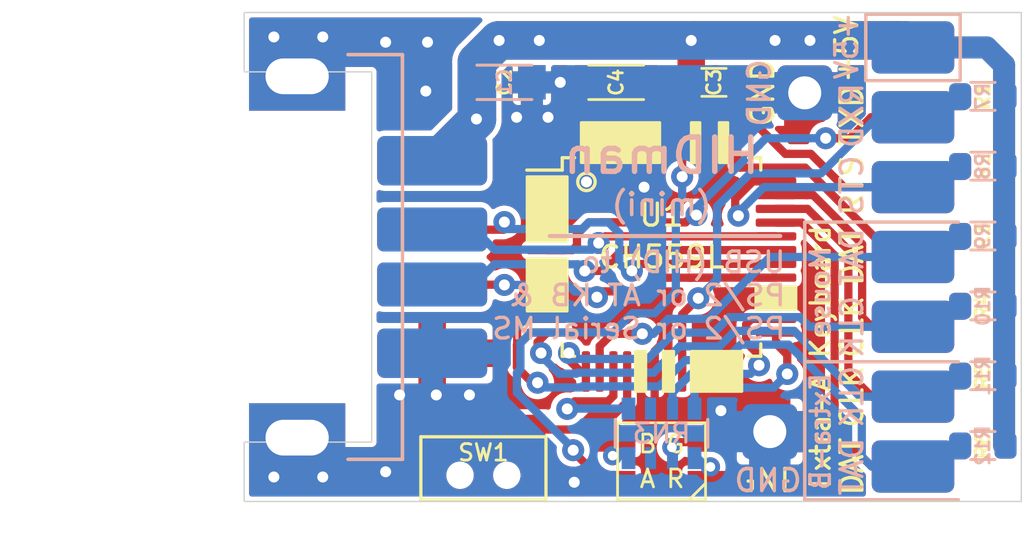
<source format=kicad_pcb>
(kicad_pcb (version 20171130) (host pcbnew "(5.1.9)-1")

  (general
    (thickness 1.6)
    (drawings 48)
    (tracks 363)
    (zones 0)
    (modules 26)
    (nets 29)
  )

  (page USLetter)
  (layers
    (0 F.Cu signal)
    (31 B.Cu signal)
    (32 B.Adhes user)
    (33 F.Adhes user)
    (34 B.Paste user)
    (35 F.Paste user)
    (36 B.SilkS user)
    (37 F.SilkS user)
    (38 B.Mask user)
    (39 F.Mask user)
    (40 Dwgs.User user)
    (41 Cmts.User user)
    (42 Eco1.User user)
    (43 Eco2.User user)
    (44 Edge.Cuts user)
    (45 Margin user)
    (46 B.CrtYd user)
    (47 F.CrtYd user)
    (48 B.Fab user hide)
    (49 F.Fab user)
  )

  (setup
    (last_trace_width 0.25)
    (user_trace_width 0.3)
    (user_trace_width 0.4)
    (user_trace_width 0.5)
    (user_trace_width 0.8)
    (user_trace_width 1)
    (user_trace_width 1.4)
    (trace_clearance 0.2)
    (zone_clearance 0.154)
    (zone_45_only no)
    (trace_min 0.2)
    (via_size 0.8)
    (via_drill 0.4)
    (via_min_size 0.4)
    (via_min_drill 0.3)
    (user_via 0.7 0.35)
    (uvia_size 0.3)
    (uvia_drill 0.1)
    (uvias_allowed no)
    (uvia_min_size 0.2)
    (uvia_min_drill 0.1)
    (edge_width 0.05)
    (segment_width 0.2)
    (pcb_text_width 0.3)
    (pcb_text_size 1.5 1.5)
    (mod_edge_width 0.12)
    (mod_text_size 1 1)
    (mod_text_width 0.15)
    (pad_size 0.9 1.2)
    (pad_drill 0)
    (pad_to_mask_clearance 0)
    (aux_axis_origin 0 0)
    (visible_elements 7FFFFFFF)
    (pcbplotparams
      (layerselection 0x010fc_ffffffff)
      (usegerberextensions false)
      (usegerberattributes true)
      (usegerberadvancedattributes true)
      (creategerberjobfile true)
      (excludeedgelayer true)
      (linewidth 0.100000)
      (plotframeref false)
      (viasonmask false)
      (mode 1)
      (useauxorigin false)
      (hpglpennumber 1)
      (hpglpenspeed 20)
      (hpglpendiameter 15.000000)
      (psnegative false)
      (psa4output false)
      (plotreference true)
      (plotvalue true)
      (plotinvisibletext false)
      (padsonsilk false)
      (subtractmaskfromsilk false)
      (outputformat 1)
      (mirror false)
      (drillshape 0)
      (scaleselection 1)
      (outputdirectory "output/gerber/"))
  )

  (net 0 "")
  (net 1 +5V)
  (net 2 GND)
  (net 3 +3V3)
  (net 4 RTS)
  (net 5 TXD)
  (net 6 KB_DATA)
  (net 7 KB_CLK)
  (net 8 KB_CLK2)
  (net 9 KB_DATA2)
  (net 10 CTS)
  (net 11 RXD)
  (net 12 MS_DATA)
  (net 13 MS_CLK)
  (net 14 MS_CLK2)
  (net 15 MS_DATA2)
  (net 16 "Net-(D1-Pad1)")
  (net 17 "Net-(D1-Pad3)")
  (net 18 "Net-(P2-Pad3)")
  (net 19 "Net-(P2-Pad2)")
  (net 20 "Net-(P1-Pad3)")
  (net 21 "Net-(P1-Pad2)")
  (net 22 "Net-(SW1-Pad1)")
  (net 23 "Net-(RN3-Pad3)")
  (net 24 "Net-(RN3-Pad7)")
  (net 25 "Net-(RN3-Pad8)")
  (net 26 "Net-(RN3-Pad6)")
  (net 27 "Net-(RN3-Pad5)")
  (net 28 "Net-(D1-Pad4)")

  (net_class Default "This is the default net class."
    (clearance 0.2)
    (trace_width 0.25)
    (via_dia 0.8)
    (via_drill 0.4)
    (uvia_dia 0.3)
    (uvia_drill 0.1)
    (add_net +3V3)
    (add_net +5V)
    (add_net CTS)
    (add_net GND)
    (add_net KB_CLK)
    (add_net KB_CLK2)
    (add_net KB_DATA)
    (add_net KB_DATA2)
    (add_net MS_CLK)
    (add_net MS_CLK2)
    (add_net MS_DATA)
    (add_net MS_DATA2)
    (add_net "Net-(D1-Pad1)")
    (add_net "Net-(D1-Pad3)")
    (add_net "Net-(D1-Pad4)")
    (add_net "Net-(P1-Pad2)")
    (add_net "Net-(P1-Pad3)")
    (add_net "Net-(P2-Pad2)")
    (add_net "Net-(P2-Pad3)")
    (add_net "Net-(RN3-Pad3)")
    (add_net "Net-(RN3-Pad5)")
    (add_net "Net-(RN3-Pad6)")
    (add_net "Net-(RN3-Pad7)")
    (add_net "Net-(RN3-Pad8)")
    (add_net "Net-(SW1-Pad1)")
    (add_net RTS)
    (add_net RXD)
    (add_net TXD)
  )

  (module USER_Footprints:SW_Push_3.5x4.55_Side (layer F.Cu) (tedit 637F030E) (tstamp 63812536)
    (at 133.223 109.5375 180)
    (path /637F1281)
    (attr smd)
    (fp_text reference SW1 (at 0 0.8255) (layer F.SilkS)
      (effects (font (size 0.6 0.6) (thickness 0.1)))
    )
    (fp_text value SW_Push (at 0 -2.55) (layer F.Fab)
      (effects (font (size 0.6 0.6) (thickness 0.08)))
    )
    (fp_line (start -2.275 -0.9) (end 2.275 -0.9) (layer F.SilkS) (width 0.12))
    (fp_line (start 1 -0.9) (end 1 -2.1) (layer F.Fab) (width 0.12))
    (fp_line (start -1 -2.1) (end 1 -2.1) (layer F.Fab) (width 0.12))
    (fp_line (start -1 -0.9) (end -1 -2.1) (layer F.Fab) (width 0.12))
    (fp_line (start -2.275 1.4) (end -2.275 -0.9) (layer F.SilkS) (width 0.12))
    (fp_line (start 2.275 1.4) (end -2.275 1.4) (layer F.SilkS) (width 0.12))
    (fp_line (start 2.275 -0.9) (end 2.275 1.4) (layer F.SilkS) (width 0.12))
    (pad "" np_thru_hole circle (at -0.85 0 180) (size 0.6 0.6) (drill 0.6) (layers *.Cu *.Mask))
    (pad "" np_thru_hole circle (at 0.85 0 180) (size 0.6 0.6) (drill 0.6) (layers *.Cu *.Mask))
    (pad 1 smd rect (at -1.675 1.55 180) (size 1.15 1.3) (layers F.Cu F.Paste F.Mask)
      (net 22 "Net-(SW1-Pad1)"))
    (pad 2 smd rect (at 1.675 1.55 180) (size 1.15 1.3) (layers F.Cu F.Paste F.Mask)
      (net 2 GND))
    (pad 2 smd rect (at -2.3 0 180) (size 0.9 1.2) (layers F.Cu F.Paste F.Mask)
      (net 2 GND))
    (pad 2 smd rect (at 2.3 0 180) (size 0.9 1.2) (layers F.Cu F.Paste F.Mask)
      (net 2 GND))
    (model ${KIPRJMOD}/_3Dshapes/Pushbutton_Side.step
      (offset (xyz 0.4 -0.45 0.5))
      (scale (xyz 0.7 0.7 0.7))
      (rotate (xyz 90 180 0))
    )
  )

  (module USER_Footprints:USB_A_Female_SMD_Edge (layer F.Cu) (tedit 637EFC14) (tstamp 637F4972)
    (at 129.159 101.6 270)
    (descr http://www.connfly.com/userfiles/image/UpLoadFile/File/2013/5/6/DS1095.pdf)
    (tags "USB-A receptacle horizontal through-hole")
    (path /637F4BA0)
    (fp_text reference P1 (at -0.0075 2.54 90) (layer B.Fab)
      (effects (font (size 1 1) (thickness 0.15)) (justify mirror))
    )
    (fp_text value USB_A (at 0 4.191 90) (layer B.Fab)
      (effects (font (size 0.5 0.5) (thickness 0.08)) (justify mirror))
    )
    (fp_line (start 7.36 0.86) (end 7.36 -1.12) (layer B.SilkS) (width 0.12))
    (fp_line (start -7.36 -1.12) (end -7.36 0.86) (layer B.SilkS) (width 0.12))
    (fp_line (start -7.36 -1.12) (end 7.36 -1.12) (layer B.SilkS) (width 0.12))
    (fp_line (start -8.82 -1.51) (end 8.82 -1.51) (layer B.CrtYd) (width 0.05))
    (fp_line (start 8.82 -1.51) (end 8.82 13.49) (layer B.CrtYd) (width 0.05))
    (fp_line (start 8.82 13.49) (end -8.82 13.49) (layer B.CrtYd) (width 0.05))
    (fp_line (start -8.82 -1.51) (end -8.82 13.49) (layer B.CrtYd) (width 0.05))
    (fp_line (start -6.37 -1.01) (end -7.25 -0.13) (layer B.Fab) (width 0.1))
    (fp_line (start -7.25 12.99) (end 7.25 12.99) (layer B.Fab) (width 0.1))
    (fp_line (start -6.37 -1.01) (end 7.25 -1.01) (layer B.Fab) (width 0.1))
    (fp_line (start 7.25 -1.01) (end 7.25 12.99) (layer B.Fab) (width 0.1))
    (fp_line (start -7.25 -0.13) (end -7.25 12.99) (layer B.Fab) (width 0.1))
    (fp_text user "Something like LCSC: C42544" (at 0 5.3975 90) (layer Cmts.User)
      (effects (font (size 0.5 0.5) (thickness 0.08)) (justify mirror))
    )
    (fp_text user "Something like LCSC: C46410" (at 0 5.3975 90) (layer Cmts.User)
      (effects (font (size 0.5 0.5) (thickness 0.08)) (justify mirror))
    )
    (fp_text user %R (at 0 2.54 90) (layer B.Fab)
      (effects (font (size 1 1) (thickness 0.15)) (justify mirror))
    )
    (pad 1 smd roundrect (at -3.5 -2.2 270) (size 1.8 4) (layers B.Cu B.Paste B.Mask) (roundrect_rratio 0.147)
      (net 1 +5V))
    (pad 2 smd roundrect (at -1 -2.2 270) (size 1.6 4) (layers B.Cu B.Paste B.Mask) (roundrect_rratio 0.147)
      (net 21 "Net-(P1-Pad2)"))
    (pad 3 smd roundrect (at 1 -2.2 270) (size 1.6 4) (layers B.Cu B.Paste B.Mask) (roundrect_rratio 0.147)
      (net 20 "Net-(P1-Pad3)"))
    (pad 4 smd roundrect (at 3.5 -2.2 270) (size 1.8 4) (layers B.Cu B.Paste B.Mask) (roundrect_rratio 0.147)
      (net 2 GND))
    (model ${KIPRJMOD}/_3dshapes/A-USB-A-TOP-C.step
      (offset (xyz 0 1 -4.5))
      (scale (xyz 1 1 1))
      (rotate (xyz 90 180 180))
    )
  )

  (module USER_Footprints:USB_A_Female_SMD_Top (layer F.Cu) (tedit 637EF75B) (tstamp 6380E75B)
    (at 129.159 101.6 270)
    (descr http://www.connfly.com/userfiles/image/UpLoadFile/File/2013/5/6/DS1095.pdf)
    (tags "USB-A receptacle horizontal through-hole")
    (path /637F3292)
    (fp_text reference P2 (at -0.0075 2.54 90) (layer F.Fab)
      (effects (font (size 1 1) (thickness 0.15)))
    )
    (fp_text value USB_A (at 0 3.81 90) (layer F.Fab)
      (effects (font (size 0.5 0.5) (thickness 0.08)))
    )
    (fp_line (start -7.25 -0.13) (end -7.25 12.99) (layer F.Fab) (width 0.1))
    (fp_line (start 7.25 -1.01) (end 7.25 12.99) (layer F.Fab) (width 0.1))
    (fp_line (start -6.37 -1.01) (end 7.25 -1.01) (layer F.Fab) (width 0.1))
    (fp_line (start -7.25 12.99) (end 7.25 12.99) (layer F.Fab) (width 0.1))
    (fp_line (start -6.37 -1.01) (end -7.25 -0.13) (layer F.Fab) (width 0.1))
    (fp_line (start -8.82 -1.51) (end -8.82 13.49) (layer F.CrtYd) (width 0.05))
    (fp_line (start 8.82 13.49) (end -8.82 13.49) (layer F.CrtYd) (width 0.05))
    (fp_line (start 8.82 -1.51) (end 8.82 13.49) (layer F.CrtYd) (width 0.05))
    (fp_line (start -8.82 -1.51) (end 8.82 -1.51) (layer F.CrtYd) (width 0.05))
    (fp_line (start -7.36 -1.12) (end 7.36 -1.12) (layer F.SilkS) (width 0.12))
    (fp_line (start -7.36 -1.12) (end -7.36 0.86) (layer F.SilkS) (width 0.12))
    (fp_line (start 7.36 0.86) (end 7.36 -1.12) (layer F.SilkS) (width 0.12))
    (fp_text user "but with pins bent " (at 0 5.0165 90) (layer Cmts.User)
      (effects (font (size 0.5 0.5) (thickness 0.08)))
    )
    (fp_text user "Something like LCSC: C42628" (at 0 5.969 90) (layer Cmts.User)
      (effects (font (size 0.5 0.5) (thickness 0.08)))
    )
    (fp_text user %R (at 0 2.54 90) (layer F.Fab)
      (effects (font (size 1 1) (thickness 0.15)))
    )
    (pad 5 thru_hole rect (at 6.57 2.71 270) (size 2.5 3.5) (drill oval 1.3 2.3) (layers *.Cu *.Mask)
      (net 2 GND) (zone_connect 2))
    (pad 5 thru_hole rect (at -6.57 2.71 270) (size 2.5 3.5) (drill oval 1.3 2.3) (layers *.Cu *.Mask)
      (net 2 GND) (zone_connect 2))
    (pad 1 smd roundrect (at -3.5 -2.2 270) (size 1.8 4) (layers F.Cu F.Paste F.Mask) (roundrect_rratio 0.147)
      (net 1 +5V) (thermal_width 1))
    (pad 2 smd roundrect (at -1 -2.2 270) (size 1.6 4) (layers F.Cu F.Paste F.Mask) (roundrect_rratio 0.147)
      (net 19 "Net-(P2-Pad2)"))
    (pad 3 smd roundrect (at 1 -2.2 270) (size 1.6 4) (layers F.Cu F.Paste F.Mask) (roundrect_rratio 0.147)
      (net 18 "Net-(P2-Pad3)"))
    (pad 4 smd roundrect (at 3.5 -2.2 270) (size 1.8 4) (layers F.Cu F.Paste F.Mask) (roundrect_rratio 0.147)
      (net 2 GND) (thermal_width 1))
    (model ${KIPRJMOD}/_3dshapes/A-USB-A-SMT.step
      (offset (xyz 0 -2.8 0))
      (scale (xyz 1 1 1))
      (rotate (xyz 0 0 180))
    )
  )

  (module USER_Footprints:PinHeader_1x01_P2.54mm_Vertical (layer F.Cu) (tedit 637EF225) (tstamp 6380C55E)
    (at 144.907 95.631 90)
    (descr "Through hole straight pin header, 1x01, 2.54mm pitch, single row")
    (tags "Through hole pin header THT 1x01 2.54mm single row")
    (path /639DC8D0)
    (fp_text reference J2 (at 0 -1.8415 90) (layer F.Fab)
      (effects (font (size 0.8 0.8) (thickness 0.12)))
    )
    (fp_text value Conn_01x01 (at 0.508 0) (layer F.Fab)
      (effects (font (size 0.5 0.5) (thickness 0.1)))
    )
    (fp_line (start -0.635 -1.27) (end 1.27 -1.27) (layer F.Fab) (width 0.1))
    (fp_line (start 1.27 -1.27) (end 1.27 1.27) (layer F.Fab) (width 0.1))
    (fp_line (start 1.27 1.27) (end -1.27 1.27) (layer F.Fab) (width 0.1))
    (fp_line (start -1.27 1.27) (end -1.27 -0.635) (layer F.Fab) (width 0.1))
    (fp_line (start -1.27 -0.635) (end -0.635 -1.27) (layer F.Fab) (width 0.1))
    (fp_line (start -1.27 -1.27) (end -1.27 1.27) (layer F.CrtYd) (width 0.05))
    (fp_line (start -1.27 1.27) (end 1.27 1.27) (layer F.CrtYd) (width 0.05))
    (fp_line (start 1.27 1.27) (end 1.27 -1.27) (layer F.CrtYd) (width 0.05))
    (fp_line (start 1.27 -1.27) (end -1.27 -1.27) (layer F.CrtYd) (width 0.05))
    (fp_text user %R (at -0.508 0 180) (layer F.Fab)
      (effects (font (size 0.5 0.5) (thickness 0.1)))
    )
    (pad 1 thru_hole roundrect (at 0 0 90) (size 2 2) (drill 1.2) (layers *.Cu *.Mask) (roundrect_rratio 0.147)
      (net 2 GND) (thermal_width 1.5))
    (model ${KISYS3DMOD}/Connector_PinHeader_2.54mm.3dshapes/PinHeader_1x01_P2.54mm_Vertical.wrl_off
      (at (xyz 0 0 0))
      (scale (xyz 1 1 1))
      (rotate (xyz 0 0 0))
    )
  )

  (module Package_QFP:LQFP-48_7x7mm_P0.5mm (layer F.Cu) (tedit 637EEB57) (tstamp 6380F449)
    (at 139.7 101.6)
    (descr "LQFP, 48 Pin (https://www.analog.com/media/en/technical-documentation/data-sheets/ltc2358-16.pdf), generated with kicad-footprint-generator ipc_gullwing_generator.py")
    (tags "LQFP QFP")
    (path /637EACFC)
    (attr smd)
    (fp_text reference U1 (at 0 -1.524) (layer F.SilkS)
      (effects (font (size 0.8 0.8) (thickness 0.12)))
    )
    (fp_text value CH559L (at 0 0) (layer F.SilkS)
      (effects (font (size 0.8 0.8) (thickness 0.12)))
    )
    (fp_poly (pts (xy -3.429 1.9685) (xy -4.8895 1.9685) (xy -4.8895 0.0635) (xy -3.429 0.0635)) (layer F.SilkS) (width 0.1))
    (fp_poly (pts (xy -3.429 -0.5715) (xy -4.8895 -0.5715) (xy -4.8895 -2.921) (xy -3.429 -2.921)) (layer F.SilkS) (width 0.1))
    (fp_poly (pts (xy -0.5715 4.8895) (xy -0.9525 4.8895) (xy -0.9525 3.429) (xy -0.5715 3.429)) (layer F.SilkS) (width 0.1))
    (fp_poly (pts (xy 0.4445 4.8895) (xy 0.0635 4.8895) (xy 0.0635 3.429) (xy 0.4445 3.429)) (layer F.SilkS) (width 0.1))
    (fp_poly (pts (xy 2.921 4.8895) (xy 1.0795 4.8895) (xy 1.0795 3.429) (xy 2.921 3.429)) (layer F.SilkS) (width 0.1))
    (fp_poly (pts (xy 4.8895 1.905) (xy 3.429 1.905) (xy 3.429 1.0795) (xy 4.8895 1.0795)) (layer F.SilkS) (width 0.1))
    (fp_poly (pts (xy 2.413 -3.429) (xy 2.0955 -3.429) (xy 2.0955 -4.8895) (xy 2.413 -4.8895)) (layer F.SilkS) (width 0.1))
    (fp_poly (pts (xy 1.397 -3.429) (xy 1.0795 -3.429) (xy 1.0795 -4.8895) (xy 1.397 -4.8895)) (layer F.SilkS) (width 0.1))
    (fp_poly (pts (xy -0.0635 -3.429) (xy -2.921 -3.429) (xy -2.921 -4.8895) (xy -0.0635 -4.8895)) (layer F.SilkS) (width 0.1))
    (fp_circle (center -2.7305 -2.7305) (end -2.413 -2.7305) (layer F.SilkS) (width 0.12))
    (fp_line (start 3.16 3.61) (end 3.61 3.61) (layer F.SilkS) (width 0.12))
    (fp_line (start 3.61 3.61) (end 3.61 3.16) (layer F.SilkS) (width 0.12))
    (fp_line (start -3.16 3.61) (end -3.61 3.61) (layer F.SilkS) (width 0.12))
    (fp_line (start -3.61 3.61) (end -3.61 3.16) (layer F.SilkS) (width 0.12))
    (fp_line (start 3.16 -3.61) (end 3.61 -3.61) (layer F.SilkS) (width 0.12))
    (fp_line (start 3.61 -3.61) (end 3.61 -3.16) (layer F.SilkS) (width 0.12))
    (fp_line (start -3.16 -3.61) (end -3.61 -3.61) (layer F.SilkS) (width 0.12))
    (fp_line (start -3.61 -3.61) (end -3.61 -3.16) (layer F.SilkS) (width 0.12))
    (fp_line (start -3.61 -3.16) (end -4.9 -3.16) (layer F.SilkS) (width 0.12))
    (fp_line (start -2.5 -3.5) (end 3.5 -3.5) (layer F.Fab) (width 0.1))
    (fp_line (start 3.5 -3.5) (end 3.5 3.5) (layer F.Fab) (width 0.1))
    (fp_line (start 3.5 3.5) (end -3.5 3.5) (layer F.Fab) (width 0.1))
    (fp_line (start -3.5 3.5) (end -3.5 -2.5) (layer F.Fab) (width 0.1))
    (fp_line (start -3.5 -2.5) (end -2.5 -3.5) (layer F.Fab) (width 0.1))
    (fp_line (start 0 -5.15) (end -3.15 -5.15) (layer F.CrtYd) (width 0.05))
    (fp_line (start -3.15 -5.15) (end -3.15 -3.75) (layer F.CrtYd) (width 0.05))
    (fp_line (start -3.15 -3.75) (end -3.75 -3.75) (layer F.CrtYd) (width 0.05))
    (fp_line (start -3.75 -3.75) (end -3.75 -3.15) (layer F.CrtYd) (width 0.05))
    (fp_line (start -3.75 -3.15) (end -5.15 -3.15) (layer F.CrtYd) (width 0.05))
    (fp_line (start -5.15 -3.15) (end -5.15 0) (layer F.CrtYd) (width 0.05))
    (fp_line (start 0 -5.15) (end 3.15 -5.15) (layer F.CrtYd) (width 0.05))
    (fp_line (start 3.15 -5.15) (end 3.15 -3.75) (layer F.CrtYd) (width 0.05))
    (fp_line (start 3.15 -3.75) (end 3.75 -3.75) (layer F.CrtYd) (width 0.05))
    (fp_line (start 3.75 -3.75) (end 3.75 -3.15) (layer F.CrtYd) (width 0.05))
    (fp_line (start 3.75 -3.15) (end 5.15 -3.15) (layer F.CrtYd) (width 0.05))
    (fp_line (start 5.15 -3.15) (end 5.15 0) (layer F.CrtYd) (width 0.05))
    (fp_line (start 0 5.15) (end -3.15 5.15) (layer F.CrtYd) (width 0.05))
    (fp_line (start -3.15 5.15) (end -3.15 3.75) (layer F.CrtYd) (width 0.05))
    (fp_line (start -3.15 3.75) (end -3.75 3.75) (layer F.CrtYd) (width 0.05))
    (fp_line (start -3.75 3.75) (end -3.75 3.15) (layer F.CrtYd) (width 0.05))
    (fp_line (start -3.75 3.15) (end -5.15 3.15) (layer F.CrtYd) (width 0.05))
    (fp_line (start -5.15 3.15) (end -5.15 0) (layer F.CrtYd) (width 0.05))
    (fp_line (start 0 5.15) (end 3.15 5.15) (layer F.CrtYd) (width 0.05))
    (fp_line (start 3.15 5.15) (end 3.15 3.75) (layer F.CrtYd) (width 0.05))
    (fp_line (start 3.15 3.75) (end 3.75 3.75) (layer F.CrtYd) (width 0.05))
    (fp_line (start 3.75 3.75) (end 3.75 3.15) (layer F.CrtYd) (width 0.05))
    (fp_line (start 3.75 3.15) (end 5.15 3.15) (layer F.CrtYd) (width 0.05))
    (fp_line (start 5.15 3.15) (end 5.15 0) (layer F.CrtYd) (width 0.05))
    (fp_text user %R (at 0 0) (layer F.Fab)
      (effects (font (size 1 1) (thickness 0.15)))
    )
    (pad 6 smd roundrect (at -4.1625 -0.25) (size 1.475 0.3) (layers F.Cu F.Paste F.Mask) (roundrect_rratio 0.25)
      (net 5 TXD))
    (pad 11 smd roundrect (at -4.1625 2.25) (size 1.475 0.3) (layers F.Cu F.Paste F.Mask) (roundrect_rratio 0.25)
      (net 15 MS_DATA2))
    (pad 12 smd roundrect (at -4.1625 2.75) (size 1.475 0.3) (layers F.Cu F.Paste F.Mask) (roundrect_rratio 0.25)
      (net 14 MS_CLK2))
    (pad 13 smd roundrect (at -2.75 4.1625) (size 0.3 1.475) (layers F.Cu F.Paste F.Mask) (roundrect_rratio 0.25)
      (net 13 MS_CLK))
    (pad 14 smd roundrect (at -2.25 4.1625) (size 0.3 1.475) (layers F.Cu F.Paste F.Mask) (roundrect_rratio 0.25)
      (net 12 MS_DATA))
    (pad 15 smd roundrect (at -1.75 4.1625) (size 0.3 1.475) (layers F.Cu F.Paste F.Mask) (roundrect_rratio 0.25)
      (net 27 "Net-(RN3-Pad5)"))
    (pad 16 smd roundrect (at -1.25 4.1625) (size 0.3 1.475) (layers F.Cu F.Paste F.Mask) (roundrect_rratio 0.25)
      (net 22 "Net-(SW1-Pad1)"))
    (pad 18 smd roundrect (at -0.25 4.1625) (size 0.3 1.475) (layers F.Cu F.Paste F.Mask) (roundrect_rratio 0.25)
      (net 2 GND))
    (pad 20 smd roundrect (at 0.75 4.1625) (size 0.3 1.475) (layers F.Cu F.Paste F.Mask) (roundrect_rratio 0.25)
      (net 11 RXD))
    (pad 25 smd roundrect (at 4.1625 2.75) (size 1.475 0.3) (layers F.Cu F.Paste F.Mask) (roundrect_rratio 0.25)
      (net 25 "Net-(RN3-Pad8)"))
    (pad 26 smd roundrect (at 4.1625 2.25) (size 1.475 0.3) (layers F.Cu F.Paste F.Mask) (roundrect_rratio 0.25)
      (net 24 "Net-(RN3-Pad7)"))
    (pad 29 smd roundrect (at 4.1625 0.75) (size 1.475 0.3) (layers F.Cu F.Paste F.Mask) (roundrect_rratio 0.25)
      (net 18 "Net-(P2-Pad3)"))
    (pad 30 smd roundrect (at 4.1625 0.25) (size 1.475 0.3) (layers F.Cu F.Paste F.Mask) (roundrect_rratio 0.25)
      (net 19 "Net-(P2-Pad2)"))
    (pad 31 smd roundrect (at 4.1625 -0.25) (size 1.475 0.3) (layers F.Cu F.Paste F.Mask) (roundrect_rratio 0.25)
      (net 20 "Net-(P1-Pad3)"))
    (pad 32 smd roundrect (at 4.1625 -0.75) (size 1.475 0.3) (layers F.Cu F.Paste F.Mask) (roundrect_rratio 0.25)
      (net 21 "Net-(P1-Pad2)"))
    (pad 33 smd roundrect (at 4.1625 -1.25) (size 1.475 0.3) (layers F.Cu F.Paste F.Mask) (roundrect_rratio 0.25)
      (net 9 KB_DATA2))
    (pad 34 smd roundrect (at 4.1625 -1.75) (size 1.475 0.3) (layers F.Cu F.Paste F.Mask) (roundrect_rratio 0.25)
      (net 8 KB_CLK2))
    (pad 35 smd roundrect (at 4.1625 -2.25) (size 1.475 0.3) (layers F.Cu F.Paste F.Mask) (roundrect_rratio 0.25)
      (net 7 KB_CLK))
    (pad 36 smd roundrect (at 4.1625 -2.75) (size 1.475 0.3) (layers F.Cu F.Paste F.Mask) (roundrect_rratio 0.25)
      (net 10 CTS))
    (pad 37 smd roundrect (at 2.75 -4.1625) (size 0.3 1.475) (layers F.Cu F.Paste F.Mask) (roundrect_rratio 0.25)
      (net 6 KB_DATA))
    (pad 39 smd roundrect (at 1.75 -4.1625) (size 0.3 1.475) (layers F.Cu F.Paste F.Mask) (roundrect_rratio 0.25)
      (net 4 RTS))
    (pad 41 smd roundrect (at 0.75 -4.1625) (size 0.3 1.475) (layers F.Cu F.Paste F.Mask) (roundrect_rratio 0.25)
      (net 1 +5V))
    (pad 42 smd roundrect (at 0.25 -4.1625) (size 0.3 1.475) (layers F.Cu F.Paste F.Mask) (roundrect_rratio 0.25)
      (net 3 +3V3))
    (model ${KISYS3DMOD}/Package_QFP.3dshapes/LQFP-48_7x7mm_P0.5mm.wrl
      (at (xyz 0 0 0))
      (scale (xyz 1 1 1))
      (rotate (xyz 0 0 0))
    )
  )

  (module USER_Footprints:LED_BAGR_3528 (layer F.Cu) (tedit 5B9F1A96) (tstamp 638086C3)
    (at 139.7 109.0295 180)
    (path /639A7A1E)
    (attr smd)
    (fp_text reference D1 (at 0 0 180) (layer F.Fab)
      (effects (font (size 0.5 0.5) (thickness 0.1)))
    )
    (fp_text value LED_BAGR (at 0 1.905) (layer F.SilkS) hide
      (effects (font (size 0.5 0.5) (thickness 0.1)))
    )
    (fp_line (start -1.6 -1.4) (end 1.6 -1.4) (layer F.SilkS) (width 0.1))
    (fp_line (start -1.6 1.4) (end 1.6 1.4) (layer F.SilkS) (width 0.1))
    (fp_line (start -1.6 -1.4) (end -1.6 1.4) (layer F.SilkS) (width 0.1))
    (fp_line (start -1.6 -1.4) (end 1.6 -1.4) (layer F.Fab) (width 0.1))
    (fp_line (start -1.6 1.4) (end 1.6 1.4) (layer F.Fab) (width 0.1))
    (fp_line (start -1.6 -1.4) (end -1.6 1.4) (layer F.Fab) (width 0.1))
    (fp_line (start 1.6 -1.4) (end 1.6 1.4) (layer F.Fab) (width 0.1))
    (fp_line (start 1.6 -1.4) (end 1.6 1.4) (layer F.SilkS) (width 0.1))
    (fp_line (start -1.6 -0.8) (end -1 -1.4) (layer F.SilkS) (width 0.1))
    (fp_text user R (at -0.508 -0.635) (layer F.SilkS)
      (effects (font (size 0.65 0.65) (thickness 0.1)))
    )
    (fp_text user G (at -0.508 0.635) (layer F.SilkS)
      (effects (font (size 0.65 0.65) (thickness 0.1)))
    )
    (fp_text user B (at 0.508 0.635) (layer F.SilkS)
      (effects (font (size 0.65 0.65) (thickness 0.1)))
    )
    (fp_text user A (at 0.508 -0.635) (layer F.SilkS)
      (effects (font (size 0.65 0.65) (thickness 0.1)))
    )
    (pad 1 smd rect (at 1.75 0.75 180) (size 1.6 0.8) (layers F.Cu F.Paste F.Mask)
      (net 16 "Net-(D1-Pad1)"))
    (pad 2 smd rect (at 1.75 -0.75 180) (size 1.6 0.8) (layers F.Cu F.Paste F.Mask)
      (net 1 +5V))
    (pad 3 smd rect (at -1.75 0.75 180) (size 1.6 0.8) (layers F.Cu F.Paste F.Mask)
      (net 17 "Net-(D1-Pad3)"))
    (pad 4 smd rect (at -1.75 -0.75 180) (size 1.6 0.8) (layers F.Cu F.Paste F.Mask)
      (net 28 "Net-(D1-Pad4)"))
    (model ${KIPRJMOD}/_3dshapes/RGB_LED_2121.step
      (offset (xyz 0 0 0.45))
      (scale (xyz 1.6 1.5 1))
      (rotate (xyz 0 0 180))
    )
  )

  (module USER_Footprints:PinHeader_1x01_P2.54mm_Vertical (layer F.Cu) (tedit 637EF22C) (tstamp 63803788)
    (at 143.637 107.95)
    (descr "Through hole straight pin header, 1x01, 2.54mm pitch, single row")
    (tags "Through hole pin header THT 1x01 2.54mm single row")
    (path /63953A84)
    (fp_text reference J1 (at 0 -1.8415) (layer F.Fab)
      (effects (font (size 0.8 0.8) (thickness 0.12)))
    )
    (fp_text value Conn_01x01 (at 0.508 0 90) (layer F.Fab)
      (effects (font (size 0.5 0.5) (thickness 0.1)))
    )
    (fp_line (start -0.635 -1.27) (end 1.27 -1.27) (layer F.Fab) (width 0.1))
    (fp_line (start 1.27 -1.27) (end 1.27 1.27) (layer F.Fab) (width 0.1))
    (fp_line (start 1.27 1.27) (end -1.27 1.27) (layer F.Fab) (width 0.1))
    (fp_line (start -1.27 1.27) (end -1.27 -0.635) (layer F.Fab) (width 0.1))
    (fp_line (start -1.27 -0.635) (end -0.635 -1.27) (layer F.Fab) (width 0.1))
    (fp_line (start -1.27 -1.27) (end -1.27 1.27) (layer F.CrtYd) (width 0.05))
    (fp_line (start -1.27 1.27) (end 1.27 1.27) (layer F.CrtYd) (width 0.05))
    (fp_line (start 1.27 1.27) (end 1.27 -1.27) (layer F.CrtYd) (width 0.05))
    (fp_line (start 1.27 -1.27) (end -1.27 -1.27) (layer F.CrtYd) (width 0.05))
    (fp_text user %R (at -0.508 0 270) (layer F.Fab)
      (effects (font (size 0.5 0.5) (thickness 0.1)))
    )
    (pad 1 thru_hole roundrect (at 0 0) (size 2 2) (drill 1.2) (layers *.Cu *.Mask) (roundrect_rratio 0.147)
      (net 2 GND) (thermal_width 1.5))
    (model ${KISYS3DMOD}/Connector_PinHeader_2.54mm.3dshapes/PinHeader_1x01_P2.54mm_Vertical.wrl_off
      (at (xyz 0 0 0))
      (scale (xyz 1 1 1))
      (rotate (xyz 0 0 0))
    )
  )

  (module USER_Footprints:R_Array_SIP7_Edge (layer B.Cu) (tedit 637EBD36) (tstamp 637FB0E1)
    (at 148.844 93.98 270)
    (descr "7-pin Resistor SIP pack")
    (tags R)
    (path /6387CAB1)
    (fp_text reference RN2 (at 8.89 -2.413 90) (layer B.Fab)
      (effects (font (size 1 1) (thickness 0.15)) (justify mirror))
    )
    (fp_text value R_Network06 (at 8.89 -2.4 90) (layer B.Fab)
      (effects (font (size 1 1) (thickness 0.15)) (justify mirror))
    )
    (fp_line (start -1.2065 1.7145) (end 1.2065 1.7145) (layer B.SilkS) (width 0.12))
    (fp_line (start 16.95 1.65) (end -1.7 1.65) (layer B.CrtYd) (width 0.05))
    (fp_line (start 16.95 -1.65) (end 16.95 1.65) (layer B.CrtYd) (width 0.05))
    (fp_line (start -1.7 -1.65) (end 16.95 -1.65) (layer B.CrtYd) (width 0.05))
    (fp_line (start -1.7 1.65) (end -1.7 -1.65) (layer B.CrtYd) (width 0.05))
    (fp_line (start 1.2065 1.7145) (end 1.2065 -1.7145) (layer B.SilkS) (width 0.12))
    (fp_line (start -1.2065 -1.7145) (end 1.2065 -1.7145) (layer B.SilkS) (width 0.12))
    (fp_line (start -1.2065 1.7145) (end -1.2065 -1.7145) (layer B.SilkS) (width 0.12))
    (fp_line (start 1.27 1.25) (end 1.27 -1.25) (layer B.Fab) (width 0.1))
    (fp_line (start 16.53 1.25) (end -1.29 1.25) (layer B.Fab) (width 0.1))
    (fp_line (start 16.53 -1.25) (end 16.53 1.25) (layer B.Fab) (width 0.1))
    (fp_line (start -1.29 -1.25) (end 16.53 -1.25) (layer B.Fab) (width 0.1))
    (fp_line (start -1.29 1.25) (end -1.29 -1.25) (layer B.Fab) (width 0.1))
    (fp_text user %R (at 7.62 0 90) (layer B.Fab)
      (effects (font (size 1 1) (thickness 0.15)) (justify mirror))
    )
    (pad 1 smd roundrect (at 0 0 270) (size 1.9 3) (layers B.Cu B.Paste B.Mask) (roundrect_rratio 0.147)
      (net 1 +5V))
    (pad 2 smd roundrect (at 2.54 0 270) (size 1.9 3) (layers B.Cu B.Paste B.Mask) (roundrect_rratio 0.147)
      (net 11 RXD))
    (pad 3 smd roundrect (at 5.08 0 270) (size 1.9 3) (layers B.Cu B.Paste B.Mask) (roundrect_rratio 0.147)
      (net 10 CTS))
    (pad 4 smd roundrect (at 7.62 0 270) (size 1.9 3) (layers B.Cu B.Paste B.Mask) (roundrect_rratio 0.147)
      (net 12 MS_DATA))
    (pad 5 smd roundrect (at 10.16 0 270) (size 1.9 3) (layers B.Cu B.Paste B.Mask) (roundrect_rratio 0.147)
      (net 13 MS_CLK))
    (pad 6 smd roundrect (at 12.7 0 270) (size 1.9 3) (layers B.Cu B.Paste B.Mask) (roundrect_rratio 0.147)
      (net 14 MS_CLK2))
    (pad 7 smd roundrect (at 15.24 0 270) (size 1.9 3) (layers B.Cu B.Paste B.Mask) (roundrect_rratio 0.147)
      (net 15 MS_DATA2))
    (model ${KISYS3DMOD}/Resistor_THT.3dshapes/R_Array_SIP7.wrl_off
      (offset (xyz 0 -1.6 0))
      (scale (xyz 1 1 1))
      (rotate (xyz -90 0 0))
    )
  )

  (module USER_Footprints:R_Array_SIP7_Edge (layer F.Cu) (tedit 637EBD36) (tstamp 637FB0F8)
    (at 148.844 93.98 270)
    (descr "7-pin Resistor SIP pack")
    (tags R)
    (path /63884370)
    (fp_text reference RN1 (at 8.89 -2.4 90) (layer F.Fab)
      (effects (font (size 1 1) (thickness 0.15)))
    )
    (fp_text value R_Network06 (at 8.89 2.4 90) (layer F.Fab)
      (effects (font (size 1 1) (thickness 0.15)))
    )
    (fp_line (start -1.2065 -1.7145) (end 1.2065 -1.7145) (layer F.SilkS) (width 0.12))
    (fp_line (start 16.95 -1.65) (end -1.7 -1.65) (layer F.CrtYd) (width 0.05))
    (fp_line (start 16.95 1.65) (end 16.95 -1.65) (layer F.CrtYd) (width 0.05))
    (fp_line (start -1.7 1.65) (end 16.95 1.65) (layer F.CrtYd) (width 0.05))
    (fp_line (start -1.7 -1.65) (end -1.7 1.65) (layer F.CrtYd) (width 0.05))
    (fp_line (start 1.2065 -1.7145) (end 1.2065 1.7145) (layer F.SilkS) (width 0.12))
    (fp_line (start -1.2065 1.7145) (end 1.2065 1.7145) (layer F.SilkS) (width 0.12))
    (fp_line (start -1.2065 -1.7145) (end -1.2065 1.7145) (layer F.SilkS) (width 0.12))
    (fp_line (start 1.27 -1.25) (end 1.27 1.25) (layer F.Fab) (width 0.1))
    (fp_line (start 16.53 -1.25) (end -1.29 -1.25) (layer F.Fab) (width 0.1))
    (fp_line (start 16.53 1.25) (end 16.53 -1.25) (layer F.Fab) (width 0.1))
    (fp_line (start -1.29 1.25) (end 16.53 1.25) (layer F.Fab) (width 0.1))
    (fp_line (start -1.29 -1.25) (end -1.29 1.25) (layer F.Fab) (width 0.1))
    (fp_text user %R (at 7.62 0 90) (layer F.Fab)
      (effects (font (size 1 1) (thickness 0.15)))
    )
    (pad 1 smd roundrect (at 0 0 270) (size 1.9 3) (layers F.Cu F.Paste F.Mask) (roundrect_rratio 0.147)
      (net 1 +5V))
    (pad 2 smd roundrect (at 2.54 0 270) (size 1.9 3) (layers F.Cu F.Paste F.Mask) (roundrect_rratio 0.147)
      (net 5 TXD))
    (pad 3 smd roundrect (at 5.08 0 270) (size 1.9 3) (layers F.Cu F.Paste F.Mask) (roundrect_rratio 0.147)
      (net 4 RTS))
    (pad 4 smd roundrect (at 7.62 0 270) (size 1.9 3) (layers F.Cu F.Paste F.Mask) (roundrect_rratio 0.147)
      (net 6 KB_DATA))
    (pad 5 smd roundrect (at 10.16 0 270) (size 1.9 3) (layers F.Cu F.Paste F.Mask) (roundrect_rratio 0.147)
      (net 7 KB_CLK))
    (pad 6 smd roundrect (at 12.7 0 270) (size 1.9 3) (layers F.Cu F.Paste F.Mask) (roundrect_rratio 0.147)
      (net 8 KB_CLK2))
    (pad 7 smd roundrect (at 15.24 0 270) (size 1.9 3) (layers F.Cu F.Paste F.Mask) (roundrect_rratio 0.147)
      (net 9 KB_DATA2))
    (model ${KISYS3DMOD}/Resistor_THT.3dshapes/R_Array_SIP7.wrl_off
      (offset (xyz 0 1.6 0))
      (scale (xyz 1 1 1))
      (rotate (xyz 90 0 0))
    )
  )

  (module USER_Footprints:R_Array_Convex_4x0603 (layer B.Cu) (tedit 637EB069) (tstamp 637F68F6)
    (at 139.7 108.0135 90)
    (descr "Chip Resistor Network, ROHM MNR14 (see mnr_g.pdf)")
    (tags "resistor array")
    (path /637FFBE8)
    (attr smd)
    (fp_text reference RN3 (at 0 0 180) (layer B.SilkS)
      (effects (font (size 0.7 0.7) (thickness 0.11)) (justify mirror))
    )
    (fp_text value R_Pack04 (at 0 -2.032 90) (layer B.Fab)
      (effects (font (size 0.5 0.5) (thickness 0.08)) (justify mirror))
    )
    (fp_line (start 1.55 -1.85) (end -1.55 -1.85) (layer B.CrtYd) (width 0.05))
    (fp_line (start 1.55 -1.85) (end 1.55 1.85) (layer B.CrtYd) (width 0.05))
    (fp_line (start -1.55 1.85) (end -1.55 -1.85) (layer B.CrtYd) (width 0.05))
    (fp_line (start -1.55 1.85) (end 1.55 1.85) (layer B.CrtYd) (width 0.05))
    (fp_line (start 0.5 1.68) (end -0.5 1.68) (layer B.SilkS) (width 0.12))
    (fp_line (start 0.5 -1.68) (end -0.5 -1.68) (layer B.SilkS) (width 0.12))
    (fp_line (start -0.8 -1.6) (end -0.8 1.6) (layer B.Fab) (width 0.1))
    (fp_line (start 0.8 -1.6) (end -0.8 -1.6) (layer B.Fab) (width 0.1))
    (fp_line (start 0.8 1.6) (end 0.8 -1.6) (layer B.Fab) (width 0.1))
    (fp_line (start -0.8 1.6) (end 0.8 1.6) (layer B.Fab) (width 0.1))
    (fp_text user %R (at 0 0 180) (layer B.Fab)
      (effects (font (size 0.5 0.5) (thickness 0.075)) (justify mirror))
    )
    (pad 1 smd rect (at -0.9 1.2 90) (size 0.8 0.5) (layers B.Cu B.Paste B.Mask)
      (net 28 "Net-(D1-Pad4)"))
    (pad 3 smd rect (at -0.9 -0.4 90) (size 0.8 0.4) (layers B.Cu B.Paste B.Mask)
      (net 23 "Net-(RN3-Pad3)"))
    (pad 2 smd rect (at -0.9 0.4 90) (size 0.8 0.4) (layers B.Cu B.Paste B.Mask)
      (net 17 "Net-(D1-Pad3)"))
    (pad 4 smd rect (at -0.9 -1.2 90) (size 0.8 0.5) (layers B.Cu B.Paste B.Mask)
      (net 16 "Net-(D1-Pad1)"))
    (pad 7 smd rect (at 0.9 0.4 90) (size 0.8 0.4) (layers B.Cu B.Paste B.Mask)
      (net 24 "Net-(RN3-Pad7)"))
    (pad 8 smd rect (at 0.9 1.2 90) (size 0.8 0.5) (layers B.Cu B.Paste B.Mask)
      (net 25 "Net-(RN3-Pad8)"))
    (pad 6 smd rect (at 0.9 -0.4 90) (size 0.8 0.4) (layers B.Cu B.Paste B.Mask)
      (net 26 "Net-(RN3-Pad6)"))
    (pad 5 smd rect (at 0.9 -1.2 90) (size 0.8 0.5) (layers B.Cu B.Paste B.Mask)
      (net 27 "Net-(RN3-Pad5)"))
    (model ${KISYS3DMOD}/Resistor_SMD.3dshapes/R_Array_Convex_4x0603.wrl
      (at (xyz 0 0 0))
      (scale (xyz 1 1 1))
      (rotate (xyz 0 0 0))
    )
  )

  (module USER_Footprints:C_0805 (layer B.Cu) (tedit 637E5C65) (tstamp 637EB7D8)
    (at 133.985 95.25)
    (descr "Capacitor SMD 0805 (2012 Metric), square (rectangular) end terminal, IPC_7351 nominal, (Body size source: IPC-SM-782 page 76, https://www.pcb-3d.com/wordpress/wp-content/uploads/ipc-sm-782a_amendment_1_and_2.pdf), generated with kicad-footprint-generator")
    (tags capacitor)
    (path /63822756)
    (attr smd)
    (fp_text reference C1 (at 0 0 270) (layer B.SilkS)
      (effects (font (size 0.5 0.5) (thickness 0.1)) (justify mirror))
    )
    (fp_text value 3u3 (at 0 -1.0795) (layer B.Fab)
      (effects (font (size 0.4 0.4) (thickness 0.08)) (justify mirror))
    )
    (fp_line (start 1.7 -0.98) (end -1.7 -0.98) (layer B.CrtYd) (width 0.05))
    (fp_line (start 1.7 0.98) (end 1.7 -0.98) (layer B.CrtYd) (width 0.05))
    (fp_line (start -1.7 0.98) (end 1.7 0.98) (layer B.CrtYd) (width 0.05))
    (fp_line (start -1.7 -0.98) (end -1.7 0.98) (layer B.CrtYd) (width 0.05))
    (fp_line (start -1 0.625) (end 1 0.625) (layer B.Fab) (width 0.1))
    (fp_line (start -1 -0.625) (end 1 -0.625) (layer B.Fab) (width 0.1))
    (fp_line (start -1 0.625) (end -1 -0.625) (layer B.Fab) (width 0.1))
    (fp_line (start 1 0.625) (end 1 -0.625) (layer B.Fab) (width 0.1))
    (fp_line (start -1 0.625) (end 1 0.625) (layer B.SilkS) (width 0.1))
    (fp_line (start -1 -0.625) (end 1 -0.625) (layer B.SilkS) (width 0.1))
    (fp_text user %R (at 0 0) (layer B.Fab)
      (effects (font (size 0.5 0.5) (thickness 0.1)) (justify mirror))
    )
    (pad 1 smd rect (at -1 0) (size 1 1.25) (layers B.Cu B.Paste B.Mask)
      (net 1 +5V))
    (pad 2 smd rect (at 1 0) (size 1 1.25) (layers B.Cu B.Paste B.Mask)
      (net 2 GND))
    (model ${KISYS3DMOD}/Capacitor_SMD.3dshapes/C_0805_2012Metric.wrl
      (at (xyz 0 0 0))
      (scale (xyz 1 1 1))
      (rotate (xyz 0 0 0))
    )
  )

  (module USER_Footprints:C_0805 (layer F.Cu) (tedit 637E5C65) (tstamp 637F43D5)
    (at 133.985 95.25)
    (descr "Capacitor SMD 0805 (2012 Metric), square (rectangular) end terminal, IPC_7351 nominal, (Body size source: IPC-SM-782 page 76, https://www.pcb-3d.com/wordpress/wp-content/uploads/ipc-sm-782a_amendment_1_and_2.pdf), generated with kicad-footprint-generator")
    (tags capacitor)
    (path /63820FB6)
    (attr smd)
    (fp_text reference C2 (at 0 0 90) (layer F.SilkS)
      (effects (font (size 0.5 0.5) (thickness 0.1)))
    )
    (fp_text value 3u3 (at 0 1.0795) (layer F.Fab)
      (effects (font (size 0.4 0.4) (thickness 0.08)))
    )
    (fp_line (start -1 0.625) (end 1 0.625) (layer F.SilkS) (width 0.1))
    (fp_line (start -1 -0.625) (end 1 -0.625) (layer F.SilkS) (width 0.1))
    (fp_line (start 1 -0.625) (end 1 0.625) (layer F.Fab) (width 0.1))
    (fp_line (start -1 -0.625) (end -1 0.625) (layer F.Fab) (width 0.1))
    (fp_line (start -1 0.625) (end 1 0.625) (layer F.Fab) (width 0.1))
    (fp_line (start -1 -0.625) (end 1 -0.625) (layer F.Fab) (width 0.1))
    (fp_line (start -1.7 0.98) (end -1.7 -0.98) (layer F.CrtYd) (width 0.05))
    (fp_line (start -1.7 -0.98) (end 1.7 -0.98) (layer F.CrtYd) (width 0.05))
    (fp_line (start 1.7 -0.98) (end 1.7 0.98) (layer F.CrtYd) (width 0.05))
    (fp_line (start 1.7 0.98) (end -1.7 0.98) (layer F.CrtYd) (width 0.05))
    (fp_text user %R (at 0 0) (layer F.Fab)
      (effects (font (size 0.5 0.5) (thickness 0.1)))
    )
    (pad 2 smd rect (at 1 0) (size 1 1.25) (layers F.Cu F.Paste F.Mask)
      (net 2 GND))
    (pad 1 smd rect (at -1 0) (size 1 1.25) (layers F.Cu F.Paste F.Mask)
      (net 1 +5V))
    (model ${KISYS3DMOD}/Capacitor_SMD.3dshapes/C_0805_2012Metric.wrl
      (at (xyz 0 0 0))
      (scale (xyz 1 1 1))
      (rotate (xyz 0 0 0))
    )
  )

  (module USER_Footprints:C_0603 (layer F.Cu) (tedit 637E5C5C) (tstamp 637EB7FA)
    (at 141.605 95.25)
    (descr "Capacitor SMD 0603 (1608 Metric), square (rectangular) end terminal, IPC_7351 nominal, (Body size source: IPC-SM-782 page 76, https://www.pcb-3d.com/wordpress/wp-content/uploads/ipc-sm-782a_amendment_1_and_2.pdf), generated with kicad-footprint-generator")
    (tags capacitor)
    (path /637EE8AE)
    (attr smd)
    (fp_text reference C3 (at 0 0 90) (layer F.SilkS)
      (effects (font (size 0.5 0.5) (thickness 0.1)))
    )
    (fp_text value 100n (at 0 0.889) (layer F.Fab)
      (effects (font (size 0.4 0.4) (thickness 0.08)))
    )
    (fp_line (start 1.48 0.73) (end -1.48 0.73) (layer F.CrtYd) (width 0.05))
    (fp_line (start 1.48 -0.73) (end 1.48 0.73) (layer F.CrtYd) (width 0.05))
    (fp_line (start -1.48 -0.73) (end 1.48 -0.73) (layer F.CrtYd) (width 0.05))
    (fp_line (start -1.48 0.73) (end -1.48 -0.73) (layer F.CrtYd) (width 0.05))
    (fp_line (start -0.8 0.4) (end -0.8 -0.4) (layer F.Fab) (width 0.1))
    (fp_line (start -0.8 -0.4) (end 0.8 -0.4) (layer F.Fab) (width 0.1))
    (fp_line (start 0.8 -0.4) (end 0.8 0.4) (layer F.Fab) (width 0.1))
    (fp_line (start 0.8 0.4) (end -0.8 0.4) (layer F.Fab) (width 0.1))
    (fp_line (start -0.4445 -0.508) (end 0.4445 -0.508) (layer F.SilkS) (width 0.1))
    (fp_line (start -0.4445 0.508) (end 0.4445 0.508) (layer F.SilkS) (width 0.1))
    (fp_text user %R (at 0 0) (layer F.Fab)
      (effects (font (size 0.5 0.5) (thickness 0.1)))
    )
    (pad 1 smd roundrect (at -0.825 0) (size 0.8 0.95) (layers F.Cu F.Paste F.Mask) (roundrect_rratio 0.25)
      (net 1 +5V))
    (pad 2 smd roundrect (at 0.825 0) (size 0.8 0.95) (layers F.Cu F.Paste F.Mask) (roundrect_rratio 0.25)
      (net 2 GND))
    (model ${KISYS3DMOD}/Capacitor_SMD.3dshapes/C_0603_1608Metric.wrl
      (at (xyz 0 0 0))
      (scale (xyz 1 1 1))
      (rotate (xyz 0 0 0))
    )
  )

  (module USER_Footprints:C_0805 (layer F.Cu) (tedit 637E5C65) (tstamp 637EB80B)
    (at 138.049 95.25 180)
    (descr "Capacitor SMD 0805 (2012 Metric), square (rectangular) end terminal, IPC_7351 nominal, (Body size source: IPC-SM-782 page 76, https://www.pcb-3d.com/wordpress/wp-content/uploads/ipc-sm-782a_amendment_1_and_2.pdf), generated with kicad-footprint-generator")
    (tags capacitor)
    (path /637ED882)
    (attr smd)
    (fp_text reference C4 (at 0 0 90) (layer F.SilkS)
      (effects (font (size 0.5 0.5) (thickness 0.1)))
    )
    (fp_text value 3u3 (at 0 1.0795) (layer F.Fab)
      (effects (font (size 0.4 0.4) (thickness 0.08)))
    )
    (fp_line (start 1.7 0.98) (end -1.7 0.98) (layer F.CrtYd) (width 0.05))
    (fp_line (start 1.7 -0.98) (end 1.7 0.98) (layer F.CrtYd) (width 0.05))
    (fp_line (start -1.7 -0.98) (end 1.7 -0.98) (layer F.CrtYd) (width 0.05))
    (fp_line (start -1.7 0.98) (end -1.7 -0.98) (layer F.CrtYd) (width 0.05))
    (fp_line (start -1 -0.625) (end 1 -0.625) (layer F.Fab) (width 0.1))
    (fp_line (start -1 0.625) (end 1 0.625) (layer F.Fab) (width 0.1))
    (fp_line (start -1 -0.625) (end -1 0.625) (layer F.Fab) (width 0.1))
    (fp_line (start 1 -0.625) (end 1 0.625) (layer F.Fab) (width 0.1))
    (fp_line (start -1 -0.625) (end 1 -0.625) (layer F.SilkS) (width 0.1))
    (fp_line (start -1 0.625) (end 1 0.625) (layer F.SilkS) (width 0.1))
    (fp_text user %R (at 0 0) (layer F.Fab)
      (effects (font (size 0.5 0.5) (thickness 0.1)))
    )
    (pad 1 smd rect (at -1 0 180) (size 1 1.25) (layers F.Cu F.Paste F.Mask)
      (net 3 +3V3))
    (pad 2 smd rect (at 1 0 180) (size 1 1.25) (layers F.Cu F.Paste F.Mask)
      (net 2 GND))
    (model ${KISYS3DMOD}/Capacitor_SMD.3dshapes/C_0805_2012Metric.wrl
      (at (xyz 0 0 0))
      (scale (xyz 1 1 1))
      (rotate (xyz 0 0 0))
    )
  )

  (module USER_Footprints:R_0603 (layer F.Cu) (tedit 5FF25583) (tstamp 638122D7)
    (at 151.384 95.758 180)
    (descr "Resistor SMD 0603 (1608 Metric), square (rectangular) end terminal, IPC_7351 nominal, (Body size source: IPC-SM-782 page 72, https://www.pcb-3d.com/wordpress/wp-content/uploads/ipc-sm-782a_amendment_1_and_2.pdf), generated with kicad-footprint-generator")
    (tags resistor)
    (path /638154A3)
    (attr smd)
    (fp_text reference R1 (at 0 0 90) (layer F.SilkS)
      (effects (font (size 0.5 0.5) (thickness 0.1)))
    )
    (fp_text value 10k (at 0 0.889) (layer F.Fab)
      (effects (font (size 0.4 0.4) (thickness 0.08)))
    )
    (fp_line (start -0.4445 0.508) (end 0.4445 0.508) (layer F.SilkS) (width 0.1))
    (fp_line (start -0.4445 -0.508) (end 0.4445 -0.508) (layer F.SilkS) (width 0.1))
    (fp_line (start 0.8 0.4125) (end -0.8 0.4125) (layer F.Fab) (width 0.1))
    (fp_line (start 0.8 -0.4125) (end 0.8 0.4125) (layer F.Fab) (width 0.1))
    (fp_line (start -0.8 -0.4125) (end 0.8 -0.4125) (layer F.Fab) (width 0.1))
    (fp_line (start -0.8 0.4125) (end -0.8 -0.4125) (layer F.Fab) (width 0.1))
    (fp_line (start -1.48 0.73) (end -1.48 -0.73) (layer F.CrtYd) (width 0.05))
    (fp_line (start -1.48 -0.73) (end 1.48 -0.73) (layer F.CrtYd) (width 0.05))
    (fp_line (start 1.48 -0.73) (end 1.48 0.73) (layer F.CrtYd) (width 0.05))
    (fp_line (start 1.48 0.73) (end -1.48 0.73) (layer F.CrtYd) (width 0.05))
    (fp_text user %R (at 0 0) (layer F.Fab)
      (effects (font (size 0.5 0.5) (thickness 0.1)))
    )
    (pad 1 smd roundrect (at -0.825 0 180) (size 0.8 0.95) (layers F.Cu F.Paste F.Mask) (roundrect_rratio 0.25)
      (net 1 +5V))
    (pad 2 smd roundrect (at 0.825 0 180) (size 0.8 0.95) (layers F.Cu F.Paste F.Mask) (roundrect_rratio 0.25)
      (net 5 TXD))
    (model ${KISYS3DMOD}/Resistor_SMD.3dshapes/R_0603_1608Metric.wrl
      (at (xyz 0 0 0))
      (scale (xyz 1 1 1))
      (rotate (xyz 0 0 0))
    )
  )

  (module USER_Footprints:R_0603 (layer F.Cu) (tedit 5FF25583) (tstamp 63810A88)
    (at 151.384 98.298 180)
    (descr "Resistor SMD 0603 (1608 Metric), square (rectangular) end terminal, IPC_7351 nominal, (Body size source: IPC-SM-782 page 72, https://www.pcb-3d.com/wordpress/wp-content/uploads/ipc-sm-782a_amendment_1_and_2.pdf), generated with kicad-footprint-generator")
    (tags resistor)
    (path /638164D8)
    (attr smd)
    (fp_text reference R2 (at 0 0 90) (layer F.SilkS)
      (effects (font (size 0.5 0.5) (thickness 0.1)))
    )
    (fp_text value 10k (at 0 0.889) (layer F.Fab)
      (effects (font (size 0.4 0.4) (thickness 0.08)))
    )
    (fp_line (start 1.48 0.73) (end -1.48 0.73) (layer F.CrtYd) (width 0.05))
    (fp_line (start 1.48 -0.73) (end 1.48 0.73) (layer F.CrtYd) (width 0.05))
    (fp_line (start -1.48 -0.73) (end 1.48 -0.73) (layer F.CrtYd) (width 0.05))
    (fp_line (start -1.48 0.73) (end -1.48 -0.73) (layer F.CrtYd) (width 0.05))
    (fp_line (start -0.8 0.4125) (end -0.8 -0.4125) (layer F.Fab) (width 0.1))
    (fp_line (start -0.8 -0.4125) (end 0.8 -0.4125) (layer F.Fab) (width 0.1))
    (fp_line (start 0.8 -0.4125) (end 0.8 0.4125) (layer F.Fab) (width 0.1))
    (fp_line (start 0.8 0.4125) (end -0.8 0.4125) (layer F.Fab) (width 0.1))
    (fp_line (start -0.4445 -0.508) (end 0.4445 -0.508) (layer F.SilkS) (width 0.1))
    (fp_line (start -0.4445 0.508) (end 0.4445 0.508) (layer F.SilkS) (width 0.1))
    (fp_text user %R (at 0 0) (layer F.Fab)
      (effects (font (size 0.5 0.5) (thickness 0.1)))
    )
    (pad 2 smd roundrect (at 0.825 0 180) (size 0.8 0.95) (layers F.Cu F.Paste F.Mask) (roundrect_rratio 0.25)
      (net 4 RTS))
    (pad 1 smd roundrect (at -0.825 0 180) (size 0.8 0.95) (layers F.Cu F.Paste F.Mask) (roundrect_rratio 0.25)
      (net 1 +5V))
    (model ${KISYS3DMOD}/Resistor_SMD.3dshapes/R_0603_1608Metric.wrl
      (at (xyz 0 0 0))
      (scale (xyz 1 1 1))
      (rotate (xyz 0 0 0))
    )
  )

  (module USER_Footprints:R_0603 (layer F.Cu) (tedit 5FF25583) (tstamp 63810A99)
    (at 151.384 100.838 180)
    (descr "Resistor SMD 0603 (1608 Metric), square (rectangular) end terminal, IPC_7351 nominal, (Body size source: IPC-SM-782 page 72, https://www.pcb-3d.com/wordpress/wp-content/uploads/ipc-sm-782a_amendment_1_and_2.pdf), generated with kicad-footprint-generator")
    (tags resistor)
    (path /63819266)
    (attr smd)
    (fp_text reference R3 (at 0 0 90) (layer F.SilkS)
      (effects (font (size 0.5 0.5) (thickness 0.1)))
    )
    (fp_text value 10k (at 0 0.889) (layer F.Fab)
      (effects (font (size 0.4 0.4) (thickness 0.08)))
    )
    (fp_line (start -0.4445 0.508) (end 0.4445 0.508) (layer F.SilkS) (width 0.1))
    (fp_line (start -0.4445 -0.508) (end 0.4445 -0.508) (layer F.SilkS) (width 0.1))
    (fp_line (start 0.8 0.4125) (end -0.8 0.4125) (layer F.Fab) (width 0.1))
    (fp_line (start 0.8 -0.4125) (end 0.8 0.4125) (layer F.Fab) (width 0.1))
    (fp_line (start -0.8 -0.4125) (end 0.8 -0.4125) (layer F.Fab) (width 0.1))
    (fp_line (start -0.8 0.4125) (end -0.8 -0.4125) (layer F.Fab) (width 0.1))
    (fp_line (start -1.48 0.73) (end -1.48 -0.73) (layer F.CrtYd) (width 0.05))
    (fp_line (start -1.48 -0.73) (end 1.48 -0.73) (layer F.CrtYd) (width 0.05))
    (fp_line (start 1.48 -0.73) (end 1.48 0.73) (layer F.CrtYd) (width 0.05))
    (fp_line (start 1.48 0.73) (end -1.48 0.73) (layer F.CrtYd) (width 0.05))
    (fp_text user %R (at 0 0) (layer F.Fab)
      (effects (font (size 0.5 0.5) (thickness 0.1)))
    )
    (pad 1 smd roundrect (at -0.825 0 180) (size 0.8 0.95) (layers F.Cu F.Paste F.Mask) (roundrect_rratio 0.25)
      (net 1 +5V))
    (pad 2 smd roundrect (at 0.825 0 180) (size 0.8 0.95) (layers F.Cu F.Paste F.Mask) (roundrect_rratio 0.25)
      (net 6 KB_DATA))
    (model ${KISYS3DMOD}/Resistor_SMD.3dshapes/R_0603_1608Metric.wrl
      (at (xyz 0 0 0))
      (scale (xyz 1 1 1))
      (rotate (xyz 0 0 0))
    )
  )

  (module USER_Footprints:R_0603 (layer F.Cu) (tedit 5FF25583) (tstamp 63810AAA)
    (at 151.384 103.378 180)
    (descr "Resistor SMD 0603 (1608 Metric), square (rectangular) end terminal, IPC_7351 nominal, (Body size source: IPC-SM-782 page 72, https://www.pcb-3d.com/wordpress/wp-content/uploads/ipc-sm-782a_amendment_1_and_2.pdf), generated with kicad-footprint-generator")
    (tags resistor)
    (path /638195B2)
    (attr smd)
    (fp_text reference R4 (at 0 0 90) (layer F.SilkS)
      (effects (font (size 0.5 0.5) (thickness 0.1)))
    )
    (fp_text value 10k (at 0 0.889) (layer F.Fab)
      (effects (font (size 0.4 0.4) (thickness 0.08)))
    )
    (fp_line (start 1.48 0.73) (end -1.48 0.73) (layer F.CrtYd) (width 0.05))
    (fp_line (start 1.48 -0.73) (end 1.48 0.73) (layer F.CrtYd) (width 0.05))
    (fp_line (start -1.48 -0.73) (end 1.48 -0.73) (layer F.CrtYd) (width 0.05))
    (fp_line (start -1.48 0.73) (end -1.48 -0.73) (layer F.CrtYd) (width 0.05))
    (fp_line (start -0.8 0.4125) (end -0.8 -0.4125) (layer F.Fab) (width 0.1))
    (fp_line (start -0.8 -0.4125) (end 0.8 -0.4125) (layer F.Fab) (width 0.1))
    (fp_line (start 0.8 -0.4125) (end 0.8 0.4125) (layer F.Fab) (width 0.1))
    (fp_line (start 0.8 0.4125) (end -0.8 0.4125) (layer F.Fab) (width 0.1))
    (fp_line (start -0.4445 -0.508) (end 0.4445 -0.508) (layer F.SilkS) (width 0.1))
    (fp_line (start -0.4445 0.508) (end 0.4445 0.508) (layer F.SilkS) (width 0.1))
    (fp_text user %R (at 0 0) (layer F.Fab)
      (effects (font (size 0.5 0.5) (thickness 0.1)))
    )
    (pad 2 smd roundrect (at 0.825 0 180) (size 0.8 0.95) (layers F.Cu F.Paste F.Mask) (roundrect_rratio 0.25)
      (net 7 KB_CLK))
    (pad 1 smd roundrect (at -0.825 0 180) (size 0.8 0.95) (layers F.Cu F.Paste F.Mask) (roundrect_rratio 0.25)
      (net 1 +5V))
    (model ${KISYS3DMOD}/Resistor_SMD.3dshapes/R_0603_1608Metric.wrl
      (at (xyz 0 0 0))
      (scale (xyz 1 1 1))
      (rotate (xyz 0 0 0))
    )
  )

  (module USER_Footprints:R_0603 (layer F.Cu) (tedit 5FF25583) (tstamp 63810ABB)
    (at 151.384 105.918 180)
    (descr "Resistor SMD 0603 (1608 Metric), square (rectangular) end terminal, IPC_7351 nominal, (Body size source: IPC-SM-782 page 72, https://www.pcb-3d.com/wordpress/wp-content/uploads/ipc-sm-782a_amendment_1_and_2.pdf), generated with kicad-footprint-generator")
    (tags resistor)
    (path /63819D46)
    (attr smd)
    (fp_text reference R5 (at 0 0 90) (layer F.SilkS)
      (effects (font (size 0.5 0.5) (thickness 0.1)))
    )
    (fp_text value 10k (at 0 0.889) (layer F.Fab)
      (effects (font (size 0.4 0.4) (thickness 0.08)))
    )
    (fp_line (start -0.4445 0.508) (end 0.4445 0.508) (layer F.SilkS) (width 0.1))
    (fp_line (start -0.4445 -0.508) (end 0.4445 -0.508) (layer F.SilkS) (width 0.1))
    (fp_line (start 0.8 0.4125) (end -0.8 0.4125) (layer F.Fab) (width 0.1))
    (fp_line (start 0.8 -0.4125) (end 0.8 0.4125) (layer F.Fab) (width 0.1))
    (fp_line (start -0.8 -0.4125) (end 0.8 -0.4125) (layer F.Fab) (width 0.1))
    (fp_line (start -0.8 0.4125) (end -0.8 -0.4125) (layer F.Fab) (width 0.1))
    (fp_line (start -1.48 0.73) (end -1.48 -0.73) (layer F.CrtYd) (width 0.05))
    (fp_line (start -1.48 -0.73) (end 1.48 -0.73) (layer F.CrtYd) (width 0.05))
    (fp_line (start 1.48 -0.73) (end 1.48 0.73) (layer F.CrtYd) (width 0.05))
    (fp_line (start 1.48 0.73) (end -1.48 0.73) (layer F.CrtYd) (width 0.05))
    (fp_text user %R (at 0 0) (layer F.Fab)
      (effects (font (size 0.5 0.5) (thickness 0.1)))
    )
    (pad 1 smd roundrect (at -0.825 0 180) (size 0.8 0.95) (layers F.Cu F.Paste F.Mask) (roundrect_rratio 0.25)
      (net 1 +5V))
    (pad 2 smd roundrect (at 0.825 0 180) (size 0.8 0.95) (layers F.Cu F.Paste F.Mask) (roundrect_rratio 0.25)
      (net 8 KB_CLK2))
    (model ${KISYS3DMOD}/Resistor_SMD.3dshapes/R_0603_1608Metric.wrl
      (at (xyz 0 0 0))
      (scale (xyz 1 1 1))
      (rotate (xyz 0 0 0))
    )
  )

  (module USER_Footprints:R_0603 (layer F.Cu) (tedit 5FF25583) (tstamp 63810ACC)
    (at 151.384 108.458 180)
    (descr "Resistor SMD 0603 (1608 Metric), square (rectangular) end terminal, IPC_7351 nominal, (Body size source: IPC-SM-782 page 72, https://www.pcb-3d.com/wordpress/wp-content/uploads/ipc-sm-782a_amendment_1_and_2.pdf), generated with kicad-footprint-generator")
    (tags resistor)
    (path /6381A0B2)
    (attr smd)
    (fp_text reference R6 (at 0 0 90) (layer F.SilkS)
      (effects (font (size 0.5 0.5) (thickness 0.1)))
    )
    (fp_text value 10k (at 0 0.889) (layer F.Fab)
      (effects (font (size 0.4 0.4) (thickness 0.08)))
    )
    (fp_line (start 1.48 0.73) (end -1.48 0.73) (layer F.CrtYd) (width 0.05))
    (fp_line (start 1.48 -0.73) (end 1.48 0.73) (layer F.CrtYd) (width 0.05))
    (fp_line (start -1.48 -0.73) (end 1.48 -0.73) (layer F.CrtYd) (width 0.05))
    (fp_line (start -1.48 0.73) (end -1.48 -0.73) (layer F.CrtYd) (width 0.05))
    (fp_line (start -0.8 0.4125) (end -0.8 -0.4125) (layer F.Fab) (width 0.1))
    (fp_line (start -0.8 -0.4125) (end 0.8 -0.4125) (layer F.Fab) (width 0.1))
    (fp_line (start 0.8 -0.4125) (end 0.8 0.4125) (layer F.Fab) (width 0.1))
    (fp_line (start 0.8 0.4125) (end -0.8 0.4125) (layer F.Fab) (width 0.1))
    (fp_line (start -0.4445 -0.508) (end 0.4445 -0.508) (layer F.SilkS) (width 0.1))
    (fp_line (start -0.4445 0.508) (end 0.4445 0.508) (layer F.SilkS) (width 0.1))
    (fp_text user %R (at 0 0) (layer F.Fab)
      (effects (font (size 0.5 0.5) (thickness 0.1)))
    )
    (pad 2 smd roundrect (at 0.825 0 180) (size 0.8 0.95) (layers F.Cu F.Paste F.Mask) (roundrect_rratio 0.25)
      (net 9 KB_DATA2))
    (pad 1 smd roundrect (at -0.825 0 180) (size 0.8 0.95) (layers F.Cu F.Paste F.Mask) (roundrect_rratio 0.25)
      (net 1 +5V))
    (model ${KISYS3DMOD}/Resistor_SMD.3dshapes/R_0603_1608Metric.wrl
      (at (xyz 0 0 0))
      (scale (xyz 1 1 1))
      (rotate (xyz 0 0 0))
    )
  )

  (module USER_Footprints:R_0603 (layer B.Cu) (tedit 5FF25583) (tstamp 63810ADD)
    (at 151.384 95.758 180)
    (descr "Resistor SMD 0603 (1608 Metric), square (rectangular) end terminal, IPC_7351 nominal, (Body size source: IPC-SM-782 page 72, https://www.pcb-3d.com/wordpress/wp-content/uploads/ipc-sm-782a_amendment_1_and_2.pdf), generated with kicad-footprint-generator")
    (tags resistor)
    (path /6381B690)
    (attr smd)
    (fp_text reference R7 (at 0 0 270) (layer B.SilkS)
      (effects (font (size 0.5 0.5) (thickness 0.1)) (justify mirror))
    )
    (fp_text value 10k (at 0 -0.889) (layer B.Fab)
      (effects (font (size 0.4 0.4) (thickness 0.08)) (justify mirror))
    )
    (fp_line (start -0.4445 -0.508) (end 0.4445 -0.508) (layer B.SilkS) (width 0.1))
    (fp_line (start -0.4445 0.508) (end 0.4445 0.508) (layer B.SilkS) (width 0.1))
    (fp_line (start 0.8 -0.4125) (end -0.8 -0.4125) (layer B.Fab) (width 0.1))
    (fp_line (start 0.8 0.4125) (end 0.8 -0.4125) (layer B.Fab) (width 0.1))
    (fp_line (start -0.8 0.4125) (end 0.8 0.4125) (layer B.Fab) (width 0.1))
    (fp_line (start -0.8 -0.4125) (end -0.8 0.4125) (layer B.Fab) (width 0.1))
    (fp_line (start -1.48 -0.73) (end -1.48 0.73) (layer B.CrtYd) (width 0.05))
    (fp_line (start -1.48 0.73) (end 1.48 0.73) (layer B.CrtYd) (width 0.05))
    (fp_line (start 1.48 0.73) (end 1.48 -0.73) (layer B.CrtYd) (width 0.05))
    (fp_line (start 1.48 -0.73) (end -1.48 -0.73) (layer B.CrtYd) (width 0.05))
    (fp_text user %R (at 0 0) (layer B.Fab)
      (effects (font (size 0.5 0.5) (thickness 0.1)) (justify mirror))
    )
    (pad 1 smd roundrect (at -0.825 0 180) (size 0.8 0.95) (layers B.Cu B.Paste B.Mask) (roundrect_rratio 0.25)
      (net 1 +5V))
    (pad 2 smd roundrect (at 0.825 0 180) (size 0.8 0.95) (layers B.Cu B.Paste B.Mask) (roundrect_rratio 0.25)
      (net 11 RXD))
    (model ${KISYS3DMOD}/Resistor_SMD.3dshapes/R_0603_1608Metric.wrl
      (at (xyz 0 0 0))
      (scale (xyz 1 1 1))
      (rotate (xyz 0 0 0))
    )
  )

  (module USER_Footprints:R_0603 (layer B.Cu) (tedit 5FF25583) (tstamp 63810AEE)
    (at 151.384 98.298 180)
    (descr "Resistor SMD 0603 (1608 Metric), square (rectangular) end terminal, IPC_7351 nominal, (Body size source: IPC-SM-782 page 72, https://www.pcb-3d.com/wordpress/wp-content/uploads/ipc-sm-782a_amendment_1_and_2.pdf), generated with kicad-footprint-generator")
    (tags resistor)
    (path /6381BA1C)
    (attr smd)
    (fp_text reference R8 (at 0 0 270) (layer B.SilkS)
      (effects (font (size 0.5 0.5) (thickness 0.1)) (justify mirror))
    )
    (fp_text value 10k (at 0 -0.889) (layer B.Fab)
      (effects (font (size 0.4 0.4) (thickness 0.08)) (justify mirror))
    )
    (fp_line (start 1.48 -0.73) (end -1.48 -0.73) (layer B.CrtYd) (width 0.05))
    (fp_line (start 1.48 0.73) (end 1.48 -0.73) (layer B.CrtYd) (width 0.05))
    (fp_line (start -1.48 0.73) (end 1.48 0.73) (layer B.CrtYd) (width 0.05))
    (fp_line (start -1.48 -0.73) (end -1.48 0.73) (layer B.CrtYd) (width 0.05))
    (fp_line (start -0.8 -0.4125) (end -0.8 0.4125) (layer B.Fab) (width 0.1))
    (fp_line (start -0.8 0.4125) (end 0.8 0.4125) (layer B.Fab) (width 0.1))
    (fp_line (start 0.8 0.4125) (end 0.8 -0.4125) (layer B.Fab) (width 0.1))
    (fp_line (start 0.8 -0.4125) (end -0.8 -0.4125) (layer B.Fab) (width 0.1))
    (fp_line (start -0.4445 0.508) (end 0.4445 0.508) (layer B.SilkS) (width 0.1))
    (fp_line (start -0.4445 -0.508) (end 0.4445 -0.508) (layer B.SilkS) (width 0.1))
    (fp_text user %R (at 0 0) (layer B.Fab)
      (effects (font (size 0.5 0.5) (thickness 0.1)) (justify mirror))
    )
    (pad 2 smd roundrect (at 0.825 0 180) (size 0.8 0.95) (layers B.Cu B.Paste B.Mask) (roundrect_rratio 0.25)
      (net 10 CTS))
    (pad 1 smd roundrect (at -0.825 0 180) (size 0.8 0.95) (layers B.Cu B.Paste B.Mask) (roundrect_rratio 0.25)
      (net 1 +5V))
    (model ${KISYS3DMOD}/Resistor_SMD.3dshapes/R_0603_1608Metric.wrl
      (at (xyz 0 0 0))
      (scale (xyz 1 1 1))
      (rotate (xyz 0 0 0))
    )
  )

  (module USER_Footprints:R_0603 (layer B.Cu) (tedit 5FF25583) (tstamp 63810AFF)
    (at 151.384 100.838 180)
    (descr "Resistor SMD 0603 (1608 Metric), square (rectangular) end terminal, IPC_7351 nominal, (Body size source: IPC-SM-782 page 72, https://www.pcb-3d.com/wordpress/wp-content/uploads/ipc-sm-782a_amendment_1_and_2.pdf), generated with kicad-footprint-generator")
    (tags resistor)
    (path /6381BA26)
    (attr smd)
    (fp_text reference R9 (at 0 0 270) (layer B.SilkS)
      (effects (font (size 0.5 0.5) (thickness 0.1)) (justify mirror))
    )
    (fp_text value 10k (at 0 -0.889) (layer B.Fab)
      (effects (font (size 0.4 0.4) (thickness 0.08)) (justify mirror))
    )
    (fp_line (start -0.4445 -0.508) (end 0.4445 -0.508) (layer B.SilkS) (width 0.1))
    (fp_line (start -0.4445 0.508) (end 0.4445 0.508) (layer B.SilkS) (width 0.1))
    (fp_line (start 0.8 -0.4125) (end -0.8 -0.4125) (layer B.Fab) (width 0.1))
    (fp_line (start 0.8 0.4125) (end 0.8 -0.4125) (layer B.Fab) (width 0.1))
    (fp_line (start -0.8 0.4125) (end 0.8 0.4125) (layer B.Fab) (width 0.1))
    (fp_line (start -0.8 -0.4125) (end -0.8 0.4125) (layer B.Fab) (width 0.1))
    (fp_line (start -1.48 -0.73) (end -1.48 0.73) (layer B.CrtYd) (width 0.05))
    (fp_line (start -1.48 0.73) (end 1.48 0.73) (layer B.CrtYd) (width 0.05))
    (fp_line (start 1.48 0.73) (end 1.48 -0.73) (layer B.CrtYd) (width 0.05))
    (fp_line (start 1.48 -0.73) (end -1.48 -0.73) (layer B.CrtYd) (width 0.05))
    (fp_text user %R (at 0 0) (layer B.Fab)
      (effects (font (size 0.5 0.5) (thickness 0.1)) (justify mirror))
    )
    (pad 1 smd roundrect (at -0.825 0 180) (size 0.8 0.95) (layers B.Cu B.Paste B.Mask) (roundrect_rratio 0.25)
      (net 1 +5V))
    (pad 2 smd roundrect (at 0.825 0 180) (size 0.8 0.95) (layers B.Cu B.Paste B.Mask) (roundrect_rratio 0.25)
      (net 12 MS_DATA))
    (model ${KISYS3DMOD}/Resistor_SMD.3dshapes/R_0603_1608Metric.wrl
      (at (xyz 0 0 0))
      (scale (xyz 1 1 1))
      (rotate (xyz 0 0 0))
    )
  )

  (module USER_Footprints:R_0603 (layer B.Cu) (tedit 5FF25583) (tstamp 63810B10)
    (at 151.384 103.378 180)
    (descr "Resistor SMD 0603 (1608 Metric), square (rectangular) end terminal, IPC_7351 nominal, (Body size source: IPC-SM-782 page 72, https://www.pcb-3d.com/wordpress/wp-content/uploads/ipc-sm-782a_amendment_1_and_2.pdf), generated with kicad-footprint-generator")
    (tags resistor)
    (path /6381BA30)
    (attr smd)
    (fp_text reference R10 (at 0 0 270) (layer B.SilkS)
      (effects (font (size 0.5 0.5) (thickness 0.1)) (justify mirror))
    )
    (fp_text value 10k (at 0 -0.889) (layer B.Fab)
      (effects (font (size 0.4 0.4) (thickness 0.08)) (justify mirror))
    )
    (fp_line (start 1.48 -0.73) (end -1.48 -0.73) (layer B.CrtYd) (width 0.05))
    (fp_line (start 1.48 0.73) (end 1.48 -0.73) (layer B.CrtYd) (width 0.05))
    (fp_line (start -1.48 0.73) (end 1.48 0.73) (layer B.CrtYd) (width 0.05))
    (fp_line (start -1.48 -0.73) (end -1.48 0.73) (layer B.CrtYd) (width 0.05))
    (fp_line (start -0.8 -0.4125) (end -0.8 0.4125) (layer B.Fab) (width 0.1))
    (fp_line (start -0.8 0.4125) (end 0.8 0.4125) (layer B.Fab) (width 0.1))
    (fp_line (start 0.8 0.4125) (end 0.8 -0.4125) (layer B.Fab) (width 0.1))
    (fp_line (start 0.8 -0.4125) (end -0.8 -0.4125) (layer B.Fab) (width 0.1))
    (fp_line (start -0.4445 0.508) (end 0.4445 0.508) (layer B.SilkS) (width 0.1))
    (fp_line (start -0.4445 -0.508) (end 0.4445 -0.508) (layer B.SilkS) (width 0.1))
    (fp_text user %R (at 0 0) (layer B.Fab)
      (effects (font (size 0.5 0.5) (thickness 0.1)) (justify mirror))
    )
    (pad 2 smd roundrect (at 0.825 0 180) (size 0.8 0.95) (layers B.Cu B.Paste B.Mask) (roundrect_rratio 0.25)
      (net 13 MS_CLK))
    (pad 1 smd roundrect (at -0.825 0 180) (size 0.8 0.95) (layers B.Cu B.Paste B.Mask) (roundrect_rratio 0.25)
      (net 1 +5V))
    (model ${KISYS3DMOD}/Resistor_SMD.3dshapes/R_0603_1608Metric.wrl
      (at (xyz 0 0 0))
      (scale (xyz 1 1 1))
      (rotate (xyz 0 0 0))
    )
  )

  (module USER_Footprints:R_0603 (layer B.Cu) (tedit 5FF25583) (tstamp 63810B21)
    (at 151.384 105.918 180)
    (descr "Resistor SMD 0603 (1608 Metric), square (rectangular) end terminal, IPC_7351 nominal, (Body size source: IPC-SM-782 page 72, https://www.pcb-3d.com/wordpress/wp-content/uploads/ipc-sm-782a_amendment_1_and_2.pdf), generated with kicad-footprint-generator")
    (tags resistor)
    (path /6381BA3A)
    (attr smd)
    (fp_text reference R11 (at 0 0 270) (layer B.SilkS)
      (effects (font (size 0.5 0.5) (thickness 0.1)) (justify mirror))
    )
    (fp_text value 10k (at 0 -0.889) (layer B.Fab)
      (effects (font (size 0.4 0.4) (thickness 0.08)) (justify mirror))
    )
    (fp_line (start -0.4445 -0.508) (end 0.4445 -0.508) (layer B.SilkS) (width 0.1))
    (fp_line (start -0.4445 0.508) (end 0.4445 0.508) (layer B.SilkS) (width 0.1))
    (fp_line (start 0.8 -0.4125) (end -0.8 -0.4125) (layer B.Fab) (width 0.1))
    (fp_line (start 0.8 0.4125) (end 0.8 -0.4125) (layer B.Fab) (width 0.1))
    (fp_line (start -0.8 0.4125) (end 0.8 0.4125) (layer B.Fab) (width 0.1))
    (fp_line (start -0.8 -0.4125) (end -0.8 0.4125) (layer B.Fab) (width 0.1))
    (fp_line (start -1.48 -0.73) (end -1.48 0.73) (layer B.CrtYd) (width 0.05))
    (fp_line (start -1.48 0.73) (end 1.48 0.73) (layer B.CrtYd) (width 0.05))
    (fp_line (start 1.48 0.73) (end 1.48 -0.73) (layer B.CrtYd) (width 0.05))
    (fp_line (start 1.48 -0.73) (end -1.48 -0.73) (layer B.CrtYd) (width 0.05))
    (fp_text user %R (at 0 0) (layer B.Fab)
      (effects (font (size 0.5 0.5) (thickness 0.1)) (justify mirror))
    )
    (pad 1 smd roundrect (at -0.825 0 180) (size 0.8 0.95) (layers B.Cu B.Paste B.Mask) (roundrect_rratio 0.25)
      (net 1 +5V))
    (pad 2 smd roundrect (at 0.825 0 180) (size 0.8 0.95) (layers B.Cu B.Paste B.Mask) (roundrect_rratio 0.25)
      (net 14 MS_CLK2))
    (model ${KISYS3DMOD}/Resistor_SMD.3dshapes/R_0603_1608Metric.wrl
      (at (xyz 0 0 0))
      (scale (xyz 1 1 1))
      (rotate (xyz 0 0 0))
    )
  )

  (module USER_Footprints:R_0603 (layer B.Cu) (tedit 5FF25583) (tstamp 63810B32)
    (at 151.384 108.458 180)
    (descr "Resistor SMD 0603 (1608 Metric), square (rectangular) end terminal, IPC_7351 nominal, (Body size source: IPC-SM-782 page 72, https://www.pcb-3d.com/wordpress/wp-content/uploads/ipc-sm-782a_amendment_1_and_2.pdf), generated with kicad-footprint-generator")
    (tags resistor)
    (path /6381BA44)
    (attr smd)
    (fp_text reference R12 (at 0 0 270) (layer B.SilkS)
      (effects (font (size 0.5 0.5) (thickness 0.1)) (justify mirror))
    )
    (fp_text value 10k (at 0 -0.889) (layer B.Fab)
      (effects (font (size 0.4 0.4) (thickness 0.08)) (justify mirror))
    )
    (fp_line (start 1.48 -0.73) (end -1.48 -0.73) (layer B.CrtYd) (width 0.05))
    (fp_line (start 1.48 0.73) (end 1.48 -0.73) (layer B.CrtYd) (width 0.05))
    (fp_line (start -1.48 0.73) (end 1.48 0.73) (layer B.CrtYd) (width 0.05))
    (fp_line (start -1.48 -0.73) (end -1.48 0.73) (layer B.CrtYd) (width 0.05))
    (fp_line (start -0.8 -0.4125) (end -0.8 0.4125) (layer B.Fab) (width 0.1))
    (fp_line (start -0.8 0.4125) (end 0.8 0.4125) (layer B.Fab) (width 0.1))
    (fp_line (start 0.8 0.4125) (end 0.8 -0.4125) (layer B.Fab) (width 0.1))
    (fp_line (start 0.8 -0.4125) (end -0.8 -0.4125) (layer B.Fab) (width 0.1))
    (fp_line (start -0.4445 0.508) (end 0.4445 0.508) (layer B.SilkS) (width 0.1))
    (fp_line (start -0.4445 -0.508) (end 0.4445 -0.508) (layer B.SilkS) (width 0.1))
    (fp_text user %R (at 0 0) (layer B.Fab)
      (effects (font (size 0.5 0.5) (thickness 0.1)) (justify mirror))
    )
    (pad 2 smd roundrect (at 0.825 0 180) (size 0.8 0.95) (layers B.Cu B.Paste B.Mask) (roundrect_rratio 0.25)
      (net 15 MS_DATA2))
    (pad 1 smd roundrect (at -0.825 0 180) (size 0.8 0.95) (layers B.Cu B.Paste B.Mask) (roundrect_rratio 0.25)
      (net 1 +5V))
    (model ${KISYS3DMOD}/Resistor_SMD.3dshapes/R_0603_1608Metric.wrl
      (at (xyz 0 0 0))
      (scale (xyz 1 1 1))
      (rotate (xyz 0 0 0))
    )
  )

  (gr_text "(mini)" (at 139.7 99.695) (layer B.SilkS) (tstamp 63811231)
    (effects (font (size 0.8 0.8) (thickness 0.13)) (justify mirror))
  )
  (gr_poly (pts (xy 129.159 94.869) (xy 124.5235 94.869) (xy 124.5235 92.71) (xy 129.159 92.71)) (layer B.Mask) (width 0.1))
  (gr_poly (pts (xy 129.159 110.49) (xy 124.5235 110.49) (xy 124.5235 108.331) (xy 129.159 108.331)) (layer B.Mask) (width 0.1))
  (gr_poly (pts (xy 129.159 110.4265) (xy 124.5235 110.49) (xy 124.5235 108.331) (xy 129.159 108.331)) (layer F.Mask) (width 0.1))
  (gr_poly (pts (xy 129.159 94.869) (xy 124.5235 94.869) (xy 124.5235 92.71) (xy 129.159 92.71)) (layer F.Mask) (width 0.1))
  (gr_line (start 144.018 100.838) (end 135.636 100.838) (layer B.SilkS) (width 0.15))
  (gr_text GND (at 143.256 95.631 90) (layer B.SilkS) (tstamp 63812664)
    (effects (font (size 0.8 0.8) (thickness 0.12)) (justify mirror))
  )
  (gr_text "USB (HID) to\nPS/2 or AT KB &\nPS/2 or Serial MS" (at 144.272 102.997) (layer B.SilkS) (tstamp 6380FB68)
    (effects (font (size 0.75 0.75) (thickness 0.12)) (justify left mirror))
  )
  (gr_text HIDman (at 139.7 97.917) (layer B.SilkS) (tstamp 6380FE0C)
    (effects (font (size 1.25 1.25) (thickness 0.2)) (justify mirror))
  )
  (gr_line (start 150.495 100.33) (end 144.907 100.33) (layer B.SilkS) (width 0.12) (tstamp 6380E354))
  (gr_line (start 150.495 110.4265) (end 144.907 110.4265) (layer B.SilkS) (width 0.12) (tstamp 6380E346))
  (gr_line (start 144.907 105.41) (end 144.907 110.4265) (layer B.SilkS) (width 0.12) (tstamp 6380E341))
  (gr_line (start 144.907 100.33) (end 144.907 105.41) (layer B.SilkS) (width 0.12) (tstamp 6380E33D))
  (gr_line (start 150.495 105.41) (end 144.907 105.41) (layer B.SilkS) (width 0.12) (tstamp 6380E339))
  (gr_line (start 150.495 110.4265) (end 144.907 110.4265) (layer F.SilkS) (width 0.12) (tstamp 6380E25B))
  (gr_line (start 150.495 105.41) (end 144.907 105.41) (layer F.SilkS) (width 0.12) (tstamp 6380E1E7))
  (gr_line (start 150.495 100.33) (end 144.907 100.33) (layer F.SilkS) (width 0.12))
  (gr_text GND (at 143.383 95.631 90) (layer F.SilkS) (tstamp 6380CB07)
    (effects (font (size 0.8 0.8) (thickness 0.12)))
  )
  (gr_text GND (at 143.5735 109.728) (layer B.SilkS) (tstamp 63803D26)
    (effects (font (size 0.8 0.8) (thickness 0.12)) (justify mirror))
  )
  (gr_text GND (at 143.5735 109.728) (layer F.SilkS) (tstamp 638039D2)
    (effects (font (size 0.8 0.8) (thickness 0.12)))
  )
  (gr_line (start 144.907 110.4265) (end 144.907 105.41) (layer F.SilkS) (width 0.12) (tstamp 637FC68B))
  (gr_line (start 144.907 105.41) (end 144.907 100.33) (layer F.SilkS) (width 0.12) (tstamp 637FC68A))
  (gr_text Extra-B (at 145.4785 107.95 90) (layer B.SilkS) (tstamp 637FBDC2)
    (effects (font (size 0.7 0.7) (thickness 0.12)) (justify mirror))
  )
  (gr_text Mouse (at 145.4785 102.87 90) (layer B.SilkS) (tstamp 637FBDC1)
    (effects (font (size 0.7 0.7) (thickness 0.12)) (justify mirror))
  )
  (gr_text DAT (at 146.6215 109.22 90) (layer B.SilkS) (tstamp 637FBBA0)
    (effects (font (size 0.8 0.8) (thickness 0.12)) (justify mirror))
  )
  (gr_text CLK (at 146.6215 106.68 90) (layer B.SilkS) (tstamp 637FBB9F)
    (effects (font (size 0.8 0.8) (thickness 0.12)) (justify mirror))
  )
  (gr_text RXD (at 146.6215 96.4565 90) (layer B.SilkS) (tstamp 637FBB9E)
    (effects (font (size 0.8 0.8) (thickness 0.12)) (justify mirror))
  )
  (gr_text CTS (at 146.6215 98.9965 90) (layer B.SilkS) (tstamp 637FBB9D)
    (effects (font (size 0.8 0.8) (thickness 0.12)) (justify mirror))
  )
  (gr_text +5V (at 146.431 93.9165 90) (layer B.SilkS) (tstamp 637FBB9C)
    (effects (font (size 0.8 0.8) (thickness 0.12)) (justify mirror))
  )
  (gr_text CLK (at 146.6215 104.14 90) (layer B.SilkS) (tstamp 637FBB9B)
    (effects (font (size 0.8 0.8) (thickness 0.12)) (justify mirror))
  )
  (gr_text DAT (at 146.6215 101.6 90) (layer B.SilkS) (tstamp 637FBB9A)
    (effects (font (size 0.8 0.8) (thickness 0.12)) (justify mirror))
  )
  (gr_text TXD (at 146.6215 96.4565 90) (layer F.SilkS) (tstamp 637FB9D7)
    (effects (font (size 0.8 0.8) (thickness 0.12)))
  )
  (gr_text RTS (at 146.6215 98.9965 90) (layer F.SilkS) (tstamp 637FB9D2)
    (effects (font (size 0.8 0.8) (thickness 0.12)))
  )
  (gr_text +5V (at 146.431 94.0435 90) (layer F.SilkS) (tstamp 637FB93D)
    (effects (font (size 0.8 0.8) (thickness 0.12)))
  )
  (gr_text Extra-A (at 145.4785 107.95 90) (layer F.SilkS) (tstamp 637FB813)
    (effects (font (size 0.7 0.7) (thickness 0.12)))
  )
  (gr_text Keyboard (at 145.4785 102.87 90) (layer F.SilkS)
    (effects (font (size 0.7 0.7) (thickness 0.12)))
  )
  (gr_text DAT (at 146.6215 101.6 90) (layer F.SilkS) (tstamp 637FB6C8)
    (effects (font (size 0.8 0.8) (thickness 0.12)))
  )
  (gr_text CLK (at 146.6215 104.14 90) (layer F.SilkS) (tstamp 637FB6C1)
    (effects (font (size 0.8 0.8) (thickness 0.12)))
  )
  (gr_text DAT (at 146.6215 109.22 90) (layer F.SilkS) (tstamp 637FB58B)
    (effects (font (size 0.8 0.8) (thickness 0.12)))
  )
  (gr_text CLK (at 146.6215 106.68 90) (layer F.SilkS)
    (effects (font (size 0.8 0.8) (thickness 0.12)))
  )
  (gr_line (start 124.5235 110.49) (end 124.5235 108.331) (layer Edge.Cuts) (width 0.05) (tstamp 637F2EA9))
  (gr_line (start 129.159 108.331) (end 124.5235 108.331) (layer Edge.Cuts) (width 0.05))
  (gr_line (start 129.159 94.869) (end 129.159 108.331) (layer Edge.Cuts) (width 0.05))
  (gr_line (start 124.5235 94.869) (end 129.159 94.869) (layer Edge.Cuts) (width 0.05))
  (gr_line (start 124.5235 94.869) (end 124.5235 92.71) (layer Edge.Cuts) (width 0.05) (tstamp 637F4F8F))
  (gr_line (start 152.781 110.49) (end 124.5235 110.49) (layer Edge.Cuts) (width 0.05))
  (gr_line (start 152.781 92.71) (end 152.781 110.49) (layer Edge.Cuts) (width 0.05))
  (gr_line (start 124.5235 92.71) (end 152.781 92.71) (layer Edge.Cuts) (width 0.05))

  (segment (start 140.45 95.58) (end 140.78 95.25) (width 0.3) (layer F.Cu) (net 1) (status 30))
  (segment (start 140.45 97.2345) (end 140.45 95.377) (width 0.3) (layer F.Cu) (net 1) (status 30))
  (via (at 133.7945 93.726) (size 0.8) (drill 0.4) (layers F.Cu B.Cu) (net 1))
  (via (at 135.255 93.726) (size 0.8) (drill 0.4) (layers F.Cu B.Cu) (net 1))
  (segment (start 148.579 93.715) (end 148.844 93.98) (width 1) (layer F.Cu) (net 1) (status 30))
  (segment (start 148.579 93.715) (end 148.844 93.98) (width 1) (layer B.Cu) (net 1) (status 30))
  (via (at 145.0975 93.726) (size 0.8) (drill 0.4) (layers F.Cu B.Cu) (net 1))
  (via (at 143.8275 93.726) (size 0.8) (drill 0.4) (layers F.Cu B.Cu) (net 1))
  (via (at 140.7795 93.726) (size 0.8) (drill 0.4) (layers F.Cu B.Cu) (net 1))
  (via (at 132.969 96.5835) (size 0.8) (drill 0.4) (layers F.Cu B.Cu) (net 1))
  (segment (start 132.985 94.504998) (end 132.985 95.25) (width 1.4) (layer F.Cu) (net 1) (status 20))
  (segment (start 133.764999 93.724999) (end 132.985 94.504998) (width 1.4) (layer F.Cu) (net 1))
  (segment (start 148.5265 93.98) (end 148.271499 93.724999) (width 1.4) (layer F.Cu) (net 1) (status 30))
  (segment (start 148.844 93.98) (end 148.5265 93.98) (width 1.4) (layer F.Cu) (net 1) (status 30))
  (segment (start 132.985 94.504998) (end 132.985 95.25) (width 1.4) (layer B.Cu) (net 1) (status 20))
  (segment (start 133.764999 93.724999) (end 132.985 94.504998) (width 1.4) (layer B.Cu) (net 1))
  (segment (start 148.588999 93.724999) (end 133.764999 93.724999) (width 1.4) (layer B.Cu) (net 1) (status 10))
  (segment (start 148.844 93.98) (end 148.588999 93.724999) (width 1.4) (layer B.Cu) (net 1) (status 30))
  (segment (start 132.985 96.6085) (end 131.486 98.1075) (width 1.4) (layer B.Cu) (net 1) (status 20))
  (segment (start 132.985 95.25) (end 132.985 96.6085) (width 1.4) (layer B.Cu) (net 1) (status 10))
  (segment (start 132.985 96.6085) (end 131.486 98.1075) (width 1.4) (layer F.Cu) (net 1) (status 20))
  (segment (start 132.985 95.25) (end 132.985 96.6085) (width 1.4) (layer F.Cu) (net 1) (status 10))
  (segment (start 140.78 95.25) (end 140.78 93.8525) (width 1) (layer F.Cu) (net 1) (status 10))
  (segment (start 140.78 93.8525) (end 140.907501 93.724999) (width 1) (layer F.Cu) (net 1))
  (segment (start 140.907501 93.724999) (end 133.764999 93.724999) (width 1.4) (layer F.Cu) (net 1))
  (segment (start 148.271499 93.724999) (end 140.907501 93.724999) (width 1.4) (layer F.Cu) (net 1) (status 10))
  (via (at 140.449907 98.679) (size 0.8) (drill 0.4) (layers F.Cu B.Cu) (net 1))
  (segment (start 140.45 98.931939) (end 140.449907 98.932032) (width 0.3) (layer F.Cu) (net 1))
  (segment (start 140.45 97.4375) (end 140.45 98.931939) (width 0.3) (layer F.Cu) (net 1) (status 10))
  (segment (start 137.95 109.7295) (end 137.446498 109.7295) (width 0.25) (layer F.Cu) (net 1) (status 30))
  (via (at 136.4869 108.62564) (size 0.8) (drill 0.4) (layers F.Cu B.Cu) (net 1) (tstamp 63808EA9))
  (segment (start 137.242679 109.429499) (end 136.549998 108.736818) (width 0.3) (layer F.Cu) (net 1))
  (segment (start 139.447263 103.643999) (end 140.219999 102.871263) (width 0.3) (layer B.Cu) (net 1))
  (segment (start 138.641499 103.643999) (end 139.447263 103.643999) (width 0.3) (layer B.Cu) (net 1))
  (segment (start 137.942999 104.342499) (end 138.641499 103.643999) (width 0.3) (layer B.Cu) (net 1))
  (segment (start 134.958499 104.342499) (end 137.942999 104.342499) (width 0.3) (layer B.Cu) (net 1))
  (segment (start 134.568499 104.732499) (end 134.958499 104.342499) (width 0.3) (layer B.Cu) (net 1))
  (segment (start 134.441499 105.811999) (end 134.568499 105.684999) (width 0.3) (layer B.Cu) (net 1))
  (segment (start 134.441499 106.532001) (end 134.441499 105.811999) (width 0.3) (layer B.Cu) (net 1))
  (segment (start 134.568499 105.684999) (end 134.568499 104.732499) (width 0.3) (layer B.Cu) (net 1))
  (segment (start 136.549998 108.6405) (end 134.441499 106.532001) (width 0.3) (layer B.Cu) (net 1))
  (segment (start 136.549998 108.736818) (end 136.549998 108.6405) (width 0.3) (layer B.Cu) (net 1))
  (segment (start 140.219999 100.064001) (end 140.219999 99.715999) (width 0.3) (layer B.Cu) (net 1))
  (segment (start 140.219999 102.871263) (end 140.219999 100.064001) (width 0.3) (layer B.Cu) (net 1))
  (segment (start 140.449907 99.486091) (end 140.449907 98.932032) (width 0.3) (layer B.Cu) (net 1))
  (segment (start 140.219999 99.715999) (end 140.449907 99.486091) (width 0.3) (layer B.Cu) (net 1))
  (segment (start 148.844 93.98) (end 151.52099 93.98) (width 0.8) (layer F.Cu) (net 1))
  (segment (start 151.52099 93.98) (end 152.15599 94.615) (width 0.8) (layer F.Cu) (net 1))
  (segment (start 152.15599 94.615) (end 152.15599 108.458) (width 0.8) (layer F.Cu) (net 1))
  (segment (start 148.844 93.98) (end 151.52099 93.98) (width 0.8) (layer B.Cu) (net 1))
  (segment (start 151.52099 93.98) (end 152.15599 94.615) (width 0.8) (layer B.Cu) (net 1))
  (segment (start 152.15599 94.615) (end 152.15599 108.458) (width 0.8) (layer B.Cu) (net 1))
  (via (at 129.667 93.7895) (size 0.8) (drill 0.4) (layers F.Cu B.Cu) (net 2) (tstamp 63813E79))
  (via (at 131.191 93.7895) (size 0.8) (drill 0.4) (layers F.Cu B.Cu) (net 2))
  (via (at 136.017 95.25) (size 0.8) (drill 0.4) (layers F.Cu B.Cu) (net 2))
  (via (at 134.4295 96.52) (size 0.8) (drill 0.4) (layers F.Cu B.Cu) (net 2))
  (via (at 131.5085 106.6165) (size 0.8) (drill 0.4) (layers F.Cu B.Cu) (net 2))
  (via (at 132.715 106.6165) (size 0.8) (drill 0.4) (layers F.Cu B.Cu) (net 2))
  (via (at 130.175 106.6165) (size 0.8) (drill 0.4) (layers F.Cu B.Cu) (net 2))
  (via (at 135.5725 96.52) (size 0.8) (drill 0.4) (layers F.Cu B.Cu) (net 2))
  (via (at 136.525 109.7915) (size 0.8) (drill 0.4) (layers F.Cu B.Cu) (net 2))
  (via (at 141.859 107.188) (size 0.8) (drill 0.4) (layers F.Cu B.Cu) (net 2))
  (via (at 136.9695 98.8695) (size 0.8) (drill 0.4) (layers F.Cu B.Cu) (net 2))
  (segment (start 139.45 105.7625) (end 139.45 105.025) (width 0.3) (layer F.Cu) (net 2))
  (segment (start 139.45 105.025) (end 139.6365 104.8385) (width 0.3) (layer F.Cu) (net 2))
  (segment (start 139.6365 104.8385) (end 139.7635 104.7115) (width 0.3) (layer F.Cu) (net 2))
  (segment (start 139.7635 104.7115) (end 139.7635 104.013) (width 0.3) (layer F.Cu) (net 2))
  (segment (start 142.866499 107.179499) (end 141.859 107.179499) (width 1) (layer F.Cu) (net 2))
  (segment (start 143.637 107.95) (end 142.866499 107.179499) (width 1) (layer F.Cu) (net 2))
  (via (at 139.065 99.06) (size 0.8) (drill 0.4) (layers F.Cu B.Cu) (net 2))
  (segment (start 130.923 109.5375) (end 130.923 109.107) (width 0.5) (layer F.Cu) (net 2))
  (segment (start 131.548 108.482) (end 131.548 107.9875) (width 0.5) (layer F.Cu) (net 2))
  (segment (start 130.923 109.107) (end 131.548 108.482) (width 0.5) (layer F.Cu) (net 2))
  (via (at 129.667 109.4105) (size 0.8) (drill 0.4) (layers F.Cu B.Cu) (net 2))
  (segment (start 127.697 93.7895) (end 127.34251 94.14399) (width 1) (layer F.Cu) (net 2))
  (segment (start 128.778 93.7895) (end 127.697 93.7895) (width 1) (layer F.Cu) (net 2))
  (segment (start 127.682 109.4105) (end 127.32751 109.05601) (width 1) (layer F.Cu) (net 2))
  (segment (start 128.778 109.4105) (end 127.682 109.4105) (width 1) (layer F.Cu) (net 2))
  (via (at 131.1275 95.5675) (size 0.8) (drill 0.4) (layers F.Cu B.Cu) (net 2))
  (via (at 125.603 109.601) (size 0.8) (drill 0.4) (layers F.Cu B.Cu) (net 2))
  (via (at 127.381 109.601) (size 0.8) (drill 0.4) (layers F.Cu B.Cu) (net 2))
  (via (at 125.603 93.599) (size 0.8) (drill 0.4) (layers F.Cu B.Cu) (net 2))
  (via (at 127.381 93.599) (size 0.8) (drill 0.4) (layers F.Cu B.Cu) (net 2))
  (segment (start 139.95 96.151) (end 139.049 95.25) (width 0.3) (layer F.Cu) (net 3) (status 20))
  (segment (start 139.95 97.4375) (end 139.95 96.151) (width 0.3) (layer F.Cu) (net 3) (status 10))
  (segment (start 141.45 97.4375) (end 141.45 96.421) (width 0.3) (layer F.Cu) (net 4) (status 10))
  (segment (start 141.45 96.421) (end 141.52101 96.34999) (width 0.3) (layer F.Cu) (net 4))
  (segment (start 141.52101 96.34999) (end 142.32399 96.34999) (width 0.3) (layer F.Cu) (net 4))
  (segment (start 148.844 99.06) (end 146.33848 99.06) (width 0.3) (layer F.Cu) (net 4))
  (segment (start 145.68624 98.40776) (end 145.12846 97.84998) (width 0.3) (layer F.Cu) (net 4))
  (segment (start 146.33848 99.06) (end 145.68624 98.40776) (width 0.3) (layer F.Cu) (net 4))
  (segment (start 144.201038 97.84998) (end 144.33198 97.84998) (width 0.3) (layer F.Cu) (net 4))
  (segment (start 142.701048 96.34999) (end 144.201038 97.84998) (width 0.3) (layer F.Cu) (net 4))
  (segment (start 142.32399 96.34999) (end 142.701048 96.34999) (width 0.3) (layer F.Cu) (net 4))
  (segment (start 145.12846 97.84998) (end 144.33198 97.84998) (width 0.3) (layer F.Cu) (net 4))
  (segment (start 149.352 98.552) (end 148.844 99.06) (width 0.5) (layer F.Cu) (net 4))
  (segment (start 150.686 98.552) (end 149.352 98.552) (width 0.5) (layer F.Cu) (net 4))
  (segment (start 148.67399 96.34999) (end 148.844 96.52) (width 0.3) (layer F.Cu) (net 5) (status 30))
  (via (at 145.669 97.282) (size 0.8) (drill 0.4) (layers F.Cu B.Cu) (net 5))
  (via (at 140.97 100.076) (size 0.8) (drill 0.4) (layers F.Cu B.Cu) (net 5))
  (segment (start 135.5375 101.35) (end 136.4575 101.35) (width 0.3) (layer F.Cu) (net 5) (status 10))
  (segment (start 136.4575 101.35) (end 136.62501 101.18249) (width 0.3) (layer F.Cu) (net 5))
  (segment (start 136.62501 100.770988) (end 136.62501 101.18249) (width 0.3) (layer F.Cu) (net 5))
  (segment (start 136.62501 100.770988) (end 137.053999 100.341999) (width 0.3) (layer F.Cu) (net 5))
  (segment (start 137.489499 100.341999) (end 140.577001 100.341999) (width 0.3) (layer F.Cu) (net 5))
  (segment (start 140.577001 100.341999) (end 140.843 100.076) (width 0.3) (layer F.Cu) (net 5))
  (segment (start 137.053999 100.341999) (end 137.489499 100.341999) (width 0.3) (layer F.Cu) (net 5))
  (segment (start 137.489499 100.341999) (end 138.949999 100.341999) (width 0.3) (layer F.Cu) (net 5))
  (segment (start 143.256 97.536) (end 143.240878 97.536) (width 0.3) (layer B.Cu) (net 5))
  (segment (start 140.97 99.806878) (end 140.97 100.076) (width 0.3) (layer B.Cu) (net 5))
  (segment (start 143.494878 97.282) (end 143.121439 97.655439) (width 0.3) (layer B.Cu) (net 5))
  (segment (start 145.669 97.282) (end 143.494878 97.282) (width 0.3) (layer B.Cu) (net 5))
  (segment (start 143.121439 97.655439) (end 140.97 99.806878) (width 0.3) (layer B.Cu) (net 5))
  (segment (start 143.240878 97.536) (end 143.121439 97.655439) (width 0.3) (layer B.Cu) (net 5))
  (segment (start 145.669 97.282) (end 146.558 97.282) (width 0.3) (layer F.Cu) (net 5))
  (segment (start 147.32 96.52) (end 148.844 96.52) (width 0.3) (layer F.Cu) (net 5))
  (segment (start 146.558 97.282) (end 147.32 96.52) (width 0.3) (layer F.Cu) (net 5))
  (segment (start 149.352 96.012) (end 148.844 96.52) (width 0.5) (layer F.Cu) (net 5))
  (segment (start 150.686 96.012) (end 149.352 96.012) (width 0.5) (layer F.Cu) (net 5))
  (segment (start 148.844 101.6) (end 147.951058 101.6) (width 0.3) (layer F.Cu) (net 6) (status 30))
  (segment (start 148.17136 101.6) (end 148.844 101.6) (width 0.3) (layer F.Cu) (net 6))
  (segment (start 144.92135 98.34999) (end 148.17136 101.6) (width 0.3) (layer F.Cu) (net 6))
  (segment (start 142.54599 98.34999) (end 144.92135 98.34999) (width 0.3) (layer F.Cu) (net 6))
  (segment (start 142.45 98.254) (end 142.54599 98.34999) (width 0.3) (layer F.Cu) (net 6))
  (segment (start 142.45 97.4375) (end 142.45 98.254) (width 0.3) (layer F.Cu) (net 6))
  (segment (start 149.352 101.092) (end 148.844 101.6) (width 0.5) (layer F.Cu) (net 6))
  (segment (start 150.686 101.092) (end 149.352 101.092) (width 0.5) (layer F.Cu) (net 6))
  (segment (start 144.993938 99.35) (end 143.8625 99.35) (width 0.3) (layer F.Cu) (net 7) (status 20))
  (segment (start 144.993946 99.349992) (end 144.993938 99.35) (width 0.3) (layer F.Cu) (net 7))
  (segment (start 145.214232 99.349992) (end 144.993946 99.349992) (width 0.3) (layer F.Cu) (net 7))
  (segment (start 146.99399 101.12975) (end 145.214232 99.349992) (width 0.3) (layer F.Cu) (net 7))
  (segment (start 146.99399 103.78999) (end 146.99399 101.12975) (width 0.3) (layer F.Cu) (net 7))
  (segment (start 147.344 104.14) (end 146.99399 103.78999) (width 0.3) (layer F.Cu) (net 7) (status 10))
  (segment (start 148.844 104.14) (end 147.344 104.14) (width 0.3) (layer F.Cu) (net 7) (status 30))
  (segment (start 149.352 103.632) (end 148.844 104.14) (width 0.5) (layer F.Cu) (net 7))
  (segment (start 150.686 103.632) (end 149.352 103.632) (width 0.5) (layer F.Cu) (net 7))
  (segment (start 145.00712 99.85) (end 143.8625 99.85) (width 0.3) (layer F.Cu) (net 8) (status 20))
  (segment (start 146.49398 105.82998) (end 146.49398 101.33686) (width 0.3) (layer F.Cu) (net 8))
  (segment (start 146.49398 101.33686) (end 145.00712 99.85) (width 0.3) (layer F.Cu) (net 8))
  (segment (start 147.344 106.68) (end 146.49398 105.82998) (width 0.3) (layer F.Cu) (net 8) (status 10))
  (segment (start 148.844 106.68) (end 147.344 106.68) (width 0.3) (layer F.Cu) (net 8) (status 30))
  (segment (start 149.352 106.172) (end 148.844 106.68) (width 0.5) (layer F.Cu) (net 8))
  (segment (start 150.686 106.172) (end 149.352 106.172) (width 0.5) (layer F.Cu) (net 8))
  (segment (start 143.8625 100.35) (end 144.8 100.35) (width 0.3) (layer F.Cu) (net 9) (status 10))
  (segment (start 144.8 100.35) (end 145.99397 101.54397) (width 0.3) (layer F.Cu) (net 9))
  (segment (start 147.344 109.22) (end 148.844 109.22) (width 0.3) (layer F.Cu) (net 9) (status 30))
  (segment (start 145.99397 107.86997) (end 147.344 109.22) (width 0.3) (layer F.Cu) (net 9) (status 20))
  (segment (start 145.99397 101.54397) (end 145.99397 107.86997) (width 0.3) (layer F.Cu) (net 9))
  (segment (start 149.352 108.712) (end 148.844 109.22) (width 0.5) (layer F.Cu) (net 9))
  (segment (start 150.686 108.712) (end 149.352 108.712) (width 0.5) (layer F.Cu) (net 9))
  (segment (start 143.8625 98.85) (end 143.0215 98.85) (width 0.3) (layer F.Cu) (net 10) (status 10))
  (via (at 142.494 100.1) (size 0.8) (drill 0.4) (layers F.Cu B.Cu) (net 10))
  (segment (start 142.378587 99.492913) (end 142.378587 100.1) (width 0.3) (layer F.Cu) (net 10))
  (segment (start 143.0215 98.85) (end 142.378587 99.492913) (width 0.3) (layer F.Cu) (net 10))
  (segment (start 143.418587 99.06) (end 142.378587 100.1) (width 0.3) (layer B.Cu) (net 10))
  (segment (start 148.844 99.06) (end 143.418587 99.06) (width 0.3) (layer B.Cu) (net 10) (status 10))
  (segment (start 149.352 98.552) (end 148.844 99.06) (width 0.5) (layer B.Cu) (net 10))
  (segment (start 150.686 98.552) (end 149.352 98.552) (width 0.5) (layer B.Cu) (net 10))
  (via (at 141.035332 103.1) (size 0.8) (drill 0.4) (layers F.Cu B.Cu) (net 11))
  (segment (start 140.45 103.685332) (end 141.035332 103.1) (width 0.3) (layer F.Cu) (net 11))
  (segment (start 140.45 105.7625) (end 140.45 103.685332) (width 0.3) (layer F.Cu) (net 11) (status 10))
  (segment (start 141.720001 102.415331) (end 141.530416 102.604916) (width 0.3) (layer B.Cu) (net 11))
  (segment (start 141.530416 102.604916) (end 141.035332 103.1) (width 0.3) (layer B.Cu) (net 11))
  (segment (start 141.628586 102.506746) (end 141.530416 102.604916) (width 0.3) (layer B.Cu) (net 11))
  (segment (start 141.720001 99.770499) (end 141.720001 100.532499) (width 0.3) (layer B.Cu) (net 11))
  (segment (start 141.720001 100.532499) (end 141.720001 102.415331) (width 0.3) (layer B.Cu) (net 11))
  (segment (start 141.720001 99.763997) (end 142.924008 98.55999) (width 0.3) (layer B.Cu) (net 11))
  (segment (start 141.720001 100.532499) (end 141.720001 99.763997) (width 0.3) (layer B.Cu) (net 11))
  (segment (start 145.21651 98.55999) (end 145.16899 98.55999) (width 0.3) (layer B.Cu) (net 11))
  (segment (start 142.924008 98.55999) (end 145.16899 98.55999) (width 0.3) (layer B.Cu) (net 11))
  (segment (start 148.844 96.52) (end 147.541002 96.52) (width 0.3) (layer B.Cu) (net 11))
  (segment (start 145.501012 98.55999) (end 145.16899 98.55999) (width 0.3) (layer B.Cu) (net 11))
  (segment (start 147.541002 96.52) (end 145.501012 98.55999) (width 0.3) (layer B.Cu) (net 11))
  (segment (start 149.352 96.012) (end 148.844 96.52) (width 0.5) (layer B.Cu) (net 11))
  (segment (start 150.686 96.012) (end 149.352 96.012) (width 0.5) (layer B.Cu) (net 11))
  (via (at 139.0015 104.394) (size 0.8) (drill 0.4) (layers F.Cu B.Cu) (net 12))
  (segment (start 137.45 104.844289) (end 137.45 105.7625) (width 0.3) (layer F.Cu) (net 12) (status 20))
  (segment (start 137.900289 104.394) (end 137.45 104.844289) (width 0.3) (layer F.Cu) (net 12))
  (segment (start 143.645334 101.6) (end 141.395333 103.850001) (width 0.3) (layer B.Cu) (net 12))
  (segment (start 148.844 101.6) (end 143.645334 101.6) (width 0.3) (layer B.Cu) (net 12) (status 10))
  (segment (start 137.900289 104.394) (end 138.684 104.394) (width 0.3) (layer F.Cu) (net 12))
  (segment (start 139.404382 104.394) (end 139.948381 103.850001) (width 0.3) (layer B.Cu) (net 12))
  (segment (start 139.948381 103.850001) (end 141.395333 103.850001) (width 0.3) (layer B.Cu) (net 12))
  (segment (start 139.0015 104.394) (end 139.404382 104.394) (width 0.3) (layer B.Cu) (net 12))
  (segment (start 149.352 101.092) (end 148.844 101.6) (width 0.5) (layer B.Cu) (net 12))
  (segment (start 150.686 101.092) (end 149.352 101.092) (width 0.5) (layer B.Cu) (net 12))
  (via (at 136.3345 105.0925) (size 0.8) (drill 0.4) (layers F.Cu B.Cu) (net 13))
  (segment (start 145.081742 104.14) (end 148.844 104.14) (width 0.3) (layer B.Cu) (net 13) (status 20))
  (segment (start 144.728721 103.786979) (end 145.081742 104.14) (width 0.3) (layer B.Cu) (net 13))
  (segment (start 142.165475 103.786979) (end 144.728721 103.786979) (width 0.3) (layer B.Cu) (net 13))
  (segment (start 136.7505 105.7625) (end 136.144 105.156) (width 0.3) (layer F.Cu) (net 13))
  (segment (start 136.95 105.7625) (end 136.7505 105.7625) (width 0.3) (layer F.Cu) (net 13) (status 10))
  (segment (start 136.295969 105.307969) (end 136.144 105.156) (width 0.3) (layer B.Cu) (net 13))
  (segment (start 142.165475 103.786979) (end 141.602443 104.350011) (width 0.3) (layer B.Cu) (net 13))
  (segment (start 140.155491 104.350011) (end 139.197533 105.307969) (width 0.3) (layer B.Cu) (net 13))
  (segment (start 141.602443 104.350011) (end 140.155491 104.350011) (width 0.3) (layer B.Cu) (net 13))
  (segment (start 139.197533 105.307969) (end 136.295969 105.307969) (width 0.3) (layer B.Cu) (net 13))
  (segment (start 149.352 103.632) (end 148.844 104.14) (width 0.5) (layer B.Cu) (net 13))
  (segment (start 150.686 103.632) (end 149.352 103.632) (width 0.5) (layer B.Cu) (net 13))
  (via (at 135.3185 105.0925) (size 0.8) (drill 0.4) (layers F.Cu B.Cu) (net 14))
  (segment (start 135.1915 104.696) (end 135.5375 104.35) (width 0.3) (layer F.Cu) (net 14) (status 20))
  (segment (start 135.1915 105.156) (end 135.1915 104.696) (width 0.3) (layer F.Cu) (net 14))
  (segment (start 146.914622 106.68) (end 148.844 106.68) (width 0.3) (layer B.Cu) (net 14) (status 20))
  (segment (start 142.372585 104.286989) (end 144.521611 104.286989) (width 0.3) (layer B.Cu) (net 14))
  (segment (start 141.809553 104.850021) (end 142.372585 104.286989) (width 0.3) (layer B.Cu) (net 14))
  (segment (start 140.362601 104.850021) (end 141.809553 104.850021) (width 0.3) (layer B.Cu) (net 14))
  (segment (start 139.404643 105.807979) (end 140.362601 104.850021) (width 0.3) (layer B.Cu) (net 14))
  (segment (start 136.600499 105.842501) (end 136.635021 105.807979) (width 0.3) (layer B.Cu) (net 14))
  (segment (start 136.635021 105.807979) (end 139.404643 105.807979) (width 0.3) (layer B.Cu) (net 14))
  (segment (start 135.974499 105.842501) (end 136.600499 105.842501) (width 0.3) (layer B.Cu) (net 14))
  (segment (start 144.521611 104.286989) (end 146.914622 106.68) (width 0.3) (layer B.Cu) (net 14))
  (segment (start 135.3185 105.186502) (end 135.974499 105.842501) (width 0.3) (layer B.Cu) (net 14))
  (segment (start 135.3185 105.0925) (end 135.3185 105.186502) (width 0.3) (layer B.Cu) (net 14))
  (segment (start 149.352 106.172) (end 148.844 106.68) (width 0.5) (layer B.Cu) (net 14))
  (segment (start 150.686 106.172) (end 149.352 106.172) (width 0.5) (layer B.Cu) (net 14))
  (via (at 135.1915 106.172) (size 0.8) (drill 0.4) (layers F.Cu B.Cu) (net 15))
  (segment (start 146.98275 108.85875) (end 147.344 109.22) (width 0.3) (layer B.Cu) (net 15) (status 20))
  (segment (start 147.344 109.22) (end 148.844 109.22) (width 0.3) (layer B.Cu) (net 15) (status 30))
  (segment (start 146.98275 107.455248) (end 146.98275 108.85875) (width 0.3) (layer B.Cu) (net 15))
  (segment (start 144.314501 104.786999) (end 146.98275 107.455248) (width 0.3) (layer B.Cu) (net 15))
  (segment (start 142.579695 104.786999) (end 144.314501 104.786999) (width 0.3) (layer B.Cu) (net 15))
  (segment (start 134.5925 103.85) (end 134.44999 103.99251) (width 0.3) (layer F.Cu) (net 15))
  (segment (start 135.5375 103.85) (end 134.5925 103.85) (width 0.3) (layer F.Cu) (net 15) (status 10))
  (segment (start 138.167011 106.307989) (end 137.892089 106.307989) (width 0.3) (layer B.Cu) (net 15))
  (segment (start 137.930989 106.307989) (end 137.892089 106.307989) (width 0.3) (layer B.Cu) (net 15))
  (segment (start 138.167011 106.307989) (end 137.930989 106.307989) (width 0.3) (layer B.Cu) (net 15))
  (segment (start 137.930989 106.307989) (end 137.722511 106.307989) (width 0.3) (layer B.Cu) (net 15))
  (segment (start 139.611753 106.307989) (end 140.569711 105.350031) (width 0.3) (layer B.Cu) (net 15))
  (segment (start 138.167011 106.307989) (end 139.611753 106.307989) (width 0.3) (layer B.Cu) (net 15))
  (segment (start 142.579695 104.786999) (end 142.016663 105.350031) (width 0.3) (layer B.Cu) (net 15))
  (segment (start 140.569711 105.350031) (end 142.016663 105.350031) (width 0.3) (layer B.Cu) (net 15))
  (segment (start 134.441499 105.612499) (end 135.128 106.299) (width 0.3) (layer F.Cu) (net 15))
  (segment (start 134.441499 104.795999) (end 134.441499 105.612499) (width 0.3) (layer F.Cu) (net 15))
  (segment (start 134.44999 104.787508) (end 134.441499 104.795999) (width 0.3) (layer F.Cu) (net 15))
  (segment (start 134.44999 103.99251) (end 134.44999 104.787508) (width 0.3) (layer F.Cu) (net 15))
  (segment (start 135.128 106.1085) (end 135.255 106.2355) (width 0.3) (layer B.Cu) (net 15))
  (segment (start 135.425511 106.342511) (end 135.255 106.172) (width 0.3) (layer B.Cu) (net 15))
  (segment (start 136.774611 106.342511) (end 135.425511 106.342511) (width 0.3) (layer B.Cu) (net 15))
  (segment (start 136.809133 106.307989) (end 136.774611 106.342511) (width 0.3) (layer B.Cu) (net 15))
  (segment (start 137.892089 106.307989) (end 136.809133 106.307989) (width 0.3) (layer B.Cu) (net 15))
  (segment (start 149.352 108.712) (end 148.844 109.22) (width 0.5) (layer B.Cu) (net 15))
  (segment (start 150.686 108.712) (end 149.352 108.712) (width 0.5) (layer B.Cu) (net 15))
  (segment (start 137.8585 108.421) (end 137.95 108.3295) (width 0.25) (layer F.Cu) (net 16))
  (via (at 137.922 108.8263) (size 0.7) (drill 0.35) (layers F.Cu B.Cu) (net 16))
  (segment (start 138.265998 108.679498) (end 138.5 108.9135) (width 0.3) (layer B.Cu) (net 16))
  (segment (start 137.922 108.679498) (end 138.265998 108.679498) (width 0.3) (layer B.Cu) (net 16))
  (segment (start 137.922 108.3075) (end 137.95 108.2795) (width 0.3) (layer F.Cu) (net 16))
  (segment (start 137.922 108.8263) (end 137.922 108.3075) (width 0.3) (layer F.Cu) (net 16))
  (segment (start 141.750002 108.029498) (end 141.45 108.3295) (width 0.3) (layer F.Cu) (net 17) (status 30))
  (via (at 140.07592 108.5215) (size 0.7) (drill 0.35) (layers F.Cu B.Cu) (net 17))
  (segment (start 140.764941 108.3295) (end 141.45 108.3295) (width 0.25) (layer F.Cu) (net 17))
  (segment (start 140.1 108.35762) (end 140.07592 108.33354) (width 0.3) (layer B.Cu) (net 17))
  (segment (start 140.1 108.9135) (end 140.1 108.35762) (width 0.3) (layer B.Cu) (net 17))
  (segment (start 141.44596 108.33354) (end 141.45 108.3295) (width 0.3) (layer F.Cu) (net 17))
  (segment (start 140.07592 108.33354) (end 141.44596 108.33354) (width 0.3) (layer F.Cu) (net 17))
  (via (at 133.985 102.616) (size 0.8) (drill 0.4) (layers F.Cu B.Cu) (net 18))
  (segment (start 131.74 102.6075) (end 132.9605 102.6075) (width 0.3) (layer F.Cu) (net 18) (status 30))
  (via (at 137.3505 103.0605) (size 0.8) (drill 0.4) (layers F.Cu B.Cu) (net 18))
  (segment (start 141.339 102.35) (end 140.79212 102.35) (width 0.3) (layer F.Cu) (net 18))
  (segment (start 140.687002 102.35) (end 141.339 102.35) (width 0.3) (layer F.Cu) (net 18))
  (segment (start 140.79212 102.35) (end 140.79211 102.35001) (width 0.3) (layer F.Cu) (net 18))
  (segment (start 141.339 102.35) (end 143.8625 102.35) (width 0.3) (layer F.Cu) (net 18) (status 20))
  (segment (start 138.980501 102.850001) (end 137.274001 102.850001) (width 0.3) (layer F.Cu) (net 18))
  (segment (start 139.476492 102.35401) (end 138.980501 102.850001) (width 0.3) (layer F.Cu) (net 18))
  (segment (start 140.78811 102.35401) (end 139.476492 102.35401) (width 0.3) (layer F.Cu) (net 18))
  (segment (start 140.79212 102.35) (end 140.78811 102.35401) (width 0.3) (layer F.Cu) (net 18))
  (segment (start 137.287 103.124) (end 137.3505 103.0605) (width 0.3) (layer B.Cu) (net 18))
  (segment (start 133.9765 102.6075) (end 133.985 102.616) (width 0.3) (layer F.Cu) (net 18))
  (segment (start 131.359 102.6075) (end 133.9765 102.6075) (width 0.3) (layer F.Cu) (net 18))
  (segment (start 137.3505 102.997) (end 137.211501 102.858001) (width 0.3) (layer B.Cu) (net 18))
  (segment (start 137.3505 103.0605) (end 137.3505 102.997) (width 0.3) (layer B.Cu) (net 18))
  (segment (start 133.985 102.616) (end 136.303998 102.616) (width 0.3) (layer B.Cu) (net 18))
  (segment (start 136.545999 102.858001) (end 137.021001 102.858001) (width 0.3) (layer B.Cu) (net 18))
  (segment (start 136.303998 102.616) (end 136.545999 102.858001) (width 0.3) (layer B.Cu) (net 18))
  (segment (start 137.211501 102.858001) (end 137.021001 102.858001) (width 0.3) (layer B.Cu) (net 18))
  (via (at 133.985 100.33) (size 0.8) (drill 0.4) (layers F.Cu B.Cu) (net 19))
  (segment (start 131.74 100.6075) (end 132.9455 100.6075) (width 0.3) (layer F.Cu) (net 19) (status 30))
  (via (at 138.6205 102.1) (size 0.8) (drill 0.4) (layers F.Cu B.Cu) (net 19) (tstamp 637F6FB2))
  (segment (start 139.64912 101.85) (end 139.64512 101.854) (width 0.3) (layer F.Cu) (net 19))
  (segment (start 140.585 101.85) (end 139.64912 101.85) (width 0.3) (layer F.Cu) (net 19))
  (segment (start 143.8625 101.85) (end 140.585 101.85) (width 0.3) (layer F.Cu) (net 19) (status 10))
  (segment (start 140.585 101.85) (end 140.077 101.85) (width 0.3) (layer F.Cu) (net 19))
  (segment (start 138.8665 101.854) (end 138.6205 102.1) (width 0.3) (layer F.Cu) (net 19))
  (segment (start 139.64512 101.854) (end 138.8665 101.854) (width 0.3) (layer F.Cu) (net 19))
  (segment (start 138.164001 100.731999) (end 138.164001 101.842001) (width 0.3) (layer B.Cu) (net 19))
  (segment (start 138.422 102.1) (end 138.6205 102.1) (width 0.3) (layer B.Cu) (net 19))
  (segment (start 137.774001 100.341999) (end 138.164001 100.731999) (width 0.3) (layer B.Cu) (net 19))
  (segment (start 138.164001 101.842001) (end 138.422 102.1) (width 0.3) (layer B.Cu) (net 19))
  (segment (start 133.9615 100.6075) (end 133.985 100.584) (width 0.3) (layer F.Cu) (net 19))
  (segment (start 131.359 100.6075) (end 133.9615 100.6075) (width 0.3) (layer F.Cu) (net 19))
  (segment (start 136.811998 100.584) (end 137.053999 100.341999) (width 0.3) (layer B.Cu) (net 19))
  (segment (start 133.985 100.584) (end 136.811998 100.584) (width 0.3) (layer B.Cu) (net 19))
  (segment (start 137.053999 100.341999) (end 137.529001 100.341999) (width 0.3) (layer B.Cu) (net 19))
  (segment (start 137.774001 100.341999) (end 137.529001 100.341999) (width 0.3) (layer B.Cu) (net 19))
  (via (at 136.906 102.108) (size 0.8) (drill 0.4) (layers F.Cu B.Cu) (net 20))
  (segment (start 131.7485 102.616) (end 131.74 102.6075) (width 0.3) (layer B.Cu) (net 20) (status 30))
  (segment (start 131.6045 102.108) (end 131.105 102.6075) (width 0.3) (layer B.Cu) (net 20) (status 30))
  (segment (start 131.9855 102.108) (end 131.486 102.6075) (width 0.3) (layer B.Cu) (net 20) (status 30))
  (segment (start 138.266002 101.35) (end 143.8625 101.35) (width 0.3) (layer F.Cu) (net 20) (status 20))
  (segment (start 137.508002 102.108) (end 138.266002 101.35) (width 0.3) (layer F.Cu) (net 20))
  (segment (start 136.906 102.108) (end 137.508002 102.108) (width 0.3) (layer F.Cu) (net 20))
  (segment (start 133.073998 102.6075) (end 131.359 102.6075) (width 0.3) (layer B.Cu) (net 20))
  (segment (start 136.906 102.108) (end 136.854499 102.056499) (width 0.3) (layer B.Cu) (net 20))
  (segment (start 132.883498 102.6075) (end 131.359 102.6075) (width 0.3) (layer B.Cu) (net 20))
  (segment (start 133.624999 101.865999) (end 132.883498 102.6075) (width 0.3) (layer B.Cu) (net 20))
  (segment (start 136.663999 101.865999) (end 136.906 102.108) (width 0.3) (layer B.Cu) (net 20))
  (segment (start 134.187499 101.865999) (end 136.663999 101.865999) (width 0.3) (layer B.Cu) (net 20))
  (segment (start 134.345001 101.865999) (end 134.187499 101.865999) (width 0.3) (layer B.Cu) (net 20))
  (segment (start 134.187499 101.865999) (end 133.624999 101.865999) (width 0.3) (layer B.Cu) (net 20))
  (via (at 137.414 101.092) (size 0.8) (drill 0.4) (layers F.Cu B.Cu) (net 21))
  (segment (start 131.7635 100.584) (end 131.74 100.6075) (width 0.3) (layer B.Cu) (net 21) (status 30))
  (segment (start 131.5895 101.092) (end 131.105 100.6075) (width 0.3) (layer B.Cu) (net 21) (status 30))
  (segment (start 131.9705 101.092) (end 131.486 100.6075) (width 0.3) (layer B.Cu) (net 21) (status 30))
  (segment (start 137.656 100.85) (end 137.414 101.092) (width 0.3) (layer F.Cu) (net 21))
  (segment (start 143.8625 100.85) (end 137.656 100.85) (width 0.3) (layer F.Cu) (net 21) (status 10))
  (segment (start 137.414 101.092) (end 137.3505 101.1555) (width 0.3) (layer B.Cu) (net 21))
  (segment (start 133.088998 100.6075) (end 131.359 100.6075) (width 0.3) (layer B.Cu) (net 21))
  (segment (start 137.414 101.092) (end 137.362499 101.143501) (width 0.3) (layer B.Cu) (net 21))
  (segment (start 132.898498 100.6075) (end 131.359 100.6075) (width 0.3) (layer B.Cu) (net 21))
  (segment (start 133.624999 101.334001) (end 132.898498 100.6075) (width 0.3) (layer B.Cu) (net 21))
  (segment (start 137.171999 101.334001) (end 137.414 101.092) (width 0.3) (layer B.Cu) (net 21))
  (segment (start 134.345001 101.334001) (end 134.123999 101.334001) (width 0.3) (layer B.Cu) (net 21))
  (segment (start 134.123999 101.334001) (end 137.171999 101.334001) (width 0.3) (layer B.Cu) (net 21))
  (segment (start 134.123999 101.334001) (end 133.624999 101.334001) (width 0.3) (layer B.Cu) (net 21))
  (segment (start 138.45 106.85912) (end 137.9591 107.35002) (width 0.3) (layer F.Cu) (net 22))
  (segment (start 138.45 105.7625) (end 138.45 106.85912) (width 0.3) (layer F.Cu) (net 22) (status 10))
  (segment (start 135.226499 107.849501) (end 135.0885 107.9875) (width 0.25) (layer F.Cu) (net 22) (status 30))
  (segment (start 137.32202 107.35002) (end 137.9591 107.35002) (width 0.3) (layer F.Cu) (net 22))
  (segment (start 137.155482 107.35002) (end 137.32202 107.35002) (width 0.3) (layer F.Cu) (net 22))
  (segment (start 136.889501 107.616001) (end 136.631001 107.874501) (width 0.3) (layer F.Cu) (net 22))
  (segment (start 136.889501 107.616001) (end 137.155482 107.35002) (width 0.3) (layer F.Cu) (net 22))
  (segment (start 135.010999 107.874501) (end 134.898 107.9875) (width 0.3) (layer F.Cu) (net 22))
  (segment (start 136.631001 107.874501) (end 135.010999 107.874501) (width 0.3) (layer F.Cu) (net 22))
  (segment (start 143.8625 103.85) (end 142.9745 103.85) (width 0.3) (layer F.Cu) (net 24) (status 10))
  (via (at 143.246192 105.537) (size 0.8) (drill 0.4) (layers F.Cu B.Cu) (net 24))
  (segment (start 142.77499 104.702693) (end 143.246192 105.173895) (width 0.3) (layer F.Cu) (net 24))
  (segment (start 142.77499 104.04951) (end 142.77499 104.702693) (width 0.3) (layer F.Cu) (net 24))
  (segment (start 142.9745 103.85) (end 142.77499 104.04951) (width 0.3) (layer F.Cu) (net 24))
  (segment (start 142.933151 105.850041) (end 140.776821 105.850041) (width 0.3) (layer B.Cu) (net 24))
  (segment (start 140.1 106.526862) (end 140.1 107.1135) (width 0.3) (layer B.Cu) (net 24) (status 20))
  (segment (start 140.776821 105.850041) (end 140.1 106.526862) (width 0.3) (layer B.Cu) (net 24))
  (segment (start 142.933151 105.850041) (end 143.246192 105.537) (width 0.3) (layer B.Cu) (net 24))
  (via (at 144.272 105.8545) (size 0.8) (drill 0.4) (layers F.Cu B.Cu) (net 25))
  (segment (start 143.8625 104.7465) (end 144.272 105.156) (width 0.3) (layer F.Cu) (net 25))
  (segment (start 143.8625 104.35) (end 143.8625 104.7465) (width 0.3) (layer F.Cu) (net 25) (status 10))
  (segment (start 144.272 105.8545) (end 144.272 105.156) (width 0.3) (layer F.Cu) (net 25))
  (segment (start 143.776449 106.350051) (end 144.272 105.8545) (width 0.3) (layer B.Cu) (net 25))
  (segment (start 141.045949 106.350051) (end 143.776449 106.350051) (width 0.3) (layer B.Cu) (net 25))
  (segment (start 140.9 106.496) (end 141.045949 106.350051) (width 0.3) (layer B.Cu) (net 25))
  (segment (start 140.9 107.1135) (end 140.9 106.496) (width 0.3) (layer B.Cu) (net 25) (status 10))
  (via (at 136.271 107.1245) (size 0.8) (drill 0.4) (layers F.Cu B.Cu) (net 27))
  (segment (start 136.54549 106.85001) (end 136.271 107.1245) (width 0.3) (layer F.Cu) (net 27))
  (segment (start 137.75199 106.85001) (end 136.54549 106.85001) (width 0.3) (layer F.Cu) (net 27))
  (segment (start 137.95 106.652) (end 137.75199 106.85001) (width 0.3) (layer F.Cu) (net 27))
  (segment (start 137.95 105.7625) (end 137.95 106.652) (width 0.3) (layer F.Cu) (net 27) (status 10))
  (segment (start 136.282 107.1135) (end 136.271 107.1245) (width 0.3) (layer B.Cu) (net 27))
  (segment (start 138.5 107.1135) (end 136.282 107.1135) (width 0.3) (layer B.Cu) (net 27) (status 10))
  (via (at 141.478 109.2327) (size 0.7) (drill 0.35) (layers F.Cu B.Cu) (net 28))
  (segment (start 140.9 108.9135) (end 140.948498 108.9135) (width 0.25) (layer B.Cu) (net 28))
  (segment (start 141.4145 109.694) (end 141.45 109.7295) (width 0.25) (layer F.Cu) (net 28))
  (segment (start 141.4145 109.379502) (end 141.4145 109.694) (width 0.25) (layer F.Cu) (net 28))
  (segment (start 141.011998 108.9135) (end 141.478 109.379502) (width 0.3) (layer B.Cu) (net 28))
  (segment (start 140.9 108.9135) (end 141.011998 108.9135) (width 0.3) (layer B.Cu) (net 28))

  (zone (net 2) (net_name GND) (layer F.Cu) (tstamp 63813D0E) (hatch edge 0.508)
    (connect_pads (clearance 0.154))
    (min_thickness 0.2)
    (fill yes (arc_segments 32) (thermal_gap 0.2) (thermal_bridge_width 0.8))
    (polygon
      (pts
        (xy 147.1295 110.49) (xy 124.5235 110.49) (xy 124.5235 108.331) (xy 129.159 108.331) (xy 129.159 94.869)
        (xy 124.5235 94.869) (xy 124.5235 92.71) (xy 147.1295 92.71)
      )
    )
    (filled_polygon
      (pts
        (xy 134.185 94.875) (xy 134.26 94.95) (xy 134.685 94.95) (xy 134.685 94.93) (xy 135.285 94.93)
        (xy 135.285 94.95) (xy 135.71 94.95) (xy 135.785 94.875) (xy 135.785871 94.724999) (xy 136.248129 94.724999)
        (xy 136.249 94.875) (xy 136.324 94.95) (xy 136.749 94.95) (xy 136.749 94.93) (xy 137.349 94.93)
        (xy 137.349 94.95) (xy 137.774 94.95) (xy 137.849 94.875) (xy 137.849871 94.724999) (xy 138.247549 94.724999)
        (xy 138.247549 95.875) (xy 138.253341 95.93381) (xy 138.270496 95.99036) (xy 138.298353 96.042477) (xy 138.335842 96.088158)
        (xy 138.381523 96.125647) (xy 138.43364 96.153504) (xy 138.49019 96.170659) (xy 138.549 96.176451) (xy 139.339055 96.176451)
        (xy 139.500001 96.337397) (xy 139.500001 96.760262) (xy 139.498549 96.775) (xy 139.498549 98.1) (xy 139.505782 98.173442)
        (xy 139.527205 98.244062) (xy 139.561992 98.309145) (xy 139.608809 98.366191) (xy 139.665855 98.413008) (xy 139.730938 98.447795)
        (xy 139.781631 98.463173) (xy 139.776808 98.474818) (xy 139.749907 98.610056) (xy 139.749907 98.747944) (xy 139.776808 98.883182)
        (xy 139.829575 99.010574) (xy 139.906181 99.125224) (xy 140.003683 99.222726) (xy 140.118333 99.299332) (xy 140.245725 99.352099)
        (xy 140.358309 99.374494) (xy 140.361692 99.37552) (xy 140.36521 99.375866) (xy 140.380963 99.379) (xy 140.397027 99.379)
        (xy 140.449907 99.384208) (xy 140.502787 99.379) (xy 140.518851 99.379) (xy 140.534604 99.375866) (xy 140.538122 99.37552)
        (xy 140.541505 99.374494) (xy 140.654089 99.352099) (xy 140.781481 99.299332) (xy 140.896131 99.222726) (xy 140.993633 99.125224)
        (xy 141.070239 99.010574) (xy 141.123006 98.883182) (xy 141.149907 98.747944) (xy 141.149907 98.610056) (xy 141.123006 98.474818)
        (xy 141.070239 98.347426) (xy 140.993633 98.232776) (xy 140.9 98.139143) (xy 140.9 98.114733) (xy 140.901451 98.1)
        (xy 140.901451 96.775) (xy 140.9 96.760267) (xy 140.9 96.042051) (xy 140.936826 96.038424) (xy 140.976296 96.026451)
        (xy 140.98 96.026451) (xy 141.077828 96.016816) (xy 141.171897 95.98828) (xy 141.258591 95.941941) (xy 141.334579 95.879579)
        (xy 141.396941 95.803591) (xy 141.44328 95.716897) (xy 141.450803 95.692097) (xy 141.522679 95.557628) (xy 141.568424 95.406827)
        (xy 141.58 95.289293) (xy 141.58 94.724999) (xy 141.733472 94.724999) (xy 141.728548 94.775) (xy 141.73 94.875)
        (xy 141.805 94.95) (xy 142.13 94.95) (xy 142.13 94.93) (xy 142.73 94.93) (xy 142.73 94.95)
        (xy 143.055 94.95) (xy 143.13 94.875) (xy 143.131452 94.775) (xy 143.126528 94.724999) (xy 143.606044 94.724999)
        (xy 143.607 94.906) (xy 143.682 94.981) (xy 144.257 94.981) (xy 144.257 94.961) (xy 145.557 94.961)
        (xy 145.557 94.981) (xy 146.132 94.981) (xy 146.207 94.906) (xy 146.207956 94.724999) (xy 147.0295 94.724999)
        (xy 147.0295 96.176268) (xy 147.017432 96.186172) (xy 147.017428 96.186176) (xy 147.000263 96.200263) (xy 146.986176 96.217428)
        (xy 146.371605 96.832) (xy 146.20895 96.832) (xy 146.163841 96.786891) (xy 146.185505 96.746361) (xy 146.20266 96.68981)
        (xy 146.208452 96.631) (xy 146.207 96.356) (xy 146.132 96.281) (xy 145.557 96.281) (xy 145.557 96.590565)
        (xy 145.464818 96.608901) (xy 145.337426 96.661668) (xy 145.222776 96.738274) (xy 145.125274 96.835776) (xy 145.048668 96.950426)
        (xy 144.995901 97.077818) (xy 144.969 97.213056) (xy 144.969 97.350944) (xy 144.978754 97.39998) (xy 144.387434 97.39998)
        (xy 143.919838 96.932384) (xy 144.182 96.931) (xy 144.257 96.856) (xy 144.257 96.281) (xy 143.682 96.281)
        (xy 143.607 96.356) (xy 143.605616 96.618162) (xy 143.034877 96.047424) (xy 143.020785 96.030253) (xy 142.971299 95.989641)
        (xy 142.997478 95.975648) (xy 143.043159 95.938159) (xy 143.080648 95.892478) (xy 143.108505 95.840361) (xy 143.12566 95.78381)
        (xy 143.131452 95.725) (xy 143.13 95.625) (xy 143.055 95.55) (xy 142.73 95.55) (xy 142.73 95.57)
        (xy 142.13 95.57) (xy 142.13 95.55) (xy 141.805 95.55) (xy 141.73 95.625) (xy 141.728548 95.725)
        (xy 141.73434 95.78381) (xy 141.751495 95.840361) (xy 141.779352 95.892478) (xy 141.785517 95.89999) (xy 141.543101 95.89999)
        (xy 141.521009 95.897814) (xy 141.498917 95.89999) (xy 141.498905 95.89999) (xy 141.432795 95.906501) (xy 141.347969 95.932233)
        (xy 141.269794 95.974019) (xy 141.201273 96.030253) (xy 141.187181 96.047424) (xy 141.147429 96.087176) (xy 141.130264 96.101263)
        (xy 141.116177 96.118428) (xy 141.116172 96.118433) (xy 141.074029 96.169784) (xy 141.032243 96.24796) (xy 141.006512 96.332785)
        (xy 140.997824 96.421) (xy 141.000001 96.443104) (xy 141.000001 96.76026) (xy 140.998549 96.775) (xy 140.998549 98.1)
        (xy 141.005782 98.173442) (xy 141.027205 98.244062) (xy 141.061992 98.309145) (xy 141.108809 98.366191) (xy 141.165855 98.413008)
        (xy 141.230938 98.447795) (xy 141.301558 98.469218) (xy 141.375 98.476451) (xy 141.525 98.476451) (xy 141.598442 98.469218)
        (xy 141.669062 98.447795) (xy 141.734145 98.413008) (xy 141.791191 98.366191) (xy 141.838008 98.309145) (xy 141.872795 98.244062)
        (xy 141.894218 98.173442) (xy 141.901451 98.1) (xy 141.901451 96.79999) (xy 141.998549 96.79999) (xy 141.998549 98.1)
        (xy 142.000001 98.114741) (xy 142.000001 98.231896) (xy 141.997824 98.254) (xy 142.006512 98.342215) (xy 142.032243 98.42704)
        (xy 142.074029 98.505216) (xy 142.116172 98.556567) (xy 142.116177 98.556572) (xy 142.130264 98.573737) (xy 142.147429 98.587824)
        (xy 142.212161 98.652556) (xy 142.226253 98.669727) (xy 142.294774 98.725961) (xy 142.372949 98.767747) (xy 142.445384 98.78972)
        (xy 142.07602 99.159085) (xy 142.05885 99.173176) (xy 142.044759 99.190346) (xy 142.002616 99.241697) (xy 141.971452 99.3)
        (xy 141.96083 99.319873) (xy 141.935098 99.404699) (xy 141.928587 99.470809) (xy 141.928587 99.470819) (xy 141.926411 99.492913)
        (xy 141.928587 99.515008) (xy 141.928587 99.686233) (xy 141.873668 99.768426) (xy 141.820901 99.895818) (xy 141.794 100.031056)
        (xy 141.794 100.168944) (xy 141.820901 100.304182) (xy 141.86059 100.4) (xy 141.593469 100.4) (xy 141.643099 100.280182)
        (xy 141.67 100.144944) (xy 141.67 100.007056) (xy 141.643099 99.871818) (xy 141.590332 99.744426) (xy 141.513726 99.629776)
        (xy 141.416224 99.532274) (xy 141.301574 99.455668) (xy 141.174182 99.402901) (xy 141.038944 99.376) (xy 140.901056 99.376)
        (xy 140.765818 99.402901) (xy 140.638426 99.455668) (xy 140.523776 99.532274) (xy 140.426274 99.629776) (xy 140.349668 99.744426)
        (xy 140.296901 99.871818) (xy 140.292887 99.891999) (xy 137.076093 99.891999) (xy 137.053998 99.889823) (xy 137.031904 99.891999)
        (xy 137.031894 99.891999) (xy 136.965784 99.89851) (xy 136.880958 99.924242) (xy 136.802782 99.966028) (xy 136.751431 100.008171)
        (xy 136.751427 100.008175) (xy 136.734262 100.022262) (xy 136.720175 100.039427) (xy 136.322443 100.43716) (xy 136.305273 100.451251)
        (xy 136.291182 100.468421) (xy 136.249039 100.519772) (xy 136.231718 100.552177) (xy 136.207253 100.597948) (xy 136.181521 100.682774)
        (xy 136.17501 100.748884) (xy 136.17501 100.748894) (xy 136.172834 100.770988) (xy 136.17501 100.793082) (xy 136.17501 100.898549)
        (xy 134.875 100.898549) (xy 134.801558 100.905782) (xy 134.730938 100.927205) (xy 134.665855 100.961992) (xy 134.608809 101.008809)
        (xy 134.561992 101.065855) (xy 134.527205 101.130938) (xy 134.505782 101.201558) (xy 134.498549 101.275) (xy 134.498549 101.425)
        (xy 134.505782 101.498442) (xy 134.527205 101.569062) (xy 134.561992 101.634145) (xy 134.608809 101.691191) (xy 134.665855 101.738008)
        (xy 134.730938 101.772795) (xy 134.801558 101.794218) (xy 134.875 101.801451) (xy 136.2 101.801451) (xy 136.214733 101.8)
        (xy 136.275903 101.8) (xy 136.232901 101.903818) (xy 136.206 102.039056) (xy 136.206 102.176944) (xy 136.232901 102.312182)
        (xy 136.285668 102.439574) (xy 136.362274 102.554224) (xy 136.459776 102.651726) (xy 136.574426 102.728332) (xy 136.701818 102.781099)
        (xy 136.708044 102.782338) (xy 136.677401 102.856318) (xy 136.6505 102.991556) (xy 136.6505 103.129444) (xy 136.677401 103.264682)
        (xy 136.730168 103.392074) (xy 136.806774 103.506724) (xy 136.904276 103.604226) (xy 137.018926 103.680832) (xy 137.146318 103.733599)
        (xy 137.281556 103.7605) (xy 137.419444 103.7605) (xy 137.554682 103.733599) (xy 137.682074 103.680832) (xy 137.796724 103.604226)
        (xy 137.894226 103.506724) (xy 137.970832 103.392074) (xy 138.00897 103.300001) (xy 138.958407 103.300001) (xy 138.980501 103.302177)
        (xy 139.002595 103.300001) (xy 139.002606 103.300001) (xy 139.068716 103.29349) (xy 139.153542 103.267758) (xy 139.231717 103.225972)
        (xy 139.300238 103.169738) (xy 139.314329 103.152568) (xy 139.662888 102.80401) (xy 140.400261 102.80401) (xy 140.362233 102.895818)
        (xy 140.335332 103.031056) (xy 140.335332 103.163605) (xy 140.147429 103.351508) (xy 140.130264 103.365595) (xy 140.116177 103.38276)
        (xy 140.116172 103.382765) (xy 140.074029 103.434116) (xy 140.032243 103.512292) (xy 140.006512 103.597117) (xy 139.997824 103.685332)
        (xy 140.000001 103.707436) (xy 140 105.085264) (xy 139.998549 105.1) (xy 139.998549 106.425) (xy 140.005782 106.498442)
        (xy 140.027205 106.569062) (xy 140.061992 106.634145) (xy 140.108809 106.691191) (xy 140.165855 106.738008) (xy 140.230938 106.772795)
        (xy 140.301558 106.794218) (xy 140.375 106.801451) (xy 140.525 106.801451) (xy 140.598442 106.794218) (xy 140.669062 106.772795)
        (xy 140.734145 106.738008) (xy 140.791191 106.691191) (xy 140.838008 106.634145) (xy 140.872795 106.569062) (xy 140.894218 106.498442)
        (xy 140.901451 106.425) (xy 140.901451 105.1) (xy 140.9 105.085267) (xy 140.9 104.04951) (xy 142.322814 104.04951)
        (xy 142.32499 104.071605) (xy 142.324991 104.680589) (xy 142.322814 104.702693) (xy 142.331502 104.790908) (xy 142.357233 104.875733)
        (xy 142.399019 104.953909) (xy 142.441162 105.00526) (xy 142.441167 105.005265) (xy 142.455254 105.02243) (xy 142.472419 105.036517)
        (xy 142.632055 105.196154) (xy 142.62586 105.205426) (xy 142.573093 105.332818) (xy 142.546192 105.468056) (xy 142.546192 105.605944)
        (xy 142.573093 105.741182) (xy 142.62586 105.868574) (xy 142.702466 105.983224) (xy 142.799968 106.080726) (xy 142.914618 106.157332)
        (xy 143.04201 106.210099) (xy 143.177248 106.237) (xy 143.315136 106.237) (xy 143.450374 106.210099) (xy 143.577766 106.157332)
        (xy 143.626324 106.124887) (xy 143.651668 106.186074) (xy 143.728274 106.300724) (xy 143.825776 106.398226) (xy 143.940426 106.474832)
        (xy 144.067818 106.527599) (xy 144.203056 106.5545) (xy 144.340944 106.5545) (xy 144.476182 106.527599) (xy 144.603574 106.474832)
        (xy 144.718224 106.398226) (xy 144.815726 106.300724) (xy 144.892332 106.186074) (xy 144.945099 106.058682) (xy 144.972 105.923444)
        (xy 144.972 105.785556) (xy 144.945099 105.650318) (xy 144.892332 105.522926) (xy 144.815726 105.408276) (xy 144.722 105.31455)
        (xy 144.722 105.178091) (xy 144.724176 105.155999) (xy 144.722 105.133907) (xy 144.722 105.133895) (xy 144.715489 105.067785)
        (xy 144.689757 104.982959) (xy 144.655859 104.919541) (xy 144.647971 104.904783) (xy 144.605828 104.853432) (xy 144.605824 104.853428)
        (xy 144.591737 104.836263) (xy 144.574572 104.822176) (xy 144.551261 104.798865) (xy 144.598442 104.794218) (xy 144.669062 104.772795)
        (xy 144.734145 104.738008) (xy 144.791191 104.691191) (xy 144.838008 104.634145) (xy 144.872795 104.569062) (xy 144.894218 104.498442)
        (xy 144.901451 104.425) (xy 144.901451 104.275) (xy 144.894218 104.201558) (xy 144.872795 104.130938) (xy 144.856259 104.1)
        (xy 144.872795 104.069062) (xy 144.894218 103.998442) (xy 144.901451 103.925) (xy 144.901451 103.775) (xy 144.894218 103.701558)
        (xy 144.872795 103.630938) (xy 144.838008 103.565855) (xy 144.791191 103.508809) (xy 144.734145 103.461992) (xy 144.669062 103.427205)
        (xy 144.598442 103.405782) (xy 144.525 103.398549) (xy 143.2 103.398549) (xy 143.185267 103.4) (xy 142.996594 103.4)
        (xy 142.9745 103.397824) (xy 142.952406 103.4) (xy 142.952395 103.4) (xy 142.886285 103.406511) (xy 142.801459 103.432243)
        (xy 142.723284 103.474029) (xy 142.654763 103.530263) (xy 142.640671 103.547434) (xy 142.472424 103.715681) (xy 142.455253 103.729773)
        (xy 142.441162 103.746943) (xy 142.399019 103.798294) (xy 142.371382 103.85) (xy 142.357233 103.87647) (xy 142.331501 103.961296)
        (xy 142.32499 104.027406) (xy 142.32499 104.027416) (xy 142.322814 104.04951) (xy 140.9 104.04951) (xy 140.9 103.871727)
        (xy 140.971727 103.8) (xy 141.104276 103.8) (xy 141.239514 103.773099) (xy 141.366906 103.720332) (xy 141.481556 103.643726)
        (xy 141.579058 103.546224) (xy 141.655664 103.431574) (xy 141.708431 103.304182) (xy 141.735332 103.168944) (xy 141.735332 103.031056)
        (xy 141.708431 102.895818) (xy 141.668742 102.8) (xy 143.185267 102.8) (xy 143.2 102.801451) (xy 144.525 102.801451)
        (xy 144.598442 102.794218) (xy 144.669062 102.772795) (xy 144.734145 102.738008) (xy 144.791191 102.691191) (xy 144.838008 102.634145)
        (xy 144.872795 102.569062) (xy 144.894218 102.498442) (xy 144.901451 102.425) (xy 144.901451 102.275) (xy 144.894218 102.201558)
        (xy 144.872795 102.130938) (xy 144.856259 102.1) (xy 144.872795 102.069062) (xy 144.894218 101.998442) (xy 144.901451 101.925)
        (xy 144.901451 101.775) (xy 144.894218 101.701558) (xy 144.872795 101.630938) (xy 144.856259 101.6) (xy 144.872795 101.569062)
        (xy 144.894218 101.498442) (xy 144.901451 101.425) (xy 144.901451 101.275) (xy 144.894218 101.201558) (xy 144.872795 101.130938)
        (xy 144.856259 101.1) (xy 144.872795 101.069062) (xy 144.875093 101.061488) (xy 145.54397 101.730366) (xy 145.543971 107.847866)
        (xy 145.541794 107.86997) (xy 145.550482 107.958185) (xy 145.576213 108.04301) (xy 145.617999 108.121186) (xy 145.660142 108.172537)
        (xy 145.660147 108.172542) (xy 145.674234 108.189707) (xy 145.691399 108.203794) (xy 147.010176 109.522572) (xy 147.024263 109.539737)
        (xy 147.0295 109.544035) (xy 147.0295 110.211) (xy 142.548349 110.211) (xy 142.551451 110.1795) (xy 142.551451 109.3795)
        (xy 142.545659 109.32069) (xy 142.528504 109.26414) (xy 142.504584 109.219389) (xy 142.521639 109.228505) (xy 142.57819 109.24566)
        (xy 142.637 109.251452) (xy 142.912 109.25) (xy 142.987 109.175) (xy 142.987 108.6) (xy 144.287 108.6)
        (xy 144.287 109.175) (xy 144.362 109.25) (xy 144.637 109.251452) (xy 144.69581 109.24566) (xy 144.752361 109.228505)
        (xy 144.804478 109.200648) (xy 144.850159 109.163159) (xy 144.887648 109.117478) (xy 144.915505 109.065361) (xy 144.93266 109.00881)
        (xy 144.938452 108.95) (xy 144.937 108.675) (xy 144.862 108.6) (xy 144.287 108.6) (xy 142.987 108.6)
        (xy 142.967 108.6) (xy 142.967 107.3) (xy 142.987 107.3) (xy 142.987 106.725) (xy 144.287 106.725)
        (xy 144.287 107.3) (xy 144.862 107.3) (xy 144.937 107.225) (xy 144.938452 106.95) (xy 144.93266 106.89119)
        (xy 144.915505 106.834639) (xy 144.887648 106.782522) (xy 144.850159 106.736841) (xy 144.804478 106.699352) (xy 144.752361 106.671495)
        (xy 144.69581 106.65434) (xy 144.637 106.648548) (xy 144.362 106.65) (xy 144.287 106.725) (xy 142.987 106.725)
        (xy 142.912 106.65) (xy 142.637 106.648548) (xy 142.57819 106.65434) (xy 142.521639 106.671495) (xy 142.469522 106.699352)
        (xy 142.423841 106.736841) (xy 142.386352 106.782522) (xy 142.358495 106.834639) (xy 142.34134 106.89119) (xy 142.335548 106.95)
        (xy 142.337 107.225) (xy 142.411998 107.299998) (xy 142.337 107.299998) (xy 142.337 107.592393) (xy 142.30881 107.583841)
        (xy 142.25 107.578049) (xy 141.757384 107.578049) (xy 141.750002 107.577322) (xy 141.74262 107.578049) (xy 140.65 107.578049)
        (xy 140.59119 107.583841) (xy 140.53464 107.600996) (xy 140.482523 107.628853) (xy 140.436842 107.666342) (xy 140.399353 107.712023)
        (xy 140.371496 107.76414) (xy 140.354341 107.82069) (xy 140.348549 107.8795) (xy 140.348549 107.88354) (xy 140.200469 107.88354)
        (xy 140.139939 107.8715) (xy 140.011901 107.8715) (xy 139.886322 107.896479) (xy 139.76803 107.945478) (xy 139.661569 108.016612)
        (xy 139.571032 108.107149) (xy 139.499898 108.21361) (xy 139.450899 108.331902) (xy 139.42592 108.457481) (xy 139.42592 108.585519)
        (xy 139.450899 108.711098) (xy 139.499898 108.82939) (xy 139.571032 108.935851) (xy 139.661569 109.026388) (xy 139.76803 109.097522)
        (xy 139.886322 109.146521) (xy 140.011901 109.1715) (xy 140.139939 109.1715) (xy 140.265518 109.146521) (xy 140.38381 109.097522)
        (xy 140.490271 109.026388) (xy 140.553065 108.963594) (xy 140.59119 108.975159) (xy 140.65 108.980951) (xy 140.878723 108.980951)
        (xy 140.852979 109.043102) (xy 140.846028 109.078049) (xy 140.65 109.078049) (xy 140.59119 109.083841) (xy 140.53464 109.100996)
        (xy 140.482523 109.128853) (xy 140.436842 109.166342) (xy 140.399353 109.212023) (xy 140.371496 109.26414) (xy 140.354341 109.32069)
        (xy 140.348549 109.3795) (xy 140.348549 110.1795) (xy 140.351651 110.211) (xy 139.048349 110.211) (xy 139.051451 110.1795)
        (xy 139.051451 109.3795) (xy 139.045659 109.32069) (xy 139.028504 109.26414) (xy 139.000647 109.212023) (xy 138.963158 109.166342)
        (xy 138.917477 109.128853) (xy 138.86536 109.100996) (xy 138.80881 109.083841) (xy 138.75 109.078049) (xy 138.521277 109.078049)
        (xy 138.547021 109.015898) (xy 138.553972 108.980951) (xy 138.75 108.980951) (xy 138.80881 108.975159) (xy 138.86536 108.958004)
        (xy 138.917477 108.930147) (xy 138.963158 108.892658) (xy 139.000647 108.846977) (xy 139.028504 108.79486) (xy 139.045659 108.73831)
        (xy 139.051451 108.6795) (xy 139.051451 107.8795) (xy 139.045659 107.82069) (xy 139.028504 107.76414) (xy 139.000647 107.712023)
        (xy 138.963158 107.666342) (xy 138.917477 107.628853) (xy 138.86536 107.600996) (xy 138.80881 107.583841) (xy 138.75 107.578049)
        (xy 138.367466 107.578049) (xy 138.752572 107.192944) (xy 138.769737 107.178857) (xy 138.783824 107.161692) (xy 138.783828 107.161688)
        (xy 138.825971 107.110337) (xy 138.853413 107.058996) (xy 138.867757 107.032161) (xy 138.893489 106.947335) (xy 138.9 106.881225)
        (xy 138.9 106.881213) (xy 138.902176 106.859121) (xy 138.9 106.837029) (xy 138.9 106.5) (xy 138.998548 106.5)
        (xy 139.00434 106.55881) (xy 139.021495 106.615361) (xy 139.049352 106.667478) (xy 139.086841 106.713159) (xy 139.132522 106.750648)
        (xy 139.184639 106.778505) (xy 139.24119 106.79566) (xy 139.3 106.801452) (xy 139.325 106.8) (xy 139.4 106.725)
        (xy 139.4 106.0625) (xy 139.5 106.0625) (xy 139.5 106.725) (xy 139.575 106.8) (xy 139.6 106.801452)
        (xy 139.65881 106.79566) (xy 139.715361 106.778505) (xy 139.767478 106.750648) (xy 139.813159 106.713159) (xy 139.850648 106.667478)
        (xy 139.878505 106.615361) (xy 139.89566 106.55881) (xy 139.901452 106.5) (xy 139.9 106.1375) (xy 139.825 106.0625)
        (xy 139.5 106.0625) (xy 139.4 106.0625) (xy 139.075 106.0625) (xy 139 106.1375) (xy 138.998548 106.5)
        (xy 138.9 106.5) (xy 138.9 106.439733) (xy 138.901451 106.425) (xy 138.901451 105.1) (xy 138.900227 105.087569)
        (xy 138.932556 105.094) (xy 138.998824 105.094) (xy 139 105.3875) (xy 139.075 105.4625) (xy 139.4 105.4625)
        (xy 139.4 105.4425) (xy 139.5 105.4425) (xy 139.5 105.4625) (xy 139.825 105.4625) (xy 139.9 105.3875)
        (xy 139.901452 105.025) (xy 139.89566 104.96619) (xy 139.878505 104.909639) (xy 139.850648 104.857522) (xy 139.813159 104.811841)
        (xy 139.767478 104.774352) (xy 139.750002 104.765011) (xy 139.750002 104.725) (xy 139.62207 104.725) (xy 139.674599 104.598182)
        (xy 139.7015 104.462944) (xy 139.7015 104.325056) (xy 139.674599 104.189818) (xy 139.621832 104.062426) (xy 139.545226 103.947776)
        (xy 139.447724 103.850274) (xy 139.333074 103.773668) (xy 139.205682 103.720901) (xy 139.070444 103.694) (xy 138.932556 103.694)
        (xy 138.797318 103.720901) (xy 138.669926 103.773668) (xy 138.555276 103.850274) (xy 138.46155 103.944) (xy 137.922383 103.944)
        (xy 137.900289 103.941824) (xy 137.878195 103.944) (xy 137.878184 103.944) (xy 137.812074 103.950511) (xy 137.731346 103.975)
        (xy 137.727248 103.976243) (xy 137.649072 104.018029) (xy 137.597721 104.060172) (xy 137.597717 104.060176) (xy 137.580552 104.074263)
        (xy 137.566465 104.091428) (xy 137.147433 104.510461) (xy 137.130263 104.524552) (xy 137.116172 104.541722) (xy 137.074029 104.593073)
        (xy 137.032244 104.671248) (xy 137.032243 104.671249) (xy 137.016378 104.723549) (xy 136.929858 104.723549) (xy 136.878226 104.646276)
        (xy 136.780724 104.548774) (xy 136.666074 104.472168) (xy 136.5755 104.434652) (xy 136.576451 104.425) (xy 136.576451 104.275)
        (xy 136.569218 104.201558) (xy 136.547795 104.130938) (xy 136.531259 104.1) (xy 136.547795 104.069062) (xy 136.569218 103.998442)
        (xy 136.576451 103.925) (xy 136.576451 103.775) (xy 136.569218 103.701558) (xy 136.547795 103.630938) (xy 136.513008 103.565855)
        (xy 136.466191 103.508809) (xy 136.409145 103.461992) (xy 136.344062 103.427205) (xy 136.273442 103.405782) (xy 136.2 103.398549)
        (xy 134.875 103.398549) (xy 134.860267 103.4) (xy 134.614594 103.4) (xy 134.5925 103.397824) (xy 134.570406 103.4)
        (xy 134.570395 103.4) (xy 134.504285 103.406511) (xy 134.419459 103.432243) (xy 134.341284 103.474029) (xy 134.272763 103.530263)
        (xy 134.258671 103.547434) (xy 134.147424 103.658681) (xy 134.130253 103.672773) (xy 134.116162 103.689943) (xy 134.074019 103.741294)
        (xy 134.043552 103.798294) (xy 134.032233 103.81947) (xy 134.006501 103.904296) (xy 133.99999 103.970406) (xy 133.99999 103.970416)
        (xy 133.997814 103.99251) (xy 133.99999 104.014605) (xy 133.999991 104.701255) (xy 133.99801 104.707785) (xy 133.991499 104.773895)
        (xy 133.991499 104.773905) (xy 133.989323 104.795999) (xy 133.991499 104.818094) (xy 133.9915 105.590395) (xy 133.989323 105.612499)
        (xy 133.998011 105.700714) (xy 134.023742 105.785539) (xy 134.065528 105.863715) (xy 134.107671 105.915066) (xy 134.107676 105.915071)
        (xy 134.121763 105.932236) (xy 134.138928 105.946323) (xy 134.50589 106.313285) (xy 134.518401 106.376182) (xy 134.571168 106.503574)
        (xy 134.647774 106.618224) (xy 134.745276 106.715726) (xy 134.859926 106.792332) (xy 134.987318 106.845099) (xy 135.122556 106.872)
        (xy 135.260444 106.872) (xy 135.395682 106.845099) (xy 135.523074 106.792332) (xy 135.637724 106.715726) (xy 135.735226 106.618224)
        (xy 135.811832 106.503574) (xy 135.864599 106.376182) (xy 135.8915 106.240944) (xy 135.8915 106.103056) (xy 135.864599 105.967818)
        (xy 135.811832 105.840426) (xy 135.735226 105.725776) (xy 135.69336 105.68391) (xy 135.764724 105.636226) (xy 135.8265 105.57445)
        (xy 135.888276 105.636226) (xy 136.002926 105.712832) (xy 136.10793 105.756326) (xy 136.416676 106.065072) (xy 136.430763 106.082237)
        (xy 136.447928 106.096324) (xy 136.447932 106.096328) (xy 136.498549 106.137869) (xy 136.498549 106.402456) (xy 136.457275 106.406521)
        (xy 136.375012 106.431476) (xy 136.339944 106.4245) (xy 136.202056 106.4245) (xy 136.066818 106.451401) (xy 135.939426 106.504168)
        (xy 135.824776 106.580774) (xy 135.727274 106.678276) (xy 135.650668 106.792926) (xy 135.597901 106.920318) (xy 135.571343 107.053834)
        (xy 135.53181 107.041841) (xy 135.473 107.036049) (xy 134.323 107.036049) (xy 134.26419 107.041841) (xy 134.20764 107.058996)
        (xy 134.155523 107.086853) (xy 134.109842 107.124342) (xy 134.072353 107.170023) (xy 134.044496 107.22214) (xy 134.027341 107.27869)
        (xy 134.021549 107.3375) (xy 134.021549 108.6375) (xy 134.027341 108.69631) (xy 134.044496 108.75286) (xy 134.072353 108.804977)
        (xy 134.109842 108.850658) (xy 134.155523 108.888147) (xy 134.20764 108.916004) (xy 134.26419 108.933159) (xy 134.323 108.938951)
        (xy 134.771557 108.938951) (xy 134.773 109.1625) (xy 134.848 109.2375) (xy 135.223 109.2375) (xy 135.223 109.2175)
        (xy 135.823 109.2175) (xy 135.823 109.2375) (xy 136.142647 109.2375) (xy 136.155326 109.245972) (xy 136.282718 109.298739)
        (xy 136.417956 109.32564) (xy 136.502425 109.32564) (xy 136.848549 109.671765) (xy 136.848549 110.1795) (xy 136.851651 110.211)
        (xy 136.264204 110.211) (xy 136.26866 110.19631) (xy 136.274452 110.1375) (xy 136.273 109.9125) (xy 136.198 109.8375)
        (xy 135.823 109.8375) (xy 135.823 109.8575) (xy 135.223 109.8575) (xy 135.223 109.8375) (xy 134.848 109.8375)
        (xy 134.773 109.9125) (xy 134.771548 110.1375) (xy 134.77734 110.19631) (xy 134.781796 110.211) (xy 131.664204 110.211)
        (xy 131.66866 110.19631) (xy 131.674452 110.1375) (xy 131.673 109.9125) (xy 131.598 109.8375) (xy 131.223 109.8375)
        (xy 131.223 109.8575) (xy 130.623 109.8575) (xy 130.623 109.8375) (xy 130.248 109.8375) (xy 130.173 109.9125)
        (xy 130.171548 110.1375) (xy 130.17734 110.19631) (xy 130.181796 110.211) (xy 124.8025 110.211) (xy 124.8025 109.478405)
        (xy 131.773 109.478405) (xy 131.773 109.596595) (xy 131.796058 109.712514) (xy 131.841287 109.821707) (xy 131.90695 109.919978)
        (xy 131.990522 110.00355) (xy 132.088793 110.069213) (xy 132.197986 110.114442) (xy 132.313905 110.1375) (xy 132.432095 110.1375)
        (xy 132.548014 110.114442) (xy 132.657207 110.069213) (xy 132.755478 110.00355) (xy 132.83905 109.919978) (xy 132.904713 109.821707)
        (xy 132.949942 109.712514) (xy 132.973 109.596595) (xy 132.973 109.478405) (xy 133.473 109.478405) (xy 133.473 109.596595)
        (xy 133.496058 109.712514) (xy 133.541287 109.821707) (xy 133.60695 109.919978) (xy 133.690522 110.00355) (xy 133.788793 110.069213)
        (xy 133.897986 110.114442) (xy 134.013905 110.1375) (xy 134.132095 110.1375) (xy 134.248014 110.114442) (xy 134.357207 110.069213)
        (xy 134.455478 110.00355) (xy 134.53905 109.919978) (xy 134.604713 109.821707) (xy 134.649942 109.712514) (xy 134.673 109.596595)
        (xy 134.673 109.478405) (xy 134.649942 109.362486) (xy 134.604713 109.253293) (xy 134.53905 109.155022) (xy 134.455478 109.07145)
        (xy 134.357207 109.005787) (xy 134.248014 108.960558) (xy 134.132095 108.9375) (xy 134.013905 108.9375) (xy 133.897986 108.960558)
        (xy 133.788793 109.005787) (xy 133.690522 109.07145) (xy 133.60695 109.155022) (xy 133.541287 109.253293) (xy 133.496058 109.362486)
        (xy 133.473 109.478405) (xy 132.973 109.478405) (xy 132.949942 109.362486) (xy 132.904713 109.253293) (xy 132.83905 109.155022)
        (xy 132.755478 109.07145) (xy 132.657207 109.005787) (xy 132.548014 108.960558) (xy 132.432095 108.9375) (xy 132.313905 108.9375)
        (xy 132.197986 108.960558) (xy 132.088793 109.005787) (xy 131.990522 109.07145) (xy 131.90695 109.155022) (xy 131.841287 109.253293)
        (xy 131.796058 109.362486) (xy 131.773 109.478405) (xy 124.8025 109.478405) (xy 124.8025 108.9375) (xy 130.171548 108.9375)
        (xy 130.173 109.1625) (xy 130.248 109.2375) (xy 130.623 109.2375) (xy 130.623 109.2175) (xy 131.223 109.2175)
        (xy 131.223 109.2375) (xy 131.598 109.2375) (xy 131.673 109.1625) (xy 131.674452 108.9375) (xy 131.848002 108.9375)
        (xy 131.848002 108.862502) (xy 131.923 108.9375) (xy 132.123 108.938952) (xy 132.18181 108.93316) (xy 132.238361 108.916005)
        (xy 132.290478 108.888148) (xy 132.336159 108.850659) (xy 132.373648 108.804978) (xy 132.401505 108.752861) (xy 132.41866 108.69631)
        (xy 132.424452 108.6375) (xy 132.423 108.3625) (xy 132.348 108.2875) (xy 131.848 108.2875) (xy 131.848 108.3075)
        (xy 131.248 108.3075) (xy 131.248 108.2875) (xy 130.748 108.2875) (xy 130.673 108.3625) (xy 130.671548 108.6375)
        (xy 130.622998 108.6375) (xy 130.622998 108.712498) (xy 130.548 108.6375) (xy 130.473 108.636048) (xy 130.41419 108.64184)
        (xy 130.357639 108.658995) (xy 130.305522 108.686852) (xy 130.259841 108.724341) (xy 130.222352 108.770022) (xy 130.194495 108.822139)
        (xy 130.17734 108.87869) (xy 130.171548 108.9375) (xy 124.8025 108.9375) (xy 124.8025 108.61) (xy 129.145304 108.61)
        (xy 129.159 108.611349) (xy 129.172696 108.61) (xy 129.213693 108.605962) (xy 129.266285 108.590009) (xy 129.314754 108.564102)
        (xy 129.357237 108.529237) (xy 129.392102 108.486754) (xy 129.418009 108.438285) (xy 129.433962 108.385693) (xy 129.439349 108.331)
        (xy 129.438 108.317304) (xy 129.438 107.3375) (xy 130.671548 107.3375) (xy 130.673 107.6125) (xy 130.748 107.6875)
        (xy 131.248 107.6875) (xy 131.248 107.1125) (xy 131.848 107.1125) (xy 131.848 107.6875) (xy 132.348 107.6875)
        (xy 132.423 107.6125) (xy 132.424452 107.3375) (xy 132.41866 107.27869) (xy 132.401505 107.222139) (xy 132.373648 107.170022)
        (xy 132.336159 107.124341) (xy 132.290478 107.086852) (xy 132.238361 107.058995) (xy 132.18181 107.04184) (xy 132.123 107.036048)
        (xy 131.923 107.0375) (xy 131.848 107.1125) (xy 131.248 107.1125) (xy 131.173 107.0375) (xy 130.973 107.036048)
        (xy 130.91419 107.04184) (xy 130.857639 107.058995) (xy 130.805522 107.086852) (xy 130.759841 107.124341) (xy 130.722352 107.170022)
        (xy 130.694495 107.222139) (xy 130.67734 107.27869) (xy 130.671548 107.3375) (xy 129.438 107.3375) (xy 129.438 106.301377)
        (xy 130.884 106.3) (xy 130.959 106.225) (xy 130.959 105.5) (xy 131.759 105.5) (xy 131.759 106.225)
        (xy 131.834 106.3) (xy 133.359 106.301452) (xy 133.41781 106.29566) (xy 133.474361 106.278505) (xy 133.526478 106.250648)
        (xy 133.572159 106.213159) (xy 133.609648 106.167478) (xy 133.637505 106.115361) (xy 133.65466 106.05881) (xy 133.660452 106)
        (xy 133.659 105.575) (xy 133.584 105.5) (xy 131.759 105.5) (xy 130.959 105.5) (xy 130.939 105.5)
        (xy 130.939 104.7) (xy 130.959 104.7) (xy 130.959 103.975) (xy 131.759 103.975) (xy 131.759 104.7)
        (xy 133.584 104.7) (xy 133.659 104.625) (xy 133.660452 104.2) (xy 133.65466 104.14119) (xy 133.637505 104.084639)
        (xy 133.609648 104.032522) (xy 133.572159 103.986841) (xy 133.526478 103.949352) (xy 133.474361 103.921495) (xy 133.41781 103.90434)
        (xy 133.359 103.898548) (xy 131.834 103.9) (xy 131.759 103.975) (xy 130.959 103.975) (xy 130.884 103.9)
        (xy 129.438 103.898623) (xy 129.438 103.675515) (xy 129.489505 103.691139) (xy 129.5942 103.701451) (xy 133.1238 103.701451)
        (xy 133.228495 103.691139) (xy 133.329167 103.660601) (xy 133.421947 103.611009) (xy 133.50327 103.54427) (xy 133.570009 103.462947)
        (xy 133.619601 103.370167) (xy 133.650139 103.269495) (xy 133.653407 103.236319) (xy 133.653426 103.236332) (xy 133.780818 103.289099)
        (xy 133.916056 103.316) (xy 134.053944 103.316) (xy 134.189182 103.289099) (xy 134.316574 103.236332) (xy 134.431224 103.159726)
        (xy 134.528726 103.062224) (xy 134.605332 102.947574) (xy 134.658099 102.820182) (xy 134.685 102.684944) (xy 134.685 102.547056)
        (xy 134.658099 102.411818) (xy 134.605332 102.284426) (xy 134.528726 102.169776) (xy 134.431224 102.072274) (xy 134.316574 101.995668)
        (xy 134.189182 101.942901) (xy 134.053944 101.916) (xy 133.916056 101.916) (xy 133.780818 101.942901) (xy 133.656435 101.994422)
        (xy 133.650139 101.930505) (xy 133.619601 101.829833) (xy 133.570009 101.737053) (xy 133.50327 101.65573) (xy 133.435362 101.6)
        (xy 133.50327 101.54427) (xy 133.570009 101.462947) (xy 133.619601 101.370167) (xy 133.650139 101.269495) (xy 133.660451 101.1648)
        (xy 133.660451 101.0575) (xy 133.939406 101.0575) (xy 133.9615 101.059676) (xy 133.983594 101.0575) (xy 133.983605 101.0575)
        (xy 134.049715 101.050989) (xy 134.134541 101.025257) (xy 134.168179 101.007277) (xy 134.189182 101.003099) (xy 134.316574 100.950332)
        (xy 134.431224 100.873726) (xy 134.528726 100.776224) (xy 134.605332 100.661574) (xy 134.658099 100.534182) (xy 134.685 100.398944)
        (xy 134.685 100.261056) (xy 134.658099 100.125818) (xy 134.605332 99.998426) (xy 134.528726 99.883776) (xy 134.431224 99.786274)
        (xy 134.316574 99.709668) (xy 134.189182 99.656901) (xy 134.053944 99.63) (xy 133.916056 99.63) (xy 133.780818 99.656901)
        (xy 133.653426 99.709668) (xy 133.581175 99.757944) (xy 133.570009 99.737053) (xy 133.50327 99.65573) (xy 133.421947 99.588991)
        (xy 133.329167 99.539399) (xy 133.228495 99.508861) (xy 133.1238 99.498549) (xy 129.5942 99.498549) (xy 129.489505 99.508861)
        (xy 129.438 99.524485) (xy 129.438 99.267772) (xy 129.513169 99.290574) (xy 129.6236 99.301451) (xy 133.0944 99.301451)
        (xy 133.204831 99.290574) (xy 133.311018 99.258363) (xy 133.408881 99.206054) (xy 133.494659 99.135659) (xy 133.565054 99.049881)
        (xy 133.617363 98.952018) (xy 133.649574 98.845831) (xy 133.660451 98.7354) (xy 133.660451 97.4646) (xy 133.64993 97.357783)
        (xy 133.657368 97.350345) (xy 133.695528 97.319028) (xy 133.820492 97.166758) (xy 133.913349 96.993035) (xy 133.97053 96.804534)
        (xy 133.985 96.65762) (xy 133.985 96.657619) (xy 133.989838 96.608501) (xy 133.985 96.559383) (xy 133.985 95.875)
        (xy 134.183548 95.875) (xy 134.18934 95.93381) (xy 134.206495 95.990361) (xy 134.234352 96.042478) (xy 134.271841 96.088159)
        (xy 134.317522 96.125648) (xy 134.369639 96.153505) (xy 134.42619 96.17066) (xy 134.485 96.176452) (xy 134.61 96.175)
        (xy 134.685 96.1) (xy 134.685 95.55) (xy 135.285 95.55) (xy 135.285 96.1) (xy 135.36 96.175)
        (xy 135.485 96.176452) (xy 135.54381 96.17066) (xy 135.600361 96.153505) (xy 135.652478 96.125648) (xy 135.698159 96.088159)
        (xy 135.735648 96.042478) (xy 135.763505 95.990361) (xy 135.78066 95.93381) (xy 135.786452 95.875) (xy 136.247548 95.875)
        (xy 136.25334 95.93381) (xy 136.270495 95.990361) (xy 136.298352 96.042478) (xy 136.335841 96.088159) (xy 136.381522 96.125648)
        (xy 136.433639 96.153505) (xy 136.49019 96.17066) (xy 136.549 96.176452) (xy 136.674 96.175) (xy 136.749 96.1)
        (xy 136.749 95.55) (xy 137.349 95.55) (xy 137.349 96.1) (xy 137.424 96.175) (xy 137.549 96.176452)
        (xy 137.60781 96.17066) (xy 137.664361 96.153505) (xy 137.716478 96.125648) (xy 137.762159 96.088159) (xy 137.799648 96.042478)
        (xy 137.827505 95.990361) (xy 137.84466 95.93381) (xy 137.850452 95.875) (xy 137.849 95.625) (xy 137.774 95.55)
        (xy 137.349 95.55) (xy 136.749 95.55) (xy 136.324 95.55) (xy 136.249 95.625) (xy 136.247548 95.875)
        (xy 135.786452 95.875) (xy 135.785 95.625) (xy 135.71 95.55) (xy 135.285 95.55) (xy 134.685 95.55)
        (xy 134.26 95.55) (xy 134.185 95.625) (xy 134.183548 95.875) (xy 133.985 95.875) (xy 133.985 94.91921)
        (xy 134.179212 94.724999) (xy 134.184129 94.724999)
      )
    )
    (filled_polygon
      (pts
        (xy 133.054471 93.014471) (xy 133.023154 93.052631) (xy 132.312637 93.763149) (xy 132.274472 93.79447) (xy 132.149508 93.94674)
        (xy 132.062493 94.109534) (xy 132.056651 94.120464) (xy 131.99947 94.308964) (xy 131.980162 94.504998) (xy 131.985 94.554118)
        (xy 131.985 95.200881) (xy 131.985001 96.194287) (xy 131.280739 96.898549) (xy 129.6236 96.898549) (xy 129.513169 96.909426)
        (xy 129.438 96.932228) (xy 129.438 94.882695) (xy 129.439349 94.869) (xy 129.433962 94.814307) (xy 129.418009 94.761715)
        (xy 129.392102 94.713246) (xy 129.357237 94.670763) (xy 129.314754 94.635898) (xy 129.266285 94.609991) (xy 129.213693 94.594038)
        (xy 129.172696 94.59) (xy 129.159 94.588651) (xy 129.145304 94.59) (xy 124.8025 94.59) (xy 124.8025 92.989)
        (xy 133.085508 92.989)
      )
    )
  )
  (zone (net 2) (net_name GND) (layer B.Cu) (tstamp 63813D0B) (hatch edge 0.508)
    (connect_pads (clearance 0.154))
    (min_thickness 0.2)
    (fill yes (arc_segments 32) (thermal_gap 0.2) (thermal_bridge_width 0.8))
    (polygon
      (pts
        (xy 147.1295 92.71) (xy 124.5235 92.71) (xy 124.5235 94.869) (xy 129.159 94.869) (xy 129.159 108.331)
        (xy 124.5235 108.331) (xy 124.5235 110.49) (xy 147.1295 110.49)
      )
    )
    (filled_polygon
      (pts
        (xy 134.185 94.875) (xy 134.26 94.95) (xy 134.685 94.95) (xy 134.685 94.93) (xy 135.285 94.93)
        (xy 135.285 94.95) (xy 135.71 94.95) (xy 135.785 94.875) (xy 135.785871 94.724999) (xy 143.606044 94.724999)
        (xy 143.607 94.906) (xy 143.682 94.981) (xy 144.257 94.981) (xy 144.257 94.961) (xy 145.557 94.961)
        (xy 145.557 94.981) (xy 146.132 94.981) (xy 146.207 94.906) (xy 146.207956 94.724999) (xy 147.0295 94.724999)
        (xy 147.0295 96.395106) (xy 146.342877 97.081729) (xy 146.342099 97.077818) (xy 146.289332 96.950426) (xy 146.212726 96.835776)
        (xy 146.163841 96.786891) (xy 146.185505 96.746361) (xy 146.20266 96.68981) (xy 146.208452 96.631) (xy 146.207 96.356)
        (xy 146.132 96.281) (xy 145.557 96.281) (xy 145.557 96.301) (xy 144.257 96.301) (xy 144.257 96.281)
        (xy 143.682 96.281) (xy 143.607 96.356) (xy 143.605548 96.631) (xy 143.61134 96.68981) (xy 143.628495 96.746361)
        (xy 143.656352 96.798478) (xy 143.683862 96.832) (xy 143.516969 96.832) (xy 143.494877 96.829824) (xy 143.472785 96.832)
        (xy 143.472773 96.832) (xy 143.406663 96.838511) (xy 143.321837 96.864243) (xy 143.289275 96.881648) (xy 143.24366 96.906029)
        (xy 143.19231 96.948172) (xy 143.192306 96.948176) (xy 143.175141 96.962263) (xy 143.161054 96.979429) (xy 142.938311 97.202172)
        (xy 142.921141 97.216263) (xy 142.907049 97.233434) (xy 142.818877 97.321606) (xy 142.818871 97.321611) (xy 140.899907 99.240576)
        (xy 140.899907 99.21895) (xy 140.993633 99.125224) (xy 141.070239 99.010574) (xy 141.123006 98.883182) (xy 141.149907 98.747944)
        (xy 141.149907 98.610056) (xy 141.123006 98.474818) (xy 141.070239 98.347426) (xy 140.993633 98.232776) (xy 140.896131 98.135274)
        (xy 140.781481 98.058668) (xy 140.654089 98.005901) (xy 140.518851 97.979) (xy 140.380963 97.979) (xy 140.245725 98.005901)
        (xy 140.118333 98.058668) (xy 140.003683 98.135274) (xy 139.906181 98.232776) (xy 139.829575 98.347426) (xy 139.776808 98.474818)
        (xy 139.749907 98.610056) (xy 139.749907 98.747944) (xy 139.776808 98.883182) (xy 139.829575 99.010574) (xy 139.906181 99.125224)
        (xy 139.999907 99.21895) (xy 139.999907 99.299696) (xy 139.917428 99.382175) (xy 139.900263 99.396262) (xy 139.886176 99.413427)
        (xy 139.886171 99.413432) (xy 139.844028 99.464783) (xy 139.802242 99.542959) (xy 139.792733 99.574306) (xy 139.77651 99.627784)
        (xy 139.769999 99.693894) (xy 139.769999 99.693905) (xy 139.767823 99.715999) (xy 139.769999 99.738093) (xy 139.769999 100.086105)
        (xy 139.77 100.086115) (xy 139.769999 102.684867) (xy 139.260868 103.193999) (xy 138.663592 103.193999) (xy 138.641498 103.191823)
        (xy 138.619404 103.193999) (xy 138.619394 103.193999) (xy 138.553284 103.20051) (xy 138.468458 103.226242) (xy 138.390282 103.268028)
        (xy 138.338931 103.310171) (xy 138.338927 103.310175) (xy 138.321762 103.324262) (xy 138.307675 103.341427) (xy 137.756604 103.892499)
        (xy 134.98059 103.892499) (xy 134.958498 103.890323) (xy 134.936406 103.892499) (xy 134.936394 103.892499) (xy 134.870284 103.89901)
        (xy 134.796162 103.921495) (xy 134.785458 103.924742) (xy 134.707282 103.966528) (xy 134.655931 104.008671) (xy 134.655927 104.008675)
        (xy 134.638762 104.022762) (xy 134.624675 104.039928) (xy 134.265928 104.398675) (xy 134.248763 104.412762) (xy 134.234676 104.429927)
        (xy 134.234671 104.429932) (xy 134.192528 104.481283) (xy 134.150742 104.559459) (xy 134.125011 104.644284) (xy 134.116323 104.732499)
        (xy 134.1185 104.754603) (xy 134.118499 105.496239) (xy 134.107676 105.509427) (xy 134.107671 105.509432) (xy 134.065528 105.560783)
        (xy 134.023742 105.638959) (xy 133.998011 105.723784) (xy 133.989323 105.811999) (xy 133.9915 105.834103) (xy 133.991499 106.509906)
        (xy 133.989323 106.532001) (xy 133.991499 106.554095) (xy 133.991499 106.554105) (xy 133.99801 106.620215) (xy 134.022016 106.699352)
        (xy 134.023742 106.705041) (xy 134.065528 106.783217) (xy 134.092217 106.815737) (xy 134.121762 106.851738) (xy 134.138933 106.86583)
        (xy 135.794017 108.520915) (xy 135.7869 108.556696) (xy 135.7869 108.694584) (xy 135.813801 108.829822) (xy 135.866568 108.957214)
        (xy 135.943174 109.071864) (xy 136.040676 109.169366) (xy 136.155326 109.245972) (xy 136.282718 109.298739) (xy 136.417956 109.32564)
        (xy 136.555844 109.32564) (xy 136.691082 109.298739) (xy 136.818474 109.245972) (xy 136.933124 109.169366) (xy 137.030626 109.071864)
        (xy 137.107232 108.957214) (xy 137.159999 108.829822) (xy 137.173433 108.762281) (xy 137.272 108.762281) (xy 137.272 108.890319)
        (xy 137.296979 109.015898) (xy 137.345978 109.13419) (xy 137.417112 109.240651) (xy 137.507649 109.331188) (xy 137.61411 109.402322)
        (xy 137.732402 109.451321) (xy 137.857981 109.4763) (xy 137.986019 109.4763) (xy 137.995812 109.474352) (xy 137.999353 109.480977)
        (xy 138.036842 109.526658) (xy 138.082523 109.564147) (xy 138.13464 109.592004) (xy 138.19119 109.609159) (xy 138.25 109.614951)
        (xy 138.75 109.614951) (xy 138.80881 109.609159) (xy 138.86536 109.592004) (xy 138.917477 109.564147) (xy 138.925 109.557973)
        (xy 138.932523 109.564147) (xy 138.98464 109.592004) (xy 139.04119 109.609159) (xy 139.1 109.614951) (xy 139.5 109.614951)
        (xy 139.55881 109.609159) (xy 139.61536 109.592004) (xy 139.667477 109.564147) (xy 139.7 109.537456) (xy 139.732523 109.564147)
        (xy 139.78464 109.592004) (xy 139.84119 109.609159) (xy 139.9 109.614951) (xy 140.3 109.614951) (xy 140.35881 109.609159)
        (xy 140.41536 109.592004) (xy 140.467477 109.564147) (xy 140.475 109.557973) (xy 140.482523 109.564147) (xy 140.53464 109.592004)
        (xy 140.59119 109.609159) (xy 140.65 109.614951) (xy 140.951664 109.614951) (xy 140.973112 109.647051) (xy 141.063649 109.737588)
        (xy 141.17011 109.808722) (xy 141.288402 109.857721) (xy 141.413981 109.8827) (xy 141.542019 109.8827) (xy 141.667598 109.857721)
        (xy 141.78589 109.808722) (xy 141.892351 109.737588) (xy 141.982888 109.647051) (xy 142.054022 109.54059) (xy 142.103021 109.422298)
        (xy 142.128 109.296719) (xy 142.128 109.168681) (xy 142.103021 109.043102) (xy 142.064457 108.95) (xy 142.335548 108.95)
        (xy 142.34134 109.00881) (xy 142.358495 109.065361) (xy 142.386352 109.117478) (xy 142.423841 109.163159) (xy 142.469522 109.200648)
        (xy 142.521639 109.228505) (xy 142.57819 109.24566) (xy 142.637 109.251452) (xy 142.912 109.25) (xy 142.987 109.175)
        (xy 142.987 108.6) (xy 144.287 108.6) (xy 144.287 109.175) (xy 144.362 109.25) (xy 144.637 109.251452)
        (xy 144.69581 109.24566) (xy 144.752361 109.228505) (xy 144.804478 109.200648) (xy 144.850159 109.163159) (xy 144.887648 109.117478)
        (xy 144.915505 109.065361) (xy 144.93266 109.00881) (xy 144.938452 108.95) (xy 144.937 108.675) (xy 144.862 108.6)
        (xy 144.287 108.6) (xy 142.987 108.6) (xy 142.412 108.6) (xy 142.337 108.675) (xy 142.335548 108.95)
        (xy 142.064457 108.95) (xy 142.054022 108.92481) (xy 141.982888 108.818349) (xy 141.892351 108.727812) (xy 141.78589 108.656678)
        (xy 141.667598 108.607679) (xy 141.542019 108.5827) (xy 141.451451 108.5827) (xy 141.451451 108.5135) (xy 141.445659 108.45469)
        (xy 141.428504 108.39814) (xy 141.400647 108.346023) (xy 141.363158 108.300342) (xy 141.317477 108.262853) (xy 141.26536 108.234996)
        (xy 141.20881 108.217841) (xy 141.15 108.212049) (xy 140.650899 108.212049) (xy 140.580808 108.107149) (xy 140.490271 108.016612)
        (xy 140.38381 107.945478) (xy 140.265518 107.896479) (xy 140.139939 107.8715) (xy 140.011901 107.8715) (xy 139.886322 107.896479)
        (xy 139.76803 107.945478) (xy 139.661569 108.016612) (xy 139.571032 108.107149) (xy 139.500883 108.212136) (xy 139.5 108.212049)
        (xy 139.1 108.212049) (xy 139.04119 108.217841) (xy 138.98464 108.234996) (xy 138.932523 108.262853) (xy 138.925 108.269027)
        (xy 138.917477 108.262853) (xy 138.86536 108.234996) (xy 138.80881 108.217841) (xy 138.75 108.212049) (xy 138.25 108.212049)
        (xy 138.19119 108.217841) (xy 138.168326 108.224777) (xy 138.111598 108.201279) (xy 137.986019 108.1763) (xy 137.857981 108.1763)
        (xy 137.732402 108.201279) (xy 137.61411 108.250278) (xy 137.507649 108.321412) (xy 137.417112 108.411949) (xy 137.345978 108.51841)
        (xy 137.296979 108.636702) (xy 137.272 108.762281) (xy 137.173433 108.762281) (xy 137.1869 108.694584) (xy 137.1869 108.556696)
        (xy 137.159999 108.421458) (xy 137.107232 108.294066) (xy 137.030626 108.179416) (xy 136.933124 108.081914) (xy 136.818474 108.005308)
        (xy 136.691082 107.952541) (xy 136.555844 107.92564) (xy 136.471534 107.92564) (xy 136.365342 107.819448) (xy 136.475182 107.797599)
        (xy 136.602574 107.744832) (xy 136.717224 107.668226) (xy 136.814726 107.570724) (xy 136.819553 107.5635) (xy 137.953473 107.5635)
        (xy 137.954341 107.57231) (xy 137.971496 107.62886) (xy 137.999353 107.680977) (xy 138.036842 107.726658) (xy 138.082523 107.764147)
        (xy 138.13464 107.792004) (xy 138.19119 107.809159) (xy 138.25 107.814951) (xy 138.75 107.814951) (xy 138.80881 107.809159)
        (xy 138.86536 107.792004) (xy 138.917477 107.764147) (xy 138.925 107.757973) (xy 138.932523 107.764147) (xy 138.98464 107.792004)
        (xy 139.04119 107.809159) (xy 139.1 107.814951) (xy 139.5 107.814951) (xy 139.55881 107.809159) (xy 139.61536 107.792004)
        (xy 139.667477 107.764147) (xy 139.7 107.737456) (xy 139.732523 107.764147) (xy 139.78464 107.792004) (xy 139.84119 107.809159)
        (xy 139.9 107.814951) (xy 140.3 107.814951) (xy 140.35881 107.809159) (xy 140.41536 107.792004) (xy 140.467477 107.764147)
        (xy 140.475 107.757973) (xy 140.482523 107.764147) (xy 140.53464 107.792004) (xy 140.59119 107.809159) (xy 140.65 107.814951)
        (xy 141.15 107.814951) (xy 141.20881 107.809159) (xy 141.26536 107.792004) (xy 141.317477 107.764147) (xy 141.363158 107.726658)
        (xy 141.400647 107.680977) (xy 141.428504 107.62886) (xy 141.445659 107.57231) (xy 141.451451 107.5135) (xy 141.451451 106.800051)
        (xy 142.376983 106.800051) (xy 142.358495 106.834639) (xy 142.34134 106.89119) (xy 142.335548 106.95) (xy 142.337 107.225)
        (xy 142.412 107.3) (xy 142.987 107.3) (xy 142.987 107.28) (xy 144.287 107.28) (xy 144.287 107.3)
        (xy 144.862 107.3) (xy 144.937 107.225) (xy 144.938452 106.95) (xy 144.93266 106.89119) (xy 144.915505 106.834639)
        (xy 144.887648 106.782522) (xy 144.850159 106.736841) (xy 144.804478 106.699352) (xy 144.752361 106.671495) (xy 144.69581 106.65434)
        (xy 144.637 106.648548) (xy 144.362 106.65) (xy 144.287002 106.724998) (xy 144.287002 106.65) (xy 144.112895 106.65)
        (xy 144.208395 106.5545) (xy 144.340944 106.5545) (xy 144.476182 106.527599) (xy 144.603574 106.474832) (xy 144.718224 106.398226)
        (xy 144.815726 106.300724) (xy 144.892332 106.186074) (xy 144.945099 106.058682) (xy 144.945877 106.05477) (xy 146.53275 107.641644)
        (xy 146.532751 108.836646) (xy 146.530574 108.85875) (xy 146.539262 108.946965) (xy 146.564993 109.03179) (xy 146.606779 109.109966)
        (xy 146.648922 109.161317) (xy 146.648927 109.161322) (xy 146.663014 109.178487) (xy 146.680179 109.192574) (xy 147.010176 109.522571)
        (xy 147.024263 109.539737) (xy 147.0295 109.544035) (xy 147.0295 110.211) (xy 124.8025 110.211) (xy 124.8025 109.478405)
        (xy 131.773 109.478405) (xy 131.773 109.596595) (xy 131.796058 109.712514) (xy 131.841287 109.821707) (xy 131.90695 109.919978)
        (xy 131.990522 110.00355) (xy 132.088793 110.069213) (xy 132.197986 110.114442) (xy 132.313905 110.1375) (xy 132.432095 110.1375)
        (xy 132.548014 110.114442) (xy 132.657207 110.069213) (xy 132.755478 110.00355) (xy 132.83905 109.919978) (xy 132.904713 109.821707)
        (xy 132.949942 109.712514) (xy 132.973 109.596595) (xy 132.973 109.478405) (xy 133.473 109.478405) (xy 133.473 109.596595)
        (xy 133.496058 109.712514) (xy 133.541287 109.821707) (xy 133.60695 109.919978) (xy 133.690522 110.00355) (xy 133.788793 110.069213)
        (xy 133.897986 110.114442) (xy 134.013905 110.1375) (xy 134.132095 110.1375) (xy 134.248014 110.114442) (xy 134.357207 110.069213)
        (xy 134.455478 110.00355) (xy 134.53905 109.919978) (xy 134.604713 109.821707) (xy 134.649942 109.712514) (xy 134.673 109.596595)
        (xy 134.673 109.478405) (xy 134.649942 109.362486) (xy 134.604713 109.253293) (xy 134.53905 109.155022) (xy 134.455478 109.07145)
        (xy 134.357207 109.005787) (xy 134.248014 108.960558) (xy 134.132095 108.9375) (xy 134.013905 108.9375) (xy 133.897986 108.960558)
        (xy 133.788793 109.005787) (xy 133.690522 109.07145) (xy 133.60695 109.155022) (xy 133.541287 109.253293) (xy 133.496058 109.362486)
        (xy 133.473 109.478405) (xy 132.973 109.478405) (xy 132.949942 109.362486) (xy 132.904713 109.253293) (xy 132.83905 109.155022)
        (xy 132.755478 109.07145) (xy 132.657207 109.005787) (xy 132.548014 108.960558) (xy 132.432095 108.9375) (xy 132.313905 108.9375)
        (xy 132.197986 108.960558) (xy 132.088793 109.005787) (xy 131.990522 109.07145) (xy 131.90695 109.155022) (xy 131.841287 109.253293)
        (xy 131.796058 109.362486) (xy 131.773 109.478405) (xy 124.8025 109.478405) (xy 124.8025 108.61) (xy 129.145304 108.61)
        (xy 129.159 108.611349) (xy 129.172696 108.61) (xy 129.213693 108.605962) (xy 129.266285 108.590009) (xy 129.314754 108.564102)
        (xy 129.357237 108.529237) (xy 129.392102 108.486754) (xy 129.418009 108.438285) (xy 129.433962 108.385693) (xy 129.439349 108.331)
        (xy 129.438 108.317304) (xy 129.438 106.301381) (xy 130.984 106.3) (xy 131.059 106.225) (xy 131.059 105.4)
        (xy 131.659 105.4) (xy 131.659 106.225) (xy 131.734 106.3) (xy 133.359 106.301452) (xy 133.41781 106.29566)
        (xy 133.474361 106.278505) (xy 133.526478 106.250648) (xy 133.572159 106.213159) (xy 133.609648 106.167478) (xy 133.637505 106.115361)
        (xy 133.65466 106.05881) (xy 133.660452 106) (xy 133.659 105.475) (xy 133.584 105.4) (xy 131.659 105.4)
        (xy 131.059 105.4) (xy 131.039 105.4) (xy 131.039 104.8) (xy 131.059 104.8) (xy 131.059 103.975)
        (xy 131.659 103.975) (xy 131.659 104.8) (xy 133.584 104.8) (xy 133.659 104.725) (xy 133.660452 104.2)
        (xy 133.65466 104.14119) (xy 133.637505 104.084639) (xy 133.609648 104.032522) (xy 133.572159 103.986841) (xy 133.526478 103.949352)
        (xy 133.474361 103.921495) (xy 133.41781 103.90434) (xy 133.359 103.898548) (xy 131.734 103.9) (xy 131.659 103.975)
        (xy 131.059 103.975) (xy 130.984 103.9) (xy 129.438 103.898619) (xy 129.438 103.675515) (xy 129.489505 103.691139)
        (xy 129.5942 103.701451) (xy 133.1238 103.701451) (xy 133.228495 103.691139) (xy 133.329167 103.660601) (xy 133.421947 103.611009)
        (xy 133.50327 103.54427) (xy 133.570009 103.462947) (xy 133.619601 103.370167) (xy 133.650139 103.269495) (xy 133.653407 103.236319)
        (xy 133.653426 103.236332) (xy 133.780818 103.289099) (xy 133.916056 103.316) (xy 134.053944 103.316) (xy 134.189182 103.289099)
        (xy 134.316574 103.236332) (xy 134.431224 103.159726) (xy 134.52495 103.066) (xy 136.117603 103.066) (xy 136.21217 103.160567)
        (xy 136.226262 103.177738) (xy 136.294783 103.233972) (xy 136.372958 103.275758) (xy 136.457784 103.30149) (xy 136.523894 103.308001)
        (xy 136.523904 103.308001) (xy 136.545998 103.310177) (xy 136.568093 103.308001) (xy 136.695344 103.308001) (xy 136.730168 103.392074)
        (xy 136.806774 103.506724) (xy 136.904276 103.604226) (xy 137.018926 103.680832) (xy 137.146318 103.733599) (xy 137.281556 103.7605)
        (xy 137.419444 103.7605) (xy 137.554682 103.733599) (xy 137.682074 103.680832) (xy 137.796724 103.604226) (xy 137.894226 103.506724)
        (xy 137.970832 103.392074) (xy 138.023599 103.264682) (xy 138.0505 103.129444) (xy 138.0505 102.991556) (xy 138.023599 102.856318)
        (xy 137.970832 102.728926) (xy 137.894226 102.614276) (xy 137.796724 102.516774) (xy 137.682074 102.440168) (xy 137.554682 102.387401)
        (xy 137.548456 102.386162) (xy 137.579099 102.312182) (xy 137.606 102.176944) (xy 137.606 102.039056) (xy 137.579099 101.903818)
        (xy 137.528989 101.782841) (xy 137.618182 101.765099) (xy 137.714002 101.725409) (xy 137.714002 101.819897) (xy 137.711825 101.842001)
        (xy 137.720513 101.930216) (xy 137.746244 102.015041) (xy 137.78803 102.093217) (xy 137.830173 102.144568) (xy 137.830178 102.144573)
        (xy 137.844265 102.161738) (xy 137.86143 102.175825) (xy 137.936876 102.251271) (xy 137.947401 102.304182) (xy 138.000168 102.431574)
        (xy 138.076774 102.546224) (xy 138.174276 102.643726) (xy 138.288926 102.720332) (xy 138.416318 102.773099) (xy 138.551556 102.8)
        (xy 138.689444 102.8) (xy 138.824682 102.773099) (xy 138.952074 102.720332) (xy 139.066724 102.643726) (xy 139.164226 102.546224)
        (xy 139.240832 102.431574) (xy 139.293599 102.304182) (xy 139.3205 102.168944) (xy 139.3205 102.031056) (xy 139.293599 101.895818)
        (xy 139.240832 101.768426) (xy 139.164226 101.653776) (xy 139.066724 101.556274) (xy 138.952074 101.479668) (xy 138.824682 101.426901)
        (xy 138.689444 101.4) (xy 138.614001 101.4) (xy 138.614001 100.75409) (xy 138.616177 100.731998) (xy 138.614001 100.709906)
        (xy 138.614001 100.709894) (xy 138.60749 100.643784) (xy 138.581758 100.558958) (xy 138.576047 100.548274) (xy 138.539972 100.480782)
        (xy 138.497829 100.429431) (xy 138.497825 100.429427) (xy 138.483738 100.412262) (xy 138.466574 100.398176) (xy 138.107829 100.039432)
        (xy 138.093738 100.022262) (xy 138.025217 99.966028) (xy 137.947042 99.924242) (xy 137.862216 99.89851) (xy 137.796106 99.891999)
        (xy 137.796095 99.891999) (xy 137.774001 99.889823) (xy 137.751907 99.891999) (xy 137.076093 99.891999) (xy 137.053998 99.889823)
        (xy 137.031904 99.891999) (xy 137.031894 99.891999) (xy 136.965784 99.89851) (xy 136.880958 99.924242) (xy 136.802783 99.966028)
        (xy 136.734262 100.022262) (xy 136.72017 100.039433) (xy 136.625603 100.134) (xy 134.659727 100.134) (xy 134.658099 100.125818)
        (xy 134.605332 99.998426) (xy 134.528726 99.883776) (xy 134.431224 99.786274) (xy 134.316574 99.709668) (xy 134.189182 99.656901)
        (xy 134.053944 99.63) (xy 133.916056 99.63) (xy 133.780818 99.656901) (xy 133.653426 99.709668) (xy 133.581175 99.757944)
        (xy 133.570009 99.737053) (xy 133.50327 99.65573) (xy 133.421947 99.588991) (xy 133.329167 99.539399) (xy 133.228495 99.508861)
        (xy 133.1238 99.498549) (xy 129.5942 99.498549) (xy 129.489505 99.508861) (xy 129.438 99.524485) (xy 129.438 99.267772)
        (xy 129.513169 99.290574) (xy 129.6236 99.301451) (xy 133.0944 99.301451) (xy 133.204831 99.290574) (xy 133.311018 99.258363)
        (xy 133.408881 99.206054) (xy 133.494659 99.135659) (xy 133.565054 99.049881) (xy 133.617363 98.952018) (xy 133.649574 98.845831)
        (xy 133.660451 98.7354) (xy 133.660451 97.4646) (xy 133.64993 97.357783) (xy 133.657368 97.350345) (xy 133.695528 97.319028)
        (xy 133.820492 97.166758) (xy 133.913349 96.993035) (xy 133.97053 96.804534) (xy 133.985 96.65762) (xy 133.985 96.657619)
        (xy 133.989838 96.608501) (xy 133.985 96.559383) (xy 133.985 95.875) (xy 134.183548 95.875) (xy 134.18934 95.93381)
        (xy 134.206495 95.990361) (xy 134.234352 96.042478) (xy 134.271841 96.088159) (xy 134.317522 96.125648) (xy 134.369639 96.153505)
        (xy 134.42619 96.17066) (xy 134.485 96.176452) (xy 134.61 96.175) (xy 134.685 96.1) (xy 134.685 95.55)
        (xy 135.285 95.55) (xy 135.285 96.1) (xy 135.36 96.175) (xy 135.485 96.176452) (xy 135.54381 96.17066)
        (xy 135.600361 96.153505) (xy 135.652478 96.125648) (xy 135.698159 96.088159) (xy 135.735648 96.042478) (xy 135.763505 95.990361)
        (xy 135.78066 95.93381) (xy 135.786452 95.875) (xy 135.785 95.625) (xy 135.71 95.55) (xy 135.285 95.55)
        (xy 134.685 95.55) (xy 134.26 95.55) (xy 134.185 95.625) (xy 134.183548 95.875) (xy 133.985 95.875)
        (xy 133.985 94.91921) (xy 134.179212 94.724999) (xy 134.184129 94.724999)
      )
    )
    (filled_polygon
      (pts
        (xy 133.054471 93.014471) (xy 133.023154 93.052631) (xy 132.312637 93.763149) (xy 132.274472 93.79447) (xy 132.149508 93.94674)
        (xy 132.062493 94.109534) (xy 132.056651 94.120464) (xy 131.99947 94.308964) (xy 131.980162 94.504998) (xy 131.985 94.554118)
        (xy 131.985 95.200881) (xy 131.985001 96.194287) (xy 131.280739 96.898549) (xy 129.6236 96.898549) (xy 129.513169 96.909426)
        (xy 129.438 96.932228) (xy 129.438 94.882695) (xy 129.439349 94.869) (xy 129.433962 94.814307) (xy 129.418009 94.761715)
        (xy 129.392102 94.713246) (xy 129.357237 94.670763) (xy 129.314754 94.635898) (xy 129.266285 94.609991) (xy 129.213693 94.594038)
        (xy 129.172696 94.59) (xy 129.159 94.588651) (xy 129.145304 94.59) (xy 124.8025 94.59) (xy 124.8025 92.989)
        (xy 133.085508 92.989)
      )
    )
  )
)

</source>
